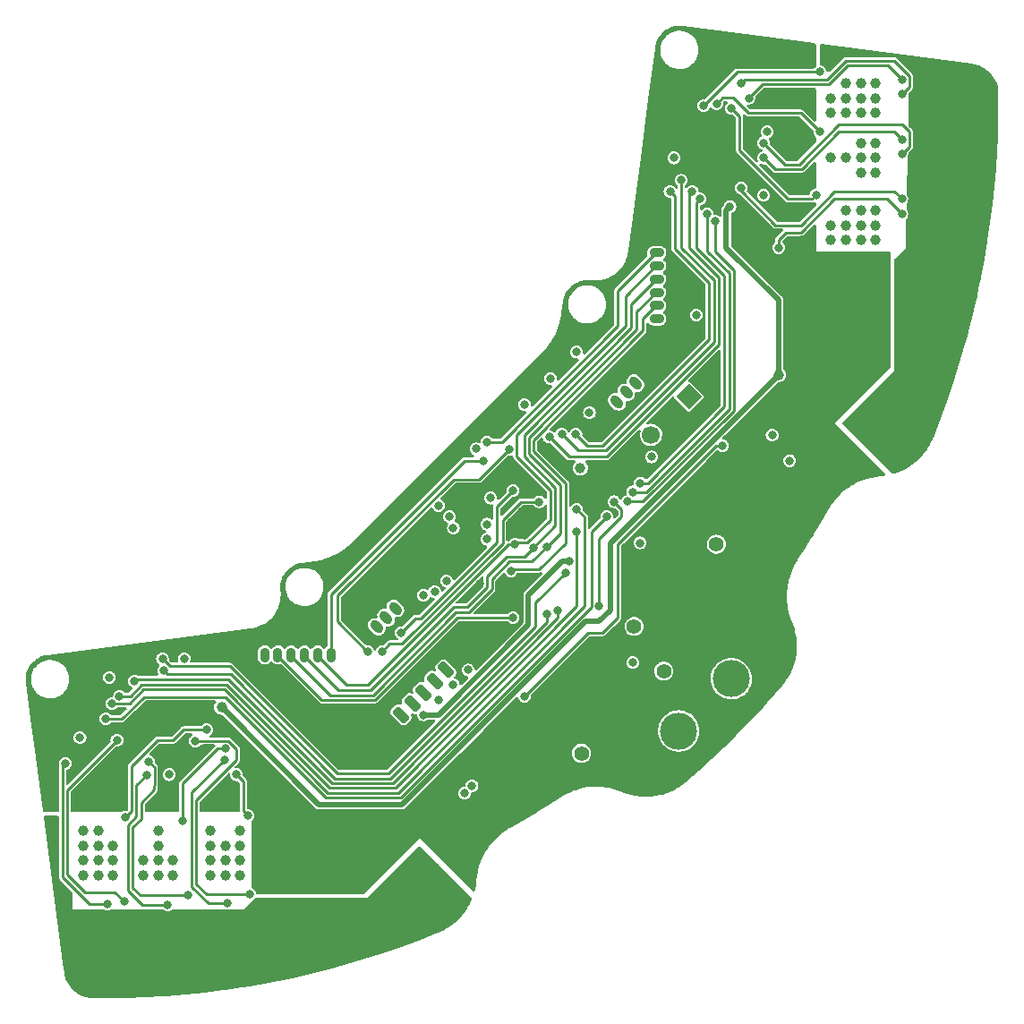
<source format=gbr>
%TF.GenerationSoftware,KiCad,Pcbnew,(6.0.8)*%
%TF.CreationDate,2022-10-14T23:08:25+09:00*%
%TF.ProjectId,ORION_VV_driver_v2,4f52494f-4e5f-4565-965f-647269766572,rev?*%
%TF.SameCoordinates,Original*%
%TF.FileFunction,Copper,L3,Inr*%
%TF.FilePolarity,Positive*%
%FSLAX46Y46*%
G04 Gerber Fmt 4.6, Leading zero omitted, Abs format (unit mm)*
G04 Created by KiCad (PCBNEW (6.0.8)) date 2022-10-14 23:08:25*
%MOMM*%
%LPD*%
G01*
G04 APERTURE LIST*
G04 Aperture macros list*
%AMRoundRect*
0 Rectangle with rounded corners*
0 $1 Rounding radius*
0 $2 $3 $4 $5 $6 $7 $8 $9 X,Y pos of 4 corners*
0 Add a 4 corners polygon primitive as box body*
4,1,4,$2,$3,$4,$5,$6,$7,$8,$9,$2,$3,0*
0 Add four circle primitives for the rounded corners*
1,1,$1+$1,$2,$3*
1,1,$1+$1,$4,$5*
1,1,$1+$1,$6,$7*
1,1,$1+$1,$8,$9*
0 Add four rect primitives between the rounded corners*
20,1,$1+$1,$2,$3,$4,$5,0*
20,1,$1+$1,$4,$5,$6,$7,0*
20,1,$1+$1,$6,$7,$8,$9,0*
20,1,$1+$1,$8,$9,$2,$3,0*%
%AMHorizOval*
0 Thick line with rounded ends*
0 $1 width*
0 $2 $3 position (X,Y) of the first rounded end (center of the circle)*
0 $4 $5 position (X,Y) of the second rounded end (center of the circle)*
0 Add line between two ends*
20,1,$1,$2,$3,$4,$5,0*
0 Add two circle primitives to create the rounded ends*
1,1,$1,$2,$3*
1,1,$1,$4,$5*%
%AMRotRect*
0 Rectangle, with rotation*
0 The origin of the aperture is its center*
0 $1 length*
0 $2 width*
0 $3 Rotation angle, in degrees counterclockwise*
0 Add horizontal line*
21,1,$1,$2,0,0,$3*%
G04 Aperture macros list end*
%TA.AperFunction,ComponentPad*%
%ADD10RoundRect,0.225000X0.176777X-0.494975X0.494975X-0.176777X-0.176777X0.494975X-0.494975X0.176777X0*%
%TD*%
%TA.AperFunction,ComponentPad*%
%ADD11HorizOval,0.900000X-0.176777X0.176777X0.176777X-0.176777X0*%
%TD*%
%TA.AperFunction,ComponentPad*%
%ADD12RotRect,1.700000X1.700000X315.000000*%
%TD*%
%TA.AperFunction,ComponentPad*%
%ADD13HorizOval,1.700000X0.000000X0.000000X0.000000X0.000000X0*%
%TD*%
%TA.AperFunction,ComponentPad*%
%ADD14C,3.500000*%
%TD*%
%TA.AperFunction,ComponentPad*%
%ADD15RotRect,3.500000X3.500000X45.000000*%
%TD*%
%TA.AperFunction,ComponentPad*%
%ADD16C,1.400000*%
%TD*%
%TA.AperFunction,ComponentPad*%
%ADD17RoundRect,0.225000X0.475000X-0.225000X0.475000X0.225000X-0.475000X0.225000X-0.475000X-0.225000X0*%
%TD*%
%TA.AperFunction,ComponentPad*%
%ADD18O,1.400000X0.900000*%
%TD*%
%TA.AperFunction,ComponentPad*%
%ADD19RoundRect,0.225000X-0.176777X0.494975X-0.494975X0.176777X0.176777X-0.494975X0.494975X-0.176777X0*%
%TD*%
%TA.AperFunction,ComponentPad*%
%ADD20RoundRect,0.225000X-0.225000X-0.475000X0.225000X-0.475000X0.225000X0.475000X-0.225000X0.475000X0*%
%TD*%
%TA.AperFunction,ComponentPad*%
%ADD21O,0.900000X1.400000*%
%TD*%
%TA.AperFunction,ComponentPad*%
%ADD22RoundRect,0.225000X-0.247487X0.565685X-0.565685X0.247487X0.247487X-0.565685X0.565685X-0.247487X0*%
%TD*%
%TA.AperFunction,ComponentPad*%
%ADD23RoundRect,0.625000X-0.625000X-0.625000X0.625000X-0.625000X0.625000X0.625000X-0.625000X0.625000X0*%
%TD*%
%TA.AperFunction,ComponentPad*%
%ADD24RoundRect,0.625000X-0.625000X0.625000X-0.625000X-0.625000X0.625000X-0.625000X0.625000X0.625000X0*%
%TD*%
%TA.AperFunction,ViaPad*%
%ADD25C,0.800000*%
%TD*%
%TA.AperFunction,ViaPad*%
%ADD26C,1.000000*%
%TD*%
%TA.AperFunction,Conductor*%
%ADD27C,0.500000*%
%TD*%
%TA.AperFunction,Conductor*%
%ADD28C,0.250000*%
%TD*%
G04 APERTURE END LIST*
D10*
%TO.N,GND*%
%TO.C,J2*%
X103710919Y-124686865D03*
D11*
%TO.N,+5V*%
X104594802Y-123802982D03*
%TO.N,/CAN_L*%
X105478686Y-122919098D03*
%TO.N,/CAN_H*%
X106362569Y-122035215D03*
%TD*%
D12*
%TO.N,Net-(D12-Pad1)*%
%TO.C,J14*%
X111418382Y-123343363D03*
D13*
%TO.N,GND*%
X109622331Y-125139414D03*
%TO.N,+3V3*%
X107826280Y-126935465D03*
%TD*%
D14*
%TO.N,+BATT*%
%TO.C,J11*%
X115413536Y-150001288D03*
D15*
%TO.N,GND*%
X118949070Y-146465754D03*
D16*
%TO.N,*%
X113999323Y-137273366D03*
X106221148Y-145051540D03*
%TD*%
D17*
%TO.N,GND*%
%TO.C,J6*%
X108365171Y-117211545D03*
D18*
%TO.N,+3V3*%
X108365171Y-115961545D03*
%TO.N,/NSS_ENC1*%
X108365171Y-114711545D03*
%TO.N,/SPI_CLK*%
X108365171Y-113461545D03*
%TO.N,/SPI_MISO*%
X108365171Y-112211545D03*
%TO.N,/SPI_MOSI*%
X108365171Y-110961545D03*
%TO.N,/TEMP_1*%
X108365171Y-109711545D03*
%TD*%
D19*
%TO.N,GND*%
%TO.C,J3*%
X84530647Y-142452923D03*
D11*
%TO.N,+5V*%
X83646764Y-143336806D03*
%TO.N,/CAN_L*%
X82762880Y-144220690D03*
%TO.N,/CAN_H*%
X81878997Y-145104573D03*
%TD*%
D16*
%TO.N,*%
%TO.C,J15*%
X101253723Y-157054678D03*
X109031897Y-149276504D03*
D15*
%TO.N,GND*%
X106910577Y-158468892D03*
D14*
%TO.N,+BATT*%
X110446111Y-154933358D03*
%TD*%
D20*
%TO.N,GND*%
%TO.C,J5*%
X70034958Y-147756224D03*
D21*
%TO.N,+3V3*%
X71284958Y-147756224D03*
%TO.N,/NSS_ENC0*%
X72534958Y-147756224D03*
%TO.N,/SPI_CLK*%
X73784958Y-147756224D03*
%TO.N,/SPI_MISO*%
X75034958Y-147756224D03*
%TO.N,/SPI_MOSI*%
X76284958Y-147756224D03*
%TO.N,/TEMP_0*%
X77534958Y-147756224D03*
%TD*%
D22*
%TO.N,GND*%
%TO.C,J4*%
X89480395Y-148109778D03*
%TO.N,Net-(D5-Pad2)*%
X88419735Y-149170438D03*
%TO.N,/SWDIO*%
X87359075Y-150231098D03*
%TO.N,/SWCLK*%
X86298414Y-151291759D03*
%TO.N,/UART1_TX*%
X85237754Y-152352419D03*
%TO.N,/UART1_RX*%
X84177094Y-153413079D03*
%TD*%
D23*
%TO.N,GND*%
%TO.C,GD2*%
X114582685Y-100380070D03*
%TD*%
D24*
%TO.N,GND*%
%TO.C,GD1*%
X61139017Y-153823739D03*
%TD*%
D25*
%TO.N,+15V*%
X62256783Y-159069933D03*
%TO.N,GND*%
X107865171Y-141745817D03*
X92662375Y-156948612D03*
X94430142Y-155180845D03*
X96197909Y-153413078D03*
X100794103Y-148816884D03*
X102208317Y-147402671D03*
X99379889Y-150231098D03*
X97965676Y-151645312D03*
D26*
X73570492Y-152705972D03*
X71449172Y-150584651D03*
X50235968Y-154827292D03*
X54478609Y-149170438D03*
X59428356Y-148463331D03*
X66499424Y-147049117D03*
X107511617Y-106036924D03*
X107511617Y-101794283D03*
X108218724Y-98258750D03*
X108925831Y-94723216D03*
X114582685Y-90480575D03*
X117411112Y-90480575D03*
D25*
%TO.N,/NRST*%
X100794103Y-119101006D03*
X112107812Y-115582866D03*
%TO.N,+15V*%
X56599929Y-149877545D03*
X63670997Y-148092384D03*
D26*
X119885986Y-121239720D03*
D25*
X118471773Y-104269157D03*
X118825326Y-98258750D03*
X115289792Y-105329817D03*
X53815554Y-155578451D03*
D26*
X67206531Y-152705972D03*
D25*
X109986491Y-100733623D03*
D26*
%TO.N,+5V*%
X101150963Y-130078555D03*
%TO.N,/M1_W*%
X55539269Y-164373234D03*
X54125055Y-165787447D03*
X55539269Y-167201661D03*
X56953483Y-167201661D03*
X56953483Y-168615874D03*
X55539269Y-168615874D03*
X54125055Y-168615874D03*
D25*
X52427999Y-158009273D03*
D26*
X55539269Y-165787447D03*
X56953483Y-165787447D03*
X54125055Y-164373234D03*
D25*
X56387797Y-171302880D03*
D26*
X54125055Y-167201661D03*
%TO.N,/M1_V*%
X61196123Y-165787447D03*
X62610337Y-167201661D03*
X61196123Y-168615874D03*
X59781910Y-167201661D03*
X59781910Y-168615874D03*
D25*
X60126967Y-159078429D03*
D26*
X62610337Y-168615874D03*
X61196123Y-167201661D03*
D25*
X62115362Y-171373591D03*
D26*
X61196123Y-164373234D03*
%TO.N,/M1_U*%
X68974298Y-165787447D03*
X67560084Y-165787447D03*
D25*
X67772216Y-171232169D03*
D26*
X66145871Y-168615874D03*
X66145871Y-167201661D03*
X66145871Y-165787447D03*
X66145871Y-164373234D03*
X68974298Y-164373234D03*
X68974298Y-168615874D03*
X68974298Y-167201661D03*
X67560084Y-167201661D03*
D25*
X67486942Y-157655720D03*
D26*
X67560084Y-168615874D03*
%TO.N,/M0_W*%
X129078374Y-107097584D03*
X124835734Y-107097584D03*
D25*
X131553248Y-106036924D03*
D26*
X127664161Y-105683371D03*
X129078374Y-108511798D03*
D25*
X119885986Y-109218905D03*
D26*
X124835734Y-108511798D03*
X127664161Y-108511798D03*
X126249947Y-105683371D03*
X129078374Y-105683371D03*
X127664161Y-107097584D03*
X126249947Y-107097584D03*
X126249947Y-108511798D03*
%TO.N,/M0_V*%
X129078374Y-99319410D03*
X127664161Y-102147837D03*
X129078374Y-100733623D03*
D25*
X118471773Y-99319410D03*
D26*
X129078374Y-102147837D03*
D25*
X131553248Y-100380070D03*
D26*
X127664161Y-100733623D03*
X126249947Y-100733623D03*
X124835734Y-100733623D03*
X127664161Y-99319410D03*
D25*
%TO.N,/M1_UL*%
X58960590Y-150231098D03*
X99026336Y-143513584D03*
%TO.N,/M1_VL*%
X99733443Y-139978050D03*
X61620387Y-148109778D03*
%TO.N,/M1_WL*%
X61742745Y-149256733D03*
X97965676Y-143867137D03*
%TO.N,Net-(GD1-Pad9)*%
X69681405Y-162959020D03*
X68620744Y-159069933D03*
%TO.N,Net-(GD1-Pad10)*%
X63529576Y-163453995D03*
X67560084Y-156595059D03*
%TO.N,Net-(GD1-Pad11)*%
X65792070Y-154827540D03*
X58084853Y-163100441D03*
%TO.N,Net-(GD1-Pad13)*%
X69893537Y-170383641D03*
X64731657Y-155887952D03*
%TO.N,Net-(GD1-Pad16)*%
X64024550Y-170454352D03*
X60294209Y-157814465D03*
%TO.N,Net-(GD1-Pad19)*%
X58014143Y-171090748D03*
X57307036Y-155817242D03*
%TO.N,/M1_UH*%
X56246376Y-153766632D03*
X103622530Y-134674749D03*
%TO.N,/M1_VH*%
X100794103Y-133967642D03*
X56839269Y-152352418D03*
%TO.N,/M1_WH*%
X57546376Y-151645312D03*
X100794103Y-136088962D03*
%TO.N,/M0_UL*%
X111725043Y-103902844D03*
X98196179Y-127127077D03*
%TO.N,/M0_VL*%
X110693598Y-102854944D03*
X99379889Y-126879181D03*
%TO.N,/M0_WL*%
X100723943Y-126891123D03*
X109632938Y-103915604D03*
%TO.N,Net-(GD2-Pad9)*%
X123775073Y-92601895D03*
X112814918Y-95783876D03*
%TO.N,Net-(GD2-Pad10)*%
X123778487Y-98272740D03*
X114034324Y-95589068D03*
%TO.N,Net-(GD2-Pad11)*%
X123421520Y-104269157D03*
X115425356Y-96042115D03*
%TO.N,Net-(GD2-Pad13)*%
X131553248Y-93309002D03*
X117074952Y-95076769D03*
%TO.N,Net-(GD2-Pad16)*%
X118471773Y-100733623D03*
X131553248Y-98965856D03*
%TO.N,Net-(GD2-Pad19)*%
X116350452Y-103562050D03*
X131553248Y-104622711D03*
%TO.N,/M0_UH*%
X113875578Y-106744031D03*
X105630490Y-133237803D03*
%TO.N,/M0_VH*%
X106080010Y-132323972D03*
X113140189Y-106036924D03*
%TO.N,/M0_WH*%
X112449111Y-104609907D03*
X106804511Y-131492768D03*
%TO.N,+BATT*%
X106097404Y-148463331D03*
X90894608Y-160130593D03*
X119284456Y-126967067D03*
D26*
%TO.N,/M0_U*%
X124835734Y-95076769D03*
X126249947Y-93662555D03*
X127664161Y-96490983D03*
D25*
X116350452Y-93662555D03*
D26*
X129078374Y-93662555D03*
X129078374Y-96490983D03*
X129078374Y-95076769D03*
D25*
X131553248Y-94723216D03*
D26*
X127664161Y-95076769D03*
X127664161Y-93662555D03*
X124835734Y-96490983D03*
X126249947Y-96490983D03*
X126249947Y-95076769D03*
D25*
%TO.N,/SW0*%
X92308822Y-136796069D03*
%TO.N,/SW1*%
X92308822Y-135381856D03*
%TO.N,/M1_CS*%
X81012507Y-147402671D03*
X94404046Y-128310788D03*
%TO.N,/M0_CS*%
X92662375Y-132906982D03*
X107865171Y-129017895D03*
%TO.N,/SW2*%
X89126841Y-135735409D03*
%TO.N,/SW3*%
X88773288Y-134674749D03*
%TO.N,/UART1_TX*%
X94783695Y-132199875D03*
X84177094Y-145634904D03*
%TO.N,/UART1_RX*%
X97258569Y-133260535D03*
X82409327Y-147402671D03*
%TO.N,/NSS_ENC0*%
X94783695Y-144220690D03*
%TO.N,/NRST*%
X95844356Y-124068147D03*
X98319229Y-121593273D03*
X87712628Y-133614089D03*
%TO.N,+3V3*%
X91265486Y-128257401D03*
X106804511Y-137149623D03*
X86298414Y-153413078D03*
X101996185Y-124845965D03*
X100069603Y-138917389D03*
%TO.N,GND*%
X67913638Y-161898360D03*
X95844356Y-136406453D03*
X107511617Y-137856729D03*
D26*
X71802725Y-167201661D03*
D25*
X109632938Y-139978050D03*
X122360860Y-94723216D03*
D26*
X125896394Y-110986672D03*
D25*
X78520239Y-164726787D03*
X85237754Y-141745817D03*
X69681405Y-157302166D03*
X120593093Y-126189467D03*
D26*
X76045366Y-167201661D03*
D25*
X106097404Y-138563836D03*
D26*
X127310607Y-112400885D03*
X123067967Y-110986672D03*
D25*
X60842570Y-161898360D03*
X123421520Y-121946827D03*
X91601715Y-141038710D03*
D26*
X71802725Y-165787447D03*
D25*
X72156278Y-159069933D03*
X105390297Y-130785661D03*
X53771502Y-161898360D03*
D26*
X50943075Y-160484146D03*
D25*
X79580900Y-165787447D03*
D26*
X127310607Y-115229312D03*
D25*
X122007306Y-100009123D03*
X55185716Y-161898360D03*
X121848561Y-106231732D03*
X66499424Y-161898360D03*
D26*
X71802725Y-161544806D03*
D25*
X87217653Y-137503176D03*
D26*
X71802725Y-162959020D03*
D25*
X77459579Y-163666127D03*
D26*
X73216939Y-167201661D03*
X121300200Y-90834128D03*
D25*
X117411112Y-132199875D03*
D26*
X121653753Y-110986672D03*
X127310607Y-113815099D03*
D25*
X117057559Y-109926011D03*
X96868953Y-135381856D03*
X56599929Y-161898360D03*
X122007306Y-108529191D03*
D26*
X80288006Y-167201661D03*
D25*
X122007306Y-97905196D03*
X122007306Y-123361040D03*
X122007306Y-102854944D03*
D26*
X127310607Y-110986672D03*
D25*
X92109542Y-134350711D03*
X120946646Y-124421700D03*
X124835734Y-120532613D03*
X105743851Y-141038710D03*
X101147656Y-131492768D03*
X90894608Y-158716379D03*
D26*
X71802725Y-164373234D03*
D25*
X70742065Y-159069933D03*
X62177376Y-161818952D03*
D26*
X83823540Y-163666127D03*
X124482180Y-110986672D03*
D25*
X94624950Y-135187048D03*
D26*
X77459579Y-167201661D03*
D25*
X114229132Y-135381856D03*
D26*
X78873793Y-167201661D03*
X127310607Y-116643526D03*
D25*
X95649548Y-134162450D03*
D26*
X127310607Y-119471953D03*
D25*
X88419734Y-160484146D03*
X100299128Y-125128807D03*
D26*
X127310607Y-118057739D03*
X74631152Y-167201661D03*
D25*
X106097404Y-143513584D03*
X111400705Y-138210283D03*
%TO.N,/LED_0*%
X87712628Y-151998865D03*
X88472753Y-140738175D03*
%TO.N,/LED_1*%
X87359074Y-141745817D03*
X89126841Y-150584651D03*
%TO.N,/LED_2*%
X90541055Y-149170438D03*
X86298414Y-142099370D03*
%TO.N,/TEMP_0*%
X91955268Y-129371448D03*
%TO.N,/BATT_V_SENS*%
X104329637Y-133260535D03*
X102915423Y-143160030D03*
%TO.N,/SPI_CLK*%
X97965676Y-137503176D03*
%TO.N,/SPI_MISO*%
X96715281Y-137584739D03*
%TO.N,/SPI_MOSI*%
X94942441Y-137308368D03*
%TO.N,/NSS_ENC1*%
X94588887Y-139783242D03*
%TO.N,/TEMP_1*%
X92308822Y-127603681D03*
%TO.N,/3V3_HARF_REF*%
X114582685Y-127957234D03*
X95844356Y-151645312D03*
D26*
%TO.N,/M1_CSL*%
X55185716Y-177454709D03*
X83116434Y-172151408D03*
X73570492Y-173212068D03*
X72156278Y-173212068D03*
X56599929Y-177454709D03*
X65085211Y-177454709D03*
X60842570Y-177454709D03*
X66499424Y-177454709D03*
D25*
X90187501Y-160837700D03*
D26*
X86298414Y-168969428D03*
X52357289Y-173212068D03*
X74984706Y-173212068D03*
X69327851Y-177454709D03*
X85237754Y-170030088D03*
X70742065Y-177454709D03*
X70742065Y-176040495D03*
X59428356Y-177454709D03*
X70742065Y-173212068D03*
X67913638Y-177454709D03*
X82055773Y-173212068D03*
X62256783Y-177454709D03*
X58014143Y-177454709D03*
X63670997Y-177454709D03*
X77813133Y-173212068D03*
X80641560Y-173212068D03*
X70742065Y-174626282D03*
X76398919Y-173212068D03*
X87359074Y-167908767D03*
X84177094Y-171090748D03*
X51296628Y-165080340D03*
X52357289Y-171797855D03*
X79227346Y-173212068D03*
X53771502Y-177454709D03*
%TO.N,/M0_CSL*%
X133674568Y-114522206D03*
X132684619Y-91894789D03*
X137917209Y-107451138D03*
X137917209Y-94723216D03*
X131199695Y-124068147D03*
X133674568Y-113107992D03*
X129078374Y-126189467D03*
X133674568Y-118764846D03*
X137917209Y-97551643D03*
X137917209Y-110279565D03*
X133674568Y-110279565D03*
X137917209Y-100380070D03*
X137917209Y-101794283D03*
D25*
X120946646Y-129371448D03*
D26*
X135088782Y-110279565D03*
X132260355Y-123007487D03*
X137917209Y-104622711D03*
X137917209Y-108865351D03*
X133674568Y-111693778D03*
X133957411Y-92036210D03*
X130139034Y-125128807D03*
X137917209Y-98965856D03*
X133674568Y-117350633D03*
X128017714Y-127250128D03*
X133674568Y-115936419D03*
X136502995Y-110279565D03*
X137917209Y-96137429D03*
X137917209Y-103208497D03*
X133674568Y-120179060D03*
X133321015Y-121946827D03*
X137917209Y-93309002D03*
X125542840Y-90834128D03*
X137917209Y-106036924D03*
%TD*%
D27*
%TO.N,+15V*%
X76398919Y-161898360D02*
X67206531Y-152705972D01*
X84283160Y-161898360D02*
X76398919Y-161898360D01*
X101607276Y-144574244D02*
X84283160Y-161898360D01*
X102915423Y-144574244D02*
X101607276Y-144574244D01*
X119885986Y-121239720D02*
X103976084Y-137149623D01*
X114936239Y-105683371D02*
X115289792Y-105329817D01*
X114936239Y-109218905D02*
X114936239Y-105683371D01*
X103976084Y-137149623D02*
X103976084Y-143513584D01*
X103976084Y-143513584D02*
X102915423Y-144574244D01*
X119885986Y-114168652D02*
X114936239Y-109218905D01*
X119885986Y-121239720D02*
X119885986Y-114168652D01*
D28*
%TO.N,Net-(GD1-Pad10)*%
X63529576Y-159918461D02*
X63529576Y-163453995D01*
X66852978Y-156595059D02*
X63529576Y-159918461D01*
X67560084Y-156595059D02*
X66852978Y-156595059D01*
%TO.N,Net-(GD1-Pad13)*%
X65792317Y-170383641D02*
X69893537Y-170383641D01*
X64827624Y-169418948D02*
X65792317Y-170383641D01*
X67860186Y-155870547D02*
X68620744Y-156631106D01*
X65384779Y-155870547D02*
X67860186Y-155870547D01*
X65367374Y-155887952D02*
X65384779Y-155870547D01*
X64827624Y-161448839D02*
X64827624Y-169418948D01*
X68620744Y-156631106D02*
X68620744Y-157655719D01*
X68620744Y-157655719D02*
X64827624Y-161448839D01*
X64731657Y-155887952D02*
X65367374Y-155887952D01*
%TO.N,Net-(GD1-Pad11)*%
X63600039Y-154827540D02*
X62610337Y-155817242D01*
X65792070Y-154827540D02*
X63600039Y-154827540D01*
X62610337Y-155817242D02*
X61125413Y-155817242D01*
%TO.N,/M1_U*%
X65933739Y-171232169D02*
X67772216Y-171232169D01*
X64378104Y-169676534D02*
X65933739Y-171232169D01*
X67486942Y-157655720D02*
X64378104Y-160764558D01*
X64378104Y-160764558D02*
X64378104Y-169676534D01*
%TO.N,Net-(GD1-Pad16)*%
X59499067Y-170454352D02*
X64024550Y-170454352D01*
X58817217Y-169772502D02*
X59499067Y-170454352D01*
X58817217Y-164029088D02*
X58817217Y-169772502D01*
X59603365Y-161723351D02*
X59603365Y-163242939D01*
X60842570Y-160095238D02*
X60842570Y-160484146D01*
X60860463Y-160077344D02*
X60842570Y-160095238D01*
X60294209Y-157814465D02*
X60860463Y-158380719D01*
X60860463Y-158380719D02*
X60860463Y-160077344D01*
X59603365Y-163242939D02*
X58817217Y-164029088D01*
X60842570Y-160484146D02*
X59603365Y-161723351D01*
%TO.N,/M1_V*%
X58367696Y-163842212D02*
X58367696Y-170030088D01*
X58367696Y-170030088D02*
X59711199Y-171373591D01*
X59711199Y-171373591D02*
X62115362Y-171373591D01*
X60126967Y-159078429D02*
X59153365Y-160052031D01*
X59153365Y-163056543D02*
X58367696Y-163842212D01*
X59153365Y-160052031D02*
X59153365Y-163056543D01*
%TO.N,/M0_WL*%
X110074880Y-109307293D02*
X113329132Y-112561545D01*
X113329132Y-117897079D02*
X103268977Y-127957234D01*
X103268977Y-127957234D02*
X101790054Y-127957234D01*
X101790054Y-127957234D02*
X100723943Y-126891123D01*
X110074880Y-104357546D02*
X110074880Y-109307293D01*
X109632938Y-103915604D02*
X110074880Y-104357546D01*
X113329132Y-112561545D02*
X113329132Y-117897079D01*
%TO.N,/M1_CS*%
X91575618Y-131139215D02*
X94404046Y-128310788D01*
X89162888Y-131139215D02*
X91575618Y-131139215D01*
X78166686Y-144574244D02*
X78166686Y-142135417D01*
X80995113Y-147402671D02*
X78166686Y-144574244D01*
X78166686Y-142135417D02*
X89162888Y-131139215D01*
X81012507Y-147402671D02*
X80995113Y-147402671D01*
%TO.N,/M0_W*%
X120593093Y-107804691D02*
X119885986Y-108511798D01*
X122007306Y-107804691D02*
X120593093Y-107804691D01*
X119885986Y-108511798D02*
X119885986Y-109218905D01*
X125189287Y-104622711D02*
X122007306Y-107804691D01*
X130139034Y-104622711D02*
X125189287Y-104622711D01*
X131553248Y-106036924D02*
X130139034Y-104622711D01*
%TO.N,Net-(GD2-Pad19)*%
X130846141Y-103915604D02*
X131553248Y-104622711D01*
X125189287Y-103915604D02*
X130846141Y-103915604D01*
X122007306Y-107097584D02*
X125189287Y-103915604D01*
X119603143Y-107097584D02*
X122007306Y-107097584D01*
X116350452Y-103844893D02*
X119603143Y-107097584D01*
X116350452Y-103562050D02*
X116350452Y-103844893D01*
%TO.N,/M0_V*%
X132277760Y-98276154D02*
X132277760Y-99655558D01*
X125613551Y-97551643D02*
X131553248Y-97551643D01*
X121820910Y-101344284D02*
X125613551Y-97551643D01*
X120496646Y-101344284D02*
X121820910Y-101344284D01*
X118471773Y-99319410D02*
X120496646Y-101344284D01*
X131553248Y-97551643D02*
X132277760Y-98276154D01*
X132277760Y-99655558D02*
X131553248Y-100380070D01*
%TO.N,/BATT_V_SENS*%
X105036744Y-133967642D02*
X104329637Y-133260535D01*
X102915423Y-136796069D02*
X105036744Y-134674749D01*
X105036744Y-134674749D02*
X105036744Y-133967642D01*
X102915423Y-143160030D02*
X102915423Y-136796069D01*
%TO.N,/M1_VL*%
X67984348Y-148816884D02*
X62327494Y-148816884D01*
X78140950Y-158973486D02*
X67984348Y-148816884D01*
X82965393Y-158973486D02*
X78140950Y-158973486D01*
X96905016Y-142806477D02*
X96905016Y-145033863D01*
X62327494Y-148816884D02*
X61620387Y-148109778D01*
X99733443Y-139978050D02*
X96905016Y-142806477D01*
X96905016Y-145033863D02*
X82965393Y-158973486D01*
%TO.N,/NSS_ENC0*%
X76682262Y-151998865D02*
X72534958Y-147851561D01*
X72534958Y-147851561D02*
X72534958Y-147756224D01*
X81702220Y-151998865D02*
X76682262Y-151998865D01*
X94783695Y-144220690D02*
X89480395Y-144220690D01*
X89480395Y-144220690D02*
X81702220Y-151998865D01*
%TO.N,/SPI_MOSI*%
X76284958Y-147851559D02*
X76284958Y-147756224D01*
X79018050Y-150584651D02*
X76284958Y-147851559D01*
X81031160Y-150584651D02*
X79018050Y-150584651D01*
X94307443Y-137308368D02*
X81031160Y-150584651D01*
X94942441Y-137308368D02*
X94307443Y-137308368D01*
%TO.N,/UART1_RX*%
X95526849Y-133260535D02*
X97258569Y-133260535D01*
X93793746Y-134993638D02*
X95526849Y-133260535D01*
X84284530Y-146695564D02*
X93793746Y-137186348D01*
X83116434Y-146695564D02*
X84284530Y-146695564D01*
X82409327Y-147402671D02*
X83116434Y-146695564D01*
X93793746Y-137186348D02*
X93793746Y-134993638D01*
%TO.N,/UART1_TX*%
X93233423Y-137110954D02*
X93233423Y-133750147D01*
X93233423Y-133750147D02*
X94783695Y-132199875D01*
X85520597Y-144291401D02*
X86052976Y-144291401D01*
X84177094Y-145634904D02*
X85520597Y-144291401D01*
X86052976Y-144291401D02*
X93233423Y-137110954D01*
%TO.N,/3V3_HARF_REF*%
X113980966Y-127957234D02*
X114582685Y-127957234D01*
X104683190Y-137255010D02*
X113980966Y-127957234D01*
X104683190Y-144220690D02*
X104683190Y-137255010D01*
X103268977Y-145634904D02*
X104683190Y-144220690D01*
X101854763Y-145634904D02*
X103268977Y-145634904D01*
X95844356Y-151645312D02*
X101854763Y-145634904D01*
%TO.N,/M1_UH*%
X57802011Y-153766632D02*
X56246376Y-153766632D01*
X102185589Y-143182758D02*
X84146780Y-161221567D01*
X77067665Y-161221567D02*
X67562121Y-151716022D01*
X102185589Y-136111690D02*
X102185589Y-143182758D01*
X84146780Y-161221567D02*
X77067665Y-161221567D01*
X59852620Y-151716022D02*
X57802011Y-153766632D01*
X103622530Y-134674749D02*
X102185589Y-136111690D01*
X67562121Y-151716022D02*
X59852620Y-151716022D01*
%TO.N,/M1_VH*%
X56856674Y-152369823D02*
X56839269Y-152352418D01*
X58482195Y-152369823D02*
X56856674Y-152369823D01*
X59817846Y-151034172D02*
X58482195Y-152369823D01*
X77253862Y-160772046D02*
X67515988Y-151034172D01*
X101501210Y-143160030D02*
X83889194Y-160772046D01*
X83889194Y-160772046D02*
X77253862Y-160772046D01*
X67515988Y-151034172D02*
X59817846Y-151034172D01*
X101518615Y-137803278D02*
X101501210Y-137820682D01*
X101518615Y-134692154D02*
X101518615Y-137803278D01*
X101501210Y-137820682D02*
X101501210Y-143160030D01*
X100794103Y-133967642D02*
X101518615Y-134692154D01*
%TO.N,/M1_WH*%
X59631650Y-150584651D02*
X58570989Y-151645312D01*
X77440060Y-160322526D02*
X67702184Y-150584651D01*
X67702184Y-150584651D02*
X59631650Y-150584651D01*
X83631607Y-160322526D02*
X77440060Y-160322526D01*
X100794103Y-143160030D02*
X83631607Y-160322526D01*
X58570989Y-151645312D02*
X57546376Y-151645312D01*
X100794103Y-136088962D02*
X100794103Y-143160030D01*
%TO.N,/M1_UL*%
X67797473Y-150044222D02*
X59147465Y-150044222D01*
X83374020Y-159873007D02*
X77626257Y-159873007D01*
X99026336Y-144220690D02*
X83374020Y-159873007D01*
X99026336Y-143513584D02*
X99026336Y-144220690D01*
X77626257Y-159873007D02*
X67797473Y-150044222D01*
X59147465Y-150044222D02*
X58960590Y-150231098D01*
%TO.N,/M1_WL*%
X77883843Y-159423486D02*
X68055059Y-149594702D01*
X68055059Y-149594702D02*
X62080714Y-149594702D01*
X83151789Y-159423486D02*
X77883843Y-159423486D01*
X97965676Y-144609599D02*
X83151789Y-159423486D01*
X62080714Y-149594702D02*
X61742745Y-149256733D01*
X97965676Y-143867137D02*
X97965676Y-144609599D01*
D27*
%TO.N,+3V3*%
X87712628Y-153413078D02*
X86298414Y-153413078D01*
X96197909Y-144927797D02*
X87712628Y-153413078D01*
X96197909Y-142099370D02*
X96197909Y-144927797D01*
X99379889Y-138917389D02*
X96197909Y-142099370D01*
X100069603Y-138917389D02*
X99379889Y-138917389D01*
D28*
%TO.N,/NSS_ENC1*%
X108269836Y-114711545D02*
X108365171Y-114711545D01*
X107072581Y-115908801D02*
X108269836Y-114711545D01*
X96725992Y-128485317D02*
X96725992Y-127429151D01*
X99733443Y-131492768D02*
X96725992Y-128485317D01*
X107072581Y-117082563D02*
X107072581Y-115908801D01*
X99733443Y-137149623D02*
X99733443Y-131492768D01*
X96725992Y-127429151D02*
X107072581Y-117082563D01*
X94747633Y-139624496D02*
X97258569Y-139624496D01*
X97258569Y-139624496D02*
X99733443Y-137149623D01*
X94588887Y-139783242D02*
X94747633Y-139624496D01*
%TO.N,/SPI_CLK*%
X108269835Y-113461546D02*
X108365171Y-113461546D01*
X106450957Y-115280423D02*
X108269835Y-113461546D01*
X96276471Y-127171565D02*
X106450957Y-116997079D01*
X96276471Y-128742904D02*
X96276471Y-127171565D01*
X97965676Y-137503176D02*
X99221144Y-136247708D01*
X73784957Y-147851559D02*
X73784957Y-147756224D01*
X77482743Y-151549344D02*
X73784957Y-147851559D01*
X81515344Y-151549344D02*
X77482743Y-151549344D01*
X106450957Y-116997079D02*
X106450957Y-115280423D01*
X92775747Y-140571785D02*
X92775746Y-141525009D01*
X94430142Y-138917389D02*
X92775747Y-140571785D01*
X99221144Y-131687576D02*
X96276471Y-128742904D01*
X96551462Y-138917389D02*
X94430142Y-138917389D01*
X97965676Y-137503176D02*
X96551462Y-138917389D01*
X92775746Y-141525009D02*
X90575040Y-143725716D01*
X90575040Y-143725716D02*
X89338973Y-143725716D01*
X89338973Y-143725716D02*
X81515344Y-151549344D01*
X99221144Y-136247708D02*
X99221144Y-131687576D01*
%TO.N,/M0_VL*%
X100907464Y-128406755D02*
X99379889Y-126879181D01*
X103526563Y-128406755D02*
X100907464Y-128406755D01*
X113779132Y-118154186D02*
X103526563Y-128406755D01*
X110693598Y-109218905D02*
X113779132Y-112304439D01*
X110693598Y-102854944D02*
X110693598Y-109218905D01*
X113779132Y-112304439D02*
X113779132Y-118154186D01*
%TO.N,/M0_UL*%
X114229132Y-118411293D02*
X103622530Y-129017895D01*
X100086996Y-129017895D02*
X98196179Y-127127077D01*
X114229132Y-112047332D02*
X114229132Y-118411293D01*
X111418109Y-109236309D02*
X114229132Y-112047332D01*
X111418109Y-104209777D02*
X111418109Y-109236309D01*
X111725043Y-103902844D02*
X111418109Y-104209777D01*
X103622530Y-129017895D02*
X100086996Y-129017895D01*
%TO.N,/M0_VH*%
X107353523Y-132323972D02*
X106080010Y-132323972D01*
X115211230Y-124466265D02*
X107353523Y-132323972D01*
X115211230Y-111615216D02*
X115211230Y-124466265D01*
X113151067Y-106047802D02*
X113151067Y-109555053D01*
X113151067Y-109555053D02*
X115211230Y-111615216D01*
X113140189Y-106036924D02*
X113151067Y-106047802D01*
%TO.N,/M0_UH*%
X115660750Y-124652462D02*
X107075409Y-133237803D01*
X113875578Y-109572458D02*
X115660750Y-111357630D01*
X115660750Y-111357630D02*
X115660750Y-124652462D01*
X113875578Y-106744031D02*
X113875578Y-109572458D01*
X107075409Y-133237803D02*
X105630490Y-133237803D01*
%TO.N,/M0_WH*%
X114761709Y-111872802D02*
X114761709Y-124242677D01*
X114761709Y-124242677D02*
X107511617Y-131492768D01*
X112142610Y-109253703D02*
X114761709Y-111872802D01*
X112142610Y-104916409D02*
X112142610Y-109253703D01*
X112449111Y-104609907D02*
X112142610Y-104916409D01*
X107511617Y-131492768D02*
X106804511Y-131492768D01*
%TO.N,/SPI_MISO*%
X75034958Y-147851561D02*
X75034958Y-147756224D01*
X78283221Y-151099824D02*
X75034958Y-147851561D01*
X81328469Y-151099824D02*
X78283221Y-151099824D01*
X89197552Y-143230741D02*
X81328469Y-151099824D01*
X92326226Y-141338812D02*
X90434297Y-143230741D01*
X90434297Y-143230741D02*
X89197552Y-143230741D01*
X92326226Y-140314198D02*
X92326226Y-141338812D01*
X95832151Y-138467869D02*
X94172556Y-138467869D01*
X96715281Y-137584739D02*
X95832151Y-138467869D01*
X94172556Y-138467869D02*
X92326226Y-140314198D01*
%TO.N,/M1_W*%
X52145156Y-158292115D02*
X52145156Y-168757296D01*
X52427999Y-158009273D02*
X52145156Y-158292115D01*
X52145156Y-168757296D02*
X54690741Y-171302880D01*
X54690741Y-171302880D02*
X56387797Y-171302880D01*
%TO.N,Net-(GD1-Pad9)*%
X69257141Y-159706329D02*
X69257141Y-162534756D01*
X68620744Y-159069933D02*
X69257141Y-159706329D01*
X69257141Y-162534756D02*
X69681405Y-162959020D01*
%TO.N,Net-(GD1-Pad11)*%
X58703845Y-158238809D02*
X58703845Y-162481450D01*
X61125413Y-155817242D02*
X58703845Y-158238809D01*
X58703845Y-162481450D02*
X58084853Y-163100441D01*
%TO.N,Net-(GD1-Pad19)*%
X58014143Y-171090748D02*
X57094904Y-170171509D01*
X54266477Y-170171509D02*
X52594677Y-168499709D01*
X52594677Y-168499709D02*
X52594677Y-160529601D01*
X57094904Y-170171509D02*
X54266477Y-170171509D01*
X52594677Y-160529601D02*
X57307036Y-155817242D01*
%TO.N,Net-(GD2-Pad9)*%
X115996899Y-92601895D02*
X123775073Y-92601895D01*
X112814918Y-95783876D02*
X115996899Y-92601895D01*
%TO.N,Net-(GD2-Pad10)*%
X114034324Y-95589068D02*
X114595325Y-95028067D01*
X121996730Y-96490983D02*
X117057559Y-96490983D01*
X114595325Y-95028067D02*
X115594643Y-95028067D01*
X123778487Y-98272740D02*
X121996730Y-96490983D01*
X115594643Y-95028067D02*
X117057559Y-96490983D01*
%TO.N,Net-(GD2-Pad11)*%
X116207197Y-96823955D02*
X115425356Y-96042115D01*
X120770561Y-104622711D02*
X116207197Y-100059346D01*
X123067967Y-104622711D02*
X120770561Y-104622711D01*
X123421520Y-104269157D02*
X123067967Y-104622711D01*
X116207197Y-100059346D02*
X116207197Y-96823955D01*
%TO.N,Net-(GD2-Pad13)*%
X124650973Y-93775927D02*
X126436144Y-91990756D01*
X117074952Y-95076769D02*
X117074952Y-95059376D01*
X130235002Y-91990756D02*
X131553248Y-93309002D01*
X126436144Y-91990756D02*
X130235002Y-91990756D01*
X117074952Y-95059376D02*
X118358401Y-93775927D01*
X118358401Y-93775927D02*
X124650973Y-93775927D01*
%TO.N,Net-(GD2-Pad16)*%
X119532433Y-101794283D02*
X122078017Y-101794283D01*
X125613551Y-98258750D02*
X130846141Y-98258750D01*
X130846141Y-98258750D02*
X131553248Y-98965856D01*
X118471773Y-100733623D02*
X119532433Y-101794283D01*
X122078017Y-101794283D02*
X125613551Y-98258750D01*
%TO.N,/M0_U*%
X124464775Y-93326407D02*
X126249947Y-91541235D01*
X132277760Y-93998704D02*
X131553248Y-94723216D01*
X116704006Y-93309002D02*
X123457567Y-93309002D01*
X126249947Y-91541235D02*
X130810094Y-91541235D01*
X116350452Y-93662555D02*
X116704006Y-93309002D01*
X132277760Y-93008900D02*
X132277760Y-93998704D01*
X123457567Y-93309002D02*
X123474972Y-93326407D01*
X123474972Y-93326407D02*
X124464775Y-93326407D01*
X130810094Y-91541235D02*
X132277760Y-93008900D01*
%TO.N,/TEMP_0*%
X90188193Y-129371448D02*
X77534958Y-142024683D01*
X91955268Y-129371448D02*
X90188193Y-129371448D01*
X77534958Y-142024683D02*
X77534958Y-147756224D01*
%TO.N,/SPI_MISO*%
X95826951Y-129000490D02*
X95826951Y-126913979D01*
X98768750Y-131942289D02*
X95826951Y-129000490D01*
X96715281Y-137584739D02*
X98768750Y-135531270D01*
X108269836Y-112211545D02*
X108365171Y-112211545D01*
X95826951Y-126913979D02*
X105935466Y-116805464D01*
X105935466Y-114545916D02*
X108269836Y-112211545D01*
X98768750Y-135531270D02*
X98768750Y-131942289D01*
X105935466Y-116805464D02*
X105935466Y-114545916D01*
%TO.N,/SPI_MOSI*%
X95128546Y-129009192D02*
X95128546Y-126905277D01*
X98319229Y-134956193D02*
X98319229Y-132199875D01*
X105390297Y-116643526D02*
X105390297Y-113815099D01*
X95119844Y-137130965D02*
X96144457Y-137130965D01*
X98319229Y-132199875D02*
X95128546Y-129009192D01*
X96144457Y-137130965D02*
X98319229Y-134956193D01*
X94942441Y-137308368D02*
X95119844Y-137130965D01*
X105390297Y-113815099D02*
X108243850Y-110961546D01*
X108243850Y-110961546D02*
X108365171Y-110961546D01*
X95128546Y-126905277D02*
X105390297Y-116643526D01*
%TO.N,/TEMP_1*%
X108269836Y-109711545D02*
X108365171Y-109711545D01*
X93723035Y-127603681D02*
X104683190Y-116643526D01*
X104683190Y-113298191D02*
X108269836Y-109711545D01*
X104683190Y-116643526D02*
X104683190Y-113298191D01*
X92308822Y-127603681D02*
X93723035Y-127603681D01*
%TD*%
%TA.AperFunction,Conductor*%
%TO.N,/M0_CSL*%
G36*
X138217531Y-91845686D02*
G01*
X138234457Y-91849898D01*
X138239967Y-91850633D01*
X138253265Y-91855591D01*
X138267395Y-91854292D01*
X138281461Y-91856168D01*
X138281384Y-91856742D01*
X138289340Y-91857116D01*
X138549989Y-91906129D01*
X138563439Y-91909432D01*
X138773753Y-91973542D01*
X138844601Y-91995138D01*
X138857612Y-91999900D01*
X139127674Y-92115961D01*
X139140082Y-92122123D01*
X139395756Y-92267124D01*
X139407410Y-92274609D01*
X139492694Y-92336258D01*
X139645631Y-92446813D01*
X139656395Y-92455534D01*
X139874261Y-92652843D01*
X139884004Y-92662695D01*
X140078894Y-92882737D01*
X140087496Y-92893597D01*
X140257049Y-93133703D01*
X140264406Y-93145442D01*
X140406574Y-93402713D01*
X140412598Y-93415190D01*
X140525658Y-93686508D01*
X140530276Y-93699570D01*
X140612865Y-93981665D01*
X140616021Y-93995155D01*
X140667140Y-94284612D01*
X140668796Y-94298367D01*
X140685923Y-94562344D01*
X140685808Y-94563864D01*
X140686971Y-94580611D01*
X140683084Y-94598304D01*
X140683085Y-94598306D01*
X140683084Y-94598309D01*
X140687129Y-94615403D01*
X140686806Y-94622627D01*
X140688223Y-94634798D01*
X140687244Y-96357096D01*
X140687215Y-96359683D01*
X140651414Y-98038637D01*
X140649755Y-98116448D01*
X140649673Y-98119040D01*
X140613177Y-98985957D01*
X140575765Y-99874650D01*
X140575628Y-99877261D01*
X140551459Y-100261454D01*
X140469505Y-101564212D01*
X140465307Y-101630938D01*
X140465117Y-101633532D01*
X140461587Y-101675668D01*
X140318428Y-103384563D01*
X140318183Y-103387166D01*
X140135190Y-105134766D01*
X140134891Y-105137363D01*
X139915668Y-106880838D01*
X139915314Y-106883429D01*
X139673972Y-108526576D01*
X139659978Y-108621849D01*
X139659577Y-108624400D01*
X139566874Y-109175726D01*
X139368192Y-110357328D01*
X139367731Y-110359902D01*
X139040479Y-112086247D01*
X139039966Y-112088811D01*
X138825892Y-113102664D01*
X138677023Y-113807710D01*
X138676939Y-113808106D01*
X138676376Y-113810642D01*
X138455912Y-114757143D01*
X138277759Y-115521991D01*
X138277145Y-115524505D01*
X137874355Y-117104609D01*
X137843102Y-117227213D01*
X137842436Y-117229718D01*
X137743817Y-117585570D01*
X137373151Y-118923061D01*
X137372427Y-118925573D01*
X136868111Y-120608791D01*
X136867335Y-120611288D01*
X136328177Y-122283749D01*
X136327348Y-122286229D01*
X135753646Y-123947012D01*
X135752767Y-123949475D01*
X135144692Y-125598085D01*
X135143762Y-125600528D01*
X134514574Y-127203141D01*
X134507632Y-127216084D01*
X134504629Y-127223468D01*
X134496495Y-127235094D01*
X134494207Y-127249099D01*
X134488863Y-127262241D01*
X134488767Y-127262202D01*
X134486445Y-127269900D01*
X134432040Y-127390368D01*
X134313686Y-127652439D01*
X134309210Y-127661385D01*
X134091828Y-128055912D01*
X134086678Y-128064440D01*
X133838665Y-128440502D01*
X133832841Y-128448611D01*
X133555809Y-128803771D01*
X133549350Y-128811407D01*
X133245002Y-129143483D01*
X133237970Y-129150570D01*
X133073096Y-129304020D01*
X132908228Y-129457464D01*
X132900640Y-129463983D01*
X132731101Y-129598331D01*
X132547608Y-129743737D01*
X132539543Y-129749622D01*
X132165413Y-130000499D01*
X132156909Y-130005724D01*
X131898760Y-130150555D01*
X131764070Y-130226121D01*
X131755158Y-130230666D01*
X131346069Y-130419206D01*
X131336824Y-130423029D01*
X130914076Y-130578516D01*
X130904566Y-130581591D01*
X130770456Y-130619144D01*
X130699465Y-130618251D01*
X130647386Y-130586906D01*
X125985489Y-125925009D01*
X125951463Y-125862697D01*
X125956528Y-125791882D01*
X125985489Y-125746819D01*
X130846141Y-120886167D01*
X130846141Y-110331755D01*
X130866143Y-110263634D01*
X130883046Y-110242660D01*
X131906801Y-109218905D01*
X131919450Y-108624432D01*
X131964052Y-106528113D01*
X131985498Y-106460433D01*
X131990061Y-106454089D01*
X132072754Y-106346321D01*
X132072756Y-106346318D01*
X132077784Y-106339765D01*
X132138292Y-106193686D01*
X132158930Y-106036924D01*
X132138292Y-105880162D01*
X132077784Y-105734083D01*
X132010509Y-105646408D01*
X131984909Y-105580187D01*
X131984501Y-105567024D01*
X131995000Y-105073568D01*
X132016446Y-105005888D01*
X132021008Y-104999544D01*
X132033480Y-104983290D01*
X132077784Y-104925552D01*
X132138292Y-104779473D01*
X132158930Y-104622711D01*
X132138292Y-104465949D01*
X132077784Y-104319870D01*
X132039787Y-104270351D01*
X132014187Y-104204130D01*
X132013779Y-104190967D01*
X132088490Y-100679517D01*
X132098051Y-100633982D01*
X132138292Y-100536832D01*
X132158930Y-100380070D01*
X132150130Y-100313227D01*
X132161069Y-100243080D01*
X132185957Y-100207687D01*
X132493975Y-99899669D01*
X132502079Y-99892242D01*
X132508565Y-99886799D01*
X132530954Y-99868013D01*
X132538159Y-99855534D01*
X132549799Y-99835373D01*
X132555705Y-99826102D01*
X132570990Y-99804273D01*
X132577314Y-99795242D01*
X132580168Y-99784592D01*
X132581645Y-99781424D01*
X132582837Y-99778148D01*
X132588348Y-99768603D01*
X132594890Y-99731500D01*
X132597269Y-99720768D01*
X132607024Y-99684365D01*
X132603739Y-99646815D01*
X132603260Y-99635834D01*
X132603260Y-98295864D01*
X132603740Y-98284882D01*
X132606063Y-98258334D01*
X132606063Y-98258332D01*
X132607024Y-98247347D01*
X132597268Y-98210939D01*
X132594890Y-98200212D01*
X132594298Y-98196853D01*
X132588348Y-98163109D01*
X132582836Y-98153563D01*
X132581641Y-98150278D01*
X132580167Y-98147116D01*
X132577314Y-98136470D01*
X132564207Y-98117750D01*
X132555701Y-98105603D01*
X132549796Y-98096333D01*
X132536467Y-98073246D01*
X132536464Y-98073242D01*
X132530954Y-98063699D01*
X132502090Y-98039479D01*
X132493987Y-98032054D01*
X132391419Y-97929486D01*
X132190114Y-97728182D01*
X132156089Y-97665869D01*
X132153238Y-97636406D01*
X132204338Y-95234671D01*
X132218527Y-94567802D01*
X132239973Y-94500122D01*
X132255403Y-94481387D01*
X132493975Y-94242815D01*
X132502079Y-94235388D01*
X132522509Y-94218245D01*
X132530954Y-94211159D01*
X132538159Y-94198680D01*
X132549799Y-94178519D01*
X132555705Y-94169248D01*
X132570990Y-94147419D01*
X132577314Y-94138388D01*
X132580168Y-94127738D01*
X132581645Y-94124570D01*
X132582837Y-94121294D01*
X132588348Y-94111749D01*
X132594890Y-94074646D01*
X132597269Y-94063914D01*
X132600806Y-94050714D01*
X132607024Y-94027511D01*
X132603739Y-93989961D01*
X132603260Y-93978980D01*
X132603260Y-93028598D01*
X132603740Y-93017616D01*
X132606062Y-92991080D01*
X132606062Y-92991078D01*
X132607023Y-92980093D01*
X132597272Y-92943703D01*
X132594892Y-92932969D01*
X132590262Y-92906712D01*
X132588348Y-92895855D01*
X132582836Y-92886307D01*
X132581643Y-92883030D01*
X132580166Y-92879862D01*
X132577313Y-92869216D01*
X132555702Y-92838352D01*
X132549798Y-92829084D01*
X132536464Y-92805989D01*
X132530954Y-92796445D01*
X132502090Y-92772225D01*
X132493987Y-92764800D01*
X131054198Y-91325013D01*
X131046771Y-91316908D01*
X131029635Y-91296486D01*
X131022549Y-91288041D01*
X131013000Y-91282528D01*
X130989909Y-91269196D01*
X130980638Y-91263290D01*
X130958809Y-91248005D01*
X130949778Y-91241681D01*
X130939128Y-91238827D01*
X130935960Y-91237350D01*
X130932684Y-91236158D01*
X130923139Y-91230647D01*
X130889395Y-91224697D01*
X130886036Y-91224105D01*
X130875309Y-91221727D01*
X130838901Y-91211971D01*
X130827916Y-91212932D01*
X130827914Y-91212932D01*
X130801366Y-91215255D01*
X130790384Y-91215735D01*
X126269645Y-91215735D01*
X126258663Y-91215255D01*
X126232127Y-91212933D01*
X126232125Y-91212933D01*
X126221140Y-91211972D01*
X126210490Y-91214826D01*
X126210488Y-91214826D01*
X126184751Y-91221723D01*
X126174016Y-91224103D01*
X126174005Y-91224105D01*
X126136902Y-91230647D01*
X126127354Y-91236159D01*
X126124077Y-91237352D01*
X126120909Y-91238829D01*
X126110263Y-91241682D01*
X126101234Y-91248004D01*
X126079400Y-91263292D01*
X126070132Y-91269196D01*
X126037492Y-91288041D01*
X126030409Y-91296482D01*
X126030408Y-91296483D01*
X126015363Y-91314414D01*
X126013270Y-91316908D01*
X126013267Y-91316911D01*
X126005842Y-91325013D01*
X125208733Y-92122123D01*
X124765866Y-92564990D01*
X124703554Y-92599015D01*
X124676771Y-92601895D01*
X124491254Y-92601895D01*
X124423133Y-92581893D01*
X124376640Y-92528237D01*
X124366332Y-92492341D01*
X124361195Y-92453321D01*
X124360117Y-92445133D01*
X124299609Y-92299054D01*
X124203355Y-92173613D01*
X124077914Y-92077359D01*
X123931835Y-92016851D01*
X123884627Y-92010636D01*
X123819700Y-91981914D01*
X123780608Y-91922649D01*
X123775073Y-91885714D01*
X123775073Y-90087975D01*
X123795075Y-90019854D01*
X123848731Y-89973361D01*
X123917517Y-89963053D01*
X138217531Y-91845686D01*
G37*
%TD.AperFunction*%
%TD*%
%TA.AperFunction,Conductor*%
%TO.N,/M1_CSL*%
G36*
X51761777Y-162979022D02*
G01*
X51808270Y-163032678D01*
X51819656Y-163085020D01*
X51819656Y-168737586D01*
X51819176Y-168748568D01*
X51815892Y-168786103D01*
X51825647Y-168822506D01*
X51828026Y-168833238D01*
X51834568Y-168870341D01*
X51840079Y-168879886D01*
X51841271Y-168883162D01*
X51842748Y-168886330D01*
X51845602Y-168896980D01*
X51867211Y-168927840D01*
X51873117Y-168937111D01*
X51881051Y-168950852D01*
X51891962Y-168969751D01*
X51900407Y-168976837D01*
X51920838Y-168993981D01*
X51928941Y-169001407D01*
X53027490Y-170099956D01*
X53061516Y-170162268D01*
X53064395Y-170189051D01*
X53064395Y-171797855D01*
X56003660Y-171797855D01*
X56071781Y-171817857D01*
X56077401Y-171821809D01*
X56078402Y-171822387D01*
X56084956Y-171827416D01*
X56231035Y-171887924D01*
X56387797Y-171908562D01*
X56395985Y-171907484D01*
X56536371Y-171889002D01*
X56544559Y-171887924D01*
X56690638Y-171827416D01*
X56697193Y-171822386D01*
X56704340Y-171818260D01*
X56705336Y-171819985D01*
X56761456Y-171798291D01*
X56771934Y-171797855D01*
X61639072Y-171797855D01*
X61707193Y-171817857D01*
X61715774Y-171823890D01*
X61812521Y-171898127D01*
X61958600Y-171958635D01*
X62115362Y-171979273D01*
X62123550Y-171978195D01*
X62263936Y-171959713D01*
X62272124Y-171958635D01*
X62418203Y-171898127D01*
X62514948Y-171823892D01*
X62581168Y-171798292D01*
X62591652Y-171797855D01*
X67543657Y-171797855D01*
X67591876Y-171807447D01*
X67607821Y-171814052D01*
X67607826Y-171814053D01*
X67615454Y-171817213D01*
X67623642Y-171818291D01*
X67650364Y-171821809D01*
X67772216Y-171837851D01*
X67780404Y-171836773D01*
X67920790Y-171818291D01*
X67928978Y-171817213D01*
X67936606Y-171814053D01*
X67936611Y-171814052D01*
X67952556Y-171807447D01*
X68000775Y-171797855D01*
X69327851Y-171797855D01*
X70281437Y-170844269D01*
X70293829Y-170833401D01*
X70315270Y-170816949D01*
X70315273Y-170816946D01*
X70321819Y-170811923D01*
X70326843Y-170805376D01*
X70341335Y-170786490D01*
X70398673Y-170744623D01*
X70441297Y-170737195D01*
X80995113Y-170737195D01*
X85855766Y-165876542D01*
X85918078Y-165842516D01*
X85988893Y-165847581D01*
X86033956Y-165876542D01*
X90867858Y-170710444D01*
X90901884Y-170772756D01*
X90897018Y-170843032D01*
X90885511Y-170874319D01*
X90881691Y-170883556D01*
X90800355Y-171060034D01*
X90693151Y-171292638D01*
X90688611Y-171301541D01*
X90478282Y-171676432D01*
X90468211Y-171694382D01*
X90462980Y-171702895D01*
X90277651Y-171979273D01*
X90212108Y-172077016D01*
X90206217Y-172085089D01*
X90061006Y-172268335D01*
X89926463Y-172438119D01*
X89919944Y-172445707D01*
X89866393Y-172503245D01*
X89613051Y-172775448D01*
X89605964Y-172782480D01*
X89273888Y-173086828D01*
X89266259Y-173093281D01*
X88911093Y-173370319D01*
X88902968Y-173376154D01*
X88526939Y-173624147D01*
X88518376Y-173629318D01*
X88123872Y-173846692D01*
X88114926Y-173851168D01*
X87732859Y-174023717D01*
X87725342Y-174025972D01*
X87725429Y-174026188D01*
X87712266Y-174031487D01*
X87698258Y-174033726D01*
X87686607Y-174041818D01*
X87680021Y-174044469D01*
X87666177Y-174051863D01*
X86063029Y-174681262D01*
X86060586Y-174682192D01*
X84411976Y-175290268D01*
X84409513Y-175291147D01*
X82748729Y-175864849D01*
X82746249Y-175865678D01*
X81073788Y-176404836D01*
X81071291Y-176405612D01*
X79388073Y-176909928D01*
X79385561Y-176910652D01*
X77692217Y-177379937D01*
X77689822Y-177380575D01*
X75986968Y-177814655D01*
X75984503Y-177815256D01*
X74273148Y-178213875D01*
X74270595Y-178214442D01*
X72551311Y-178577467D01*
X72548747Y-178577980D01*
X70822402Y-178905232D01*
X70819828Y-178905693D01*
X69827371Y-179072571D01*
X69086900Y-179197078D01*
X69084384Y-179197474D01*
X67610180Y-179414002D01*
X67345929Y-179452815D01*
X67343338Y-179453169D01*
X65599864Y-179672392D01*
X65597267Y-179672691D01*
X63849666Y-179855683D01*
X63847063Y-179855928D01*
X62795825Y-179943994D01*
X62096032Y-180002618D01*
X62093453Y-180002807D01*
X61235253Y-180056795D01*
X60339761Y-180113128D01*
X60337150Y-180113265D01*
X59653422Y-180142049D01*
X58581541Y-180187173D01*
X58578972Y-180187254D01*
X56822183Y-180224715D01*
X56819621Y-180224744D01*
X56213312Y-180225088D01*
X55097883Y-180225722D01*
X55086580Y-180224386D01*
X55078726Y-180224724D01*
X55061536Y-180220592D01*
X55061533Y-180220593D01*
X55061527Y-180220591D01*
X55044971Y-180224167D01*
X55028065Y-180223244D01*
X55025536Y-180223432D01*
X54760895Y-180206246D01*
X54747143Y-180204590D01*
X54457690Y-180153456D01*
X54444206Y-180150301D01*
X54289025Y-180104862D01*
X54162107Y-180067698D01*
X54149046Y-180063079D01*
X53877748Y-179950017D01*
X53865273Y-179943994D01*
X53705471Y-179855683D01*
X53607998Y-179801816D01*
X53596275Y-179794469D01*
X53356166Y-179624909D01*
X53345308Y-179616309D01*
X53125281Y-179421429D01*
X53115431Y-179411688D01*
X52918120Y-179193822D01*
X52909399Y-179183058D01*
X52737197Y-178944849D01*
X52729711Y-178933193D01*
X52584708Y-178677530D01*
X52578546Y-178665123D01*
X52462478Y-178395071D01*
X52457716Y-178382062D01*
X52406440Y-178213875D01*
X52371999Y-178100909D01*
X52368695Y-178087461D01*
X52323054Y-177844805D01*
X52319740Y-177827187D01*
X52319396Y-177819566D01*
X52318664Y-177819661D01*
X52316836Y-177805588D01*
X52318183Y-177791465D01*
X52313272Y-177778154D01*
X52312649Y-177773360D01*
X52308259Y-177755589D01*
X52197021Y-176910652D01*
X50379007Y-163101466D01*
X50389946Y-163031318D01*
X50437074Y-162978219D01*
X50503929Y-162959020D01*
X51693656Y-162959020D01*
X51761777Y-162979022D01*
G37*
%TD.AperFunction*%
%TD*%
%TA.AperFunction,Conductor*%
%TO.N,GND*%
G36*
X110532185Y-88217296D02*
G01*
X110765721Y-88233787D01*
X110773513Y-88234581D01*
X110787256Y-88236415D01*
X110800549Y-88241372D01*
X110814676Y-88240074D01*
X110819462Y-88240713D01*
X110837767Y-88241072D01*
X116108745Y-88935009D01*
X123311966Y-89883331D01*
X123376893Y-89912053D01*
X123415985Y-89971319D01*
X123421520Y-90008253D01*
X123421520Y-92054136D01*
X123401518Y-92122257D01*
X123372225Y-92154097D01*
X123346791Y-92173613D01*
X123341765Y-92180163D01*
X123341764Y-92180164D01*
X123305750Y-92227099D01*
X123248412Y-92268966D01*
X123205787Y-92276395D01*
X116016609Y-92276395D01*
X116005627Y-92275915D01*
X115979079Y-92273592D01*
X115979077Y-92273592D01*
X115968092Y-92272631D01*
X115931684Y-92282387D01*
X115920957Y-92284765D01*
X115917598Y-92285357D01*
X115883854Y-92291307D01*
X115874309Y-92296818D01*
X115871033Y-92298010D01*
X115867865Y-92299487D01*
X115857215Y-92302341D01*
X115837343Y-92316256D01*
X115826355Y-92323950D01*
X115817084Y-92329856D01*
X115793993Y-92343188D01*
X115784444Y-92348701D01*
X115760214Y-92377577D01*
X115752788Y-92385680D01*
X112987301Y-95151167D01*
X112924989Y-95185193D01*
X112881761Y-95186994D01*
X112814918Y-95178194D01*
X112658156Y-95198832D01*
X112512077Y-95259340D01*
X112386636Y-95355594D01*
X112290382Y-95481035D01*
X112229874Y-95627114D01*
X112209236Y-95783876D01*
X112229874Y-95940638D01*
X112290382Y-96086717D01*
X112386636Y-96212158D01*
X112512077Y-96308412D01*
X112658156Y-96368920D01*
X112814918Y-96389558D01*
X112823106Y-96388480D01*
X112963492Y-96369998D01*
X112971680Y-96368920D01*
X113117759Y-96308412D01*
X113243200Y-96212158D01*
X113339454Y-96086717D01*
X113342613Y-96079089D01*
X113342616Y-96079085D01*
X113368055Y-96017668D01*
X113412603Y-95962386D01*
X113479966Y-95939965D01*
X113548757Y-95957523D01*
X113584426Y-95989181D01*
X113601015Y-96010800D01*
X113601019Y-96010804D01*
X113606042Y-96017350D01*
X113731483Y-96113604D01*
X113877562Y-96174112D01*
X113885750Y-96175190D01*
X113925286Y-96180395D01*
X114034324Y-96194750D01*
X114042512Y-96193672D01*
X114059550Y-96191429D01*
X114143362Y-96180395D01*
X114182898Y-96175190D01*
X114191086Y-96174112D01*
X114337165Y-96113604D01*
X114462606Y-96017350D01*
X114558860Y-95891909D01*
X114619368Y-95745830D01*
X114640006Y-95589068D01*
X114631206Y-95522227D01*
X114642145Y-95452079D01*
X114667033Y-95416686D01*
X114693247Y-95390472D01*
X114755559Y-95356446D01*
X114782342Y-95353567D01*
X114965075Y-95353567D01*
X115033196Y-95373569D01*
X115079689Y-95427225D01*
X115089793Y-95497499D01*
X115060299Y-95562079D01*
X115041778Y-95579530D01*
X115003623Y-95608807D01*
X115003620Y-95608810D01*
X114997074Y-95613833D01*
X114900820Y-95739274D01*
X114840312Y-95885353D01*
X114819674Y-96042115D01*
X114840312Y-96198877D01*
X114900820Y-96344956D01*
X114997074Y-96470397D01*
X115122515Y-96566651D01*
X115268594Y-96627159D01*
X115276782Y-96628237D01*
X115296911Y-96630887D01*
X115425356Y-96647797D01*
X115492197Y-96638997D01*
X115562344Y-96649936D01*
X115597737Y-96674823D01*
X115844792Y-96921877D01*
X115878817Y-96984190D01*
X115881697Y-97010973D01*
X115881697Y-100039636D01*
X115881217Y-100050618D01*
X115879326Y-100072235D01*
X115877933Y-100088153D01*
X115880787Y-100098802D01*
X115887688Y-100124556D01*
X115890067Y-100135288D01*
X115896609Y-100172391D01*
X115902120Y-100181936D01*
X115903312Y-100185212D01*
X115904789Y-100188380D01*
X115907643Y-100199030D01*
X115913967Y-100208061D01*
X115929252Y-100229890D01*
X115935158Y-100239161D01*
X115942354Y-100251624D01*
X115954003Y-100271801D01*
X115962448Y-100278887D01*
X115982879Y-100296031D01*
X115990982Y-100303457D01*
X120526450Y-104838926D01*
X120533877Y-104847030D01*
X120558106Y-104875905D01*
X120567655Y-104881418D01*
X120590746Y-104894750D01*
X120600017Y-104900656D01*
X120630877Y-104922265D01*
X120641527Y-104925119D01*
X120644695Y-104926596D01*
X120647971Y-104927788D01*
X120657516Y-104933299D01*
X120691260Y-104939249D01*
X120694619Y-104939841D01*
X120705346Y-104942219D01*
X120741754Y-104951975D01*
X120752739Y-104951014D01*
X120752741Y-104951014D01*
X120779289Y-104948691D01*
X120790271Y-104948211D01*
X123048257Y-104948211D01*
X123059239Y-104948691D01*
X123085787Y-104951014D01*
X123085789Y-104951014D01*
X123096774Y-104951975D01*
X123133182Y-104942219D01*
X123143909Y-104939841D01*
X123147268Y-104939249D01*
X123181012Y-104933299D01*
X123190558Y-104927787D01*
X123193843Y-104926592D01*
X123197005Y-104925118D01*
X123207651Y-104922265D01*
X123216678Y-104915945D01*
X123216681Y-104915943D01*
X123223252Y-104911342D01*
X123290526Y-104888656D01*
X123359386Y-104905943D01*
X123407969Y-104957713D01*
X123421520Y-105014557D01*
X123421520Y-105170855D01*
X123401518Y-105238976D01*
X123384617Y-105259947D01*
X121909385Y-106735179D01*
X121847073Y-106769205D01*
X121820290Y-106772084D01*
X119790159Y-106772084D01*
X119722038Y-106752082D01*
X119701064Y-106735179D01*
X117235042Y-104269157D01*
X117866091Y-104269157D01*
X117886729Y-104425919D01*
X117947237Y-104571998D01*
X118043491Y-104697439D01*
X118168932Y-104793693D01*
X118315011Y-104854201D01*
X118471773Y-104874839D01*
X118479961Y-104873761D01*
X118620347Y-104855279D01*
X118628535Y-104854201D01*
X118774614Y-104793693D01*
X118900055Y-104697439D01*
X118996309Y-104571998D01*
X119056817Y-104425919D01*
X119077455Y-104269157D01*
X119061258Y-104146130D01*
X119057895Y-104120583D01*
X119056817Y-104112395D01*
X118996309Y-103966316D01*
X118900055Y-103840875D01*
X118774614Y-103744621D01*
X118628535Y-103684113D01*
X118471773Y-103663475D01*
X118315011Y-103684113D01*
X118168932Y-103744621D01*
X118043491Y-103840875D01*
X117947237Y-103966316D01*
X117886729Y-104112395D01*
X117885651Y-104120583D01*
X117882288Y-104146130D01*
X117866091Y-104269157D01*
X117235042Y-104269157D01*
X116921571Y-103955686D01*
X116887545Y-103893374D01*
X116894257Y-103818373D01*
X116932336Y-103726442D01*
X116932337Y-103726439D01*
X116935496Y-103718812D01*
X116956134Y-103562050D01*
X116935496Y-103405288D01*
X116874988Y-103259209D01*
X116778734Y-103133768D01*
X116653293Y-103037514D01*
X116507214Y-102977006D01*
X116350452Y-102956368D01*
X116193690Y-102977006D01*
X116047611Y-103037514D01*
X115922170Y-103133768D01*
X115825916Y-103259209D01*
X115765408Y-103405288D01*
X115744770Y-103562050D01*
X115765408Y-103718812D01*
X115825916Y-103864891D01*
X115922170Y-103990332D01*
X115928716Y-103995355D01*
X115941681Y-104005303D01*
X116047611Y-104086586D01*
X116121846Y-104117335D01*
X116168210Y-104136540D01*
X116209087Y-104163854D01*
X119359032Y-107313799D01*
X119366459Y-107321903D01*
X119390688Y-107350778D01*
X119400237Y-107356291D01*
X119423328Y-107369623D01*
X119432599Y-107375529D01*
X119463459Y-107397138D01*
X119474109Y-107399992D01*
X119477277Y-107401469D01*
X119480553Y-107402661D01*
X119490098Y-107408172D01*
X119523842Y-107414122D01*
X119527201Y-107414714D01*
X119537928Y-107417092D01*
X119574336Y-107426848D01*
X119585312Y-107425888D01*
X119585315Y-107425888D01*
X119611886Y-107423563D01*
X119622867Y-107423084D01*
X120210182Y-107423084D01*
X120278303Y-107443086D01*
X120324796Y-107496742D01*
X120334900Y-107567016D01*
X120305406Y-107631596D01*
X120299278Y-107638179D01*
X119669764Y-108267694D01*
X119661660Y-108275120D01*
X119632792Y-108299343D01*
X119627279Y-108308892D01*
X119613947Y-108331983D01*
X119608041Y-108341254D01*
X119586432Y-108372114D01*
X119583578Y-108382764D01*
X119582101Y-108385932D01*
X119580909Y-108389208D01*
X119575398Y-108398753D01*
X119569448Y-108432497D01*
X119568856Y-108435856D01*
X119566478Y-108446583D01*
X119556722Y-108482991D01*
X119557683Y-108493976D01*
X119557683Y-108493978D01*
X119560006Y-108520526D01*
X119560486Y-108531508D01*
X119560486Y-108649619D01*
X119540484Y-108717740D01*
X119511190Y-108749582D01*
X119457704Y-108790623D01*
X119361450Y-108916064D01*
X119300942Y-109062143D01*
X119280304Y-109218905D01*
X119300942Y-109375667D01*
X119361450Y-109521746D01*
X119457704Y-109647187D01*
X119583145Y-109743441D01*
X119729224Y-109803949D01*
X119885986Y-109824587D01*
X119894174Y-109823509D01*
X120034560Y-109805027D01*
X120042748Y-109803949D01*
X120188827Y-109743441D01*
X120314268Y-109647187D01*
X120410522Y-109521746D01*
X120471030Y-109375667D01*
X120491668Y-109218905D01*
X120471030Y-109062143D01*
X120410522Y-108916064D01*
X120314268Y-108790623D01*
X120288619Y-108770942D01*
X120246752Y-108713604D01*
X120242530Y-108642733D01*
X120276228Y-108581884D01*
X120691016Y-108167096D01*
X120753328Y-108133070D01*
X120780111Y-108130191D01*
X121987596Y-108130191D01*
X121998578Y-108130671D01*
X122025126Y-108132994D01*
X122025128Y-108132994D01*
X122036113Y-108133955D01*
X122072521Y-108124199D01*
X122083248Y-108121821D01*
X122086607Y-108121229D01*
X122120351Y-108115279D01*
X122129896Y-108109768D01*
X122133172Y-108108576D01*
X122136340Y-108107099D01*
X122146990Y-108104245D01*
X122177850Y-108082636D01*
X122187121Y-108076730D01*
X122210212Y-108063398D01*
X122219761Y-108057885D01*
X122243991Y-108029008D01*
X122251417Y-108020906D01*
X123206425Y-107065898D01*
X123268737Y-107031872D01*
X123339552Y-107036937D01*
X123396388Y-107079484D01*
X123421199Y-107146004D01*
X123421520Y-107154993D01*
X123421520Y-109572458D01*
X130366588Y-109572458D01*
X130434709Y-109592460D01*
X130481202Y-109646116D01*
X130492588Y-109698458D01*
X130492588Y-120480423D01*
X130472586Y-120548544D01*
X130455683Y-120569518D01*
X125189287Y-125835914D01*
X129948227Y-130594854D01*
X129982253Y-130657166D01*
X129977188Y-130727981D01*
X129934641Y-130784817D01*
X129873489Y-130809128D01*
X129593007Y-130841298D01*
X129571210Y-130840873D01*
X129571179Y-130841648D01*
X129564065Y-130841361D01*
X129557031Y-130840274D01*
X129556315Y-130840326D01*
X129554245Y-130840964D01*
X129552567Y-130840896D01*
X129552631Y-130841461D01*
X129091708Y-130893477D01*
X129091697Y-130893479D01*
X129089346Y-130893744D01*
X129087024Y-130894186D01*
X129087018Y-130894187D01*
X128630000Y-130981200D01*
X128629996Y-130981201D01*
X128627653Y-130981647D01*
X128173937Y-131104243D01*
X128046673Y-131149213D01*
X127733053Y-131260033D01*
X127733039Y-131260038D01*
X127730802Y-131260829D01*
X127300791Y-131450506D01*
X127298683Y-131451634D01*
X127298676Y-131451637D01*
X126928723Y-131649530D01*
X126886369Y-131672186D01*
X126884361Y-131673464D01*
X126884360Y-131673465D01*
X126521224Y-131904664D01*
X126489914Y-131924598D01*
X126488012Y-131926022D01*
X126488005Y-131926027D01*
X126350801Y-132028761D01*
X126113702Y-132206293D01*
X126111895Y-132207873D01*
X125791100Y-132488367D01*
X125759891Y-132515655D01*
X125628418Y-132649472D01*
X125483713Y-132796757D01*
X125430509Y-132850909D01*
X125127448Y-133210133D01*
X124852445Y-133591264D01*
X124816084Y-133650667D01*
X124609452Y-133988240D01*
X124609446Y-133988250D01*
X124606809Y-133991142D01*
X124606457Y-133991768D01*
X124604447Y-133998575D01*
X124604445Y-133998580D01*
X124604316Y-133999018D01*
X124592803Y-134025971D01*
X123915465Y-135208201D01*
X123914335Y-135210134D01*
X123503095Y-135899235D01*
X123219624Y-136374238D01*
X123197923Y-136410601D01*
X123196768Y-136412496D01*
X122909451Y-136875063D01*
X122459194Y-137599954D01*
X122457996Y-137601846D01*
X121718921Y-138745857D01*
X121704625Y-138763111D01*
X121704667Y-138763146D01*
X121700071Y-138768640D01*
X121694879Y-138773581D01*
X121694484Y-138774180D01*
X121693712Y-138776243D01*
X121692657Y-138777504D01*
X121693132Y-138777792D01*
X121501416Y-139094325D01*
X121451600Y-139176573D01*
X121239243Y-139595848D01*
X121059231Y-140029993D01*
X121058484Y-140032268D01*
X120915084Y-140468937D01*
X120912594Y-140476518D01*
X120912024Y-140478830D01*
X120912021Y-140478842D01*
X120850152Y-140729987D01*
X120800174Y-140932860D01*
X120799783Y-140935198D01*
X120799782Y-140935202D01*
X120777452Y-141068665D01*
X120722617Y-141396403D01*
X120722404Y-141398764D01*
X120722403Y-141398771D01*
X120682139Y-141844868D01*
X120680368Y-141864485D01*
X120677803Y-142044393D01*
X120673804Y-142324846D01*
X120673667Y-142334423D01*
X120702555Y-142803520D01*
X120702879Y-142805864D01*
X120702880Y-142805876D01*
X120725968Y-142973014D01*
X120766866Y-143269086D01*
X120770363Y-143285253D01*
X120865726Y-143726125D01*
X120865729Y-143726138D01*
X120866229Y-143728448D01*
X121000077Y-144178971D01*
X121000923Y-144181187D01*
X121000925Y-144181194D01*
X121103978Y-144451248D01*
X121154387Y-144583344D01*
X121165980Y-144613725D01*
X121166028Y-144613868D01*
X121166703Y-144617690D01*
X121166983Y-144618351D01*
X121171165Y-144624126D01*
X121174666Y-144630332D01*
X121174076Y-144630665D01*
X121184496Y-144649978D01*
X121331766Y-145038022D01*
X121333331Y-145042146D01*
X121336502Y-145051623D01*
X121391287Y-145239796D01*
X121462414Y-145484102D01*
X121464827Y-145493810D01*
X121553359Y-145921975D01*
X121556035Y-145934918D01*
X121557668Y-145944778D01*
X121573113Y-146068209D01*
X121613594Y-146391736D01*
X121614441Y-146401703D01*
X121634734Y-146851676D01*
X121634788Y-146861680D01*
X121619319Y-147311853D01*
X121618579Y-147321829D01*
X121567445Y-147769363D01*
X121565915Y-147779249D01*
X121533722Y-147943822D01*
X121480121Y-148217838D01*
X121479446Y-148221287D01*
X121477139Y-148231016D01*
X121357189Y-148660102D01*
X121355865Y-148664837D01*
X121352794Y-148674347D01*
X121197484Y-149097184D01*
X121193675Y-149106407D01*
X121007349Y-149511164D01*
X121005316Y-149515581D01*
X121000777Y-149524491D01*
X120851166Y-149791437D01*
X120780560Y-149917417D01*
X120775327Y-149925943D01*
X120524624Y-150300172D01*
X120518731Y-150308255D01*
X120258546Y-150636894D01*
X120252867Y-150642393D01*
X120253031Y-150642534D01*
X120243769Y-150653285D01*
X120234486Y-150660131D01*
X120232353Y-150661704D01*
X120225717Y-150674240D01*
X120221216Y-150679465D01*
X120212191Y-150692578D01*
X119569708Y-151426773D01*
X119175487Y-151877267D01*
X119173893Y-151879054D01*
X118091318Y-153069721D01*
X118089690Y-153071478D01*
X116984661Y-154241380D01*
X116983000Y-154243105D01*
X115855962Y-155391769D01*
X115854269Y-155393462D01*
X114705605Y-156520500D01*
X114703880Y-156522161D01*
X113533978Y-157627190D01*
X113532221Y-157628818D01*
X112341554Y-158711393D01*
X112339767Y-158712987D01*
X111155514Y-159749309D01*
X111143204Y-159757751D01*
X111137312Y-159762791D01*
X111131597Y-159765791D01*
X111124748Y-159769386D01*
X111116286Y-159780777D01*
X111105506Y-159789999D01*
X111105439Y-159789920D01*
X111099836Y-159795698D01*
X110770764Y-160056229D01*
X110762681Y-160062123D01*
X110388445Y-160312833D01*
X110379922Y-160318065D01*
X109986985Y-160538290D01*
X109978089Y-160542821D01*
X109575267Y-160728257D01*
X109568922Y-160731178D01*
X109559680Y-160734996D01*
X109136852Y-160890302D01*
X109127345Y-160893372D01*
X108893670Y-160958695D01*
X108693528Y-161014644D01*
X108683795Y-161016952D01*
X108241754Y-161103422D01*
X108231868Y-161104952D01*
X107920374Y-161140541D01*
X107784332Y-161156084D01*
X107774358Y-161156824D01*
X107715560Y-161158844D01*
X107324185Y-161172290D01*
X107314182Y-161172236D01*
X107136620Y-161164227D01*
X106864200Y-161151940D01*
X106854252Y-161151095D01*
X106407289Y-161095164D01*
X106397430Y-161093531D01*
X105956323Y-161002319D01*
X105946614Y-160999906D01*
X105601356Y-160899384D01*
X105514125Y-160873987D01*
X105504653Y-160870816D01*
X105112952Y-160722154D01*
X105093941Y-160711852D01*
X105093551Y-160712539D01*
X105087315Y-160708998D01*
X105081517Y-160704768D01*
X105081186Y-160704627D01*
X105081184Y-160704625D01*
X105081181Y-160704624D01*
X105080857Y-160704486D01*
X105078681Y-160704094D01*
X105077860Y-160703628D01*
X105075911Y-160703375D01*
X104643697Y-160538426D01*
X104643688Y-160538423D01*
X104641474Y-160537578D01*
X104639190Y-160536899D01*
X104639180Y-160536896D01*
X104193246Y-160404401D01*
X104190951Y-160403719D01*
X104188625Y-160403216D01*
X104188614Y-160403213D01*
X103883680Y-160337247D01*
X103731589Y-160304345D01*
X103549338Y-160279167D01*
X103268370Y-160240351D01*
X103268360Y-160240350D01*
X103266022Y-160240027D01*
X103263661Y-160239882D01*
X103263655Y-160239881D01*
X102799301Y-160211280D01*
X102799289Y-160211280D01*
X102796923Y-160211134D01*
X102794535Y-160211168D01*
X102794534Y-160211168D01*
X102561952Y-160214483D01*
X102326982Y-160217831D01*
X102324616Y-160218045D01*
X102324607Y-160218045D01*
X101861278Y-160259864D01*
X101858896Y-160260079D01*
X101395351Y-160337638D01*
X100939007Y-160450061D01*
X100669935Y-160538426D01*
X100494749Y-160595958D01*
X100494745Y-160595960D01*
X100492481Y-160596703D01*
X100490295Y-160597609D01*
X100490280Y-160597615D01*
X100274591Y-160687052D01*
X100058336Y-160776723D01*
X100056232Y-160777789D01*
X100056227Y-160777791D01*
X100019359Y-160796465D01*
X99639063Y-160989089D01*
X99527988Y-161056368D01*
X99246050Y-161227140D01*
X99245583Y-161227264D01*
X99243274Y-161228792D01*
X99243208Y-161228862D01*
X99240943Y-161230234D01*
X99237276Y-161231592D01*
X99236981Y-161231786D01*
X99236979Y-161231787D01*
X99236978Y-161231788D01*
X99236676Y-161231987D01*
X99231787Y-161237089D01*
X99231784Y-161237092D01*
X99231458Y-161237432D01*
X99208851Y-161256100D01*
X98353440Y-161808731D01*
X98064345Y-161995498D01*
X98062453Y-161996696D01*
X97455052Y-162373976D01*
X96971321Y-162674440D01*
X96875012Y-162734261D01*
X96873115Y-162735417D01*
X96735141Y-162817757D01*
X95672632Y-163451839D01*
X95670699Y-163452969D01*
X94488974Y-164130017D01*
X94468327Y-164138794D01*
X94468348Y-164138844D01*
X94461752Y-164141610D01*
X94454889Y-164143610D01*
X94454580Y-164143783D01*
X94454576Y-164143784D01*
X94454573Y-164143787D01*
X94454263Y-164143960D01*
X94452638Y-164145431D01*
X94451133Y-164146062D01*
X94451421Y-164146533D01*
X94081062Y-164373234D01*
X94053758Y-164389947D01*
X93672627Y-164664949D01*
X93471874Y-164834317D01*
X93321738Y-164960981D01*
X93313405Y-164968011D01*
X92978151Y-165297392D01*
X92668789Y-165651204D01*
X92387094Y-166027416D01*
X92134683Y-166423870D01*
X92133563Y-166425965D01*
X92133560Y-166425969D01*
X91971202Y-166729492D01*
X91913003Y-166838292D01*
X91896927Y-166874738D01*
X91732556Y-167247379D01*
X91723326Y-167268303D01*
X91722529Y-167270558D01*
X91722528Y-167270561D01*
X91703242Y-167325142D01*
X91566741Y-167711438D01*
X91444145Y-168165153D01*
X91443699Y-168167496D01*
X91443698Y-168167500D01*
X91428236Y-168248714D01*
X91356242Y-168626846D01*
X91355977Y-168629197D01*
X91355975Y-168629208D01*
X91304054Y-169089286D01*
X91304039Y-169089386D01*
X91302881Y-169093099D01*
X91302854Y-169093454D01*
X91302853Y-169093456D01*
X91302853Y-169093459D01*
X91302826Y-169093815D01*
X91303887Y-169100847D01*
X91304150Y-169107955D01*
X91303475Y-169107980D01*
X91303865Y-169129958D01*
X91256063Y-169546674D01*
X91254530Y-169556557D01*
X91195825Y-169855945D01*
X91167858Y-169998574D01*
X91165550Y-170008288D01*
X91159600Y-170029537D01*
X91121968Y-170089739D01*
X91057762Y-170120040D01*
X90987367Y-170110818D01*
X90949173Y-170084652D01*
X85944861Y-165080340D01*
X80678465Y-170346736D01*
X80616153Y-170380762D01*
X80589370Y-170383641D01*
X70609718Y-170383641D01*
X70541597Y-170363639D01*
X70495104Y-170309983D01*
X70484796Y-170274087D01*
X70479659Y-170235067D01*
X70478581Y-170226879D01*
X70418073Y-170080800D01*
X70321819Y-169955359D01*
X70196378Y-169859105D01*
X70112740Y-169824461D01*
X70057459Y-169779913D01*
X70034958Y-169708052D01*
X70034958Y-163506779D01*
X70054960Y-163438658D01*
X70084253Y-163406818D01*
X70109687Y-163387302D01*
X70205941Y-163261861D01*
X70266449Y-163115782D01*
X70287087Y-162959020D01*
X70270177Y-162830574D01*
X70267527Y-162810446D01*
X70266449Y-162802258D01*
X70205941Y-162656179D01*
X70109687Y-162530738D01*
X69984246Y-162434484D01*
X69838167Y-162373976D01*
X69692193Y-162354758D01*
X69627268Y-162326037D01*
X69588176Y-162266772D01*
X69582641Y-162229837D01*
X69582641Y-159726039D01*
X69583121Y-159715057D01*
X69585444Y-159688509D01*
X69585444Y-159688507D01*
X69586405Y-159677522D01*
X69576649Y-159641114D01*
X69574271Y-159630387D01*
X69570867Y-159611084D01*
X69567729Y-159593284D01*
X69562218Y-159583739D01*
X69561026Y-159580463D01*
X69559549Y-159577295D01*
X69556695Y-159566645D01*
X69535086Y-159535785D01*
X69529180Y-159526514D01*
X69515848Y-159503423D01*
X69510335Y-159493874D01*
X69481458Y-159469644D01*
X69473356Y-159462218D01*
X69253453Y-159242315D01*
X69219427Y-159180003D01*
X69217626Y-159136773D01*
X69224230Y-159086617D01*
X69226426Y-159069933D01*
X69208188Y-158931401D01*
X69206866Y-158921359D01*
X69205788Y-158913171D01*
X69145280Y-158767092D01*
X69049026Y-158641651D01*
X68923585Y-158545397D01*
X68777506Y-158484889D01*
X68620744Y-158464251D01*
X68612556Y-158465329D01*
X68612554Y-158465329D01*
X68587752Y-158468594D01*
X68517603Y-158457654D01*
X68464505Y-158410525D01*
X68445316Y-158342171D01*
X68466128Y-158274294D01*
X68482212Y-158254577D01*
X68836959Y-157899830D01*
X68845063Y-157892403D01*
X68865493Y-157875260D01*
X68873938Y-157868174D01*
X68882981Y-157852511D01*
X68892783Y-157835534D01*
X68898689Y-157826263D01*
X68913974Y-157804434D01*
X68920298Y-157795403D01*
X68923152Y-157784753D01*
X68924629Y-157781585D01*
X68925821Y-157778309D01*
X68931332Y-157768764D01*
X68937874Y-157731661D01*
X68940253Y-157720929D01*
X68942093Y-157714062D01*
X68950008Y-157684526D01*
X68948205Y-157663908D01*
X68946723Y-157646976D01*
X68946244Y-157635995D01*
X68946244Y-156650819D01*
X68946723Y-156639838D01*
X68949047Y-156613276D01*
X68949047Y-156613274D01*
X68950007Y-156602299D01*
X68940252Y-156565889D01*
X68937877Y-156555178D01*
X68931332Y-156518061D01*
X68925823Y-156508518D01*
X68924632Y-156505246D01*
X68923152Y-156502073D01*
X68920298Y-156491422D01*
X68898689Y-156460562D01*
X68892783Y-156451291D01*
X68879451Y-156428200D01*
X68873938Y-156418651D01*
X68845069Y-156394427D01*
X68836964Y-156387000D01*
X68655047Y-156205082D01*
X68104285Y-155654319D01*
X68096859Y-155646215D01*
X68079726Y-155625797D01*
X68072641Y-155617353D01*
X68063098Y-155611843D01*
X68063094Y-155611840D01*
X68040007Y-155598511D01*
X68030737Y-155592606D01*
X68008898Y-155577314D01*
X68008896Y-155577313D01*
X67999870Y-155570993D01*
X67989224Y-155568140D01*
X67986062Y-155566666D01*
X67982777Y-155565471D01*
X67973231Y-155559959D01*
X67939487Y-155554009D01*
X67936128Y-155553417D01*
X67925401Y-155551039D01*
X67888993Y-155541283D01*
X67878008Y-155542244D01*
X67878006Y-155542244D01*
X67851458Y-155544567D01*
X67840476Y-155545047D01*
X66214611Y-155545047D01*
X66146490Y-155525045D01*
X66099997Y-155471389D01*
X66089893Y-155401115D01*
X66119387Y-155336535D01*
X66137907Y-155319084D01*
X66213806Y-155260845D01*
X66220352Y-155255822D01*
X66316606Y-155130381D01*
X66377114Y-154984302D01*
X66397752Y-154827540D01*
X66377114Y-154670778D01*
X66316606Y-154524699D01*
X66220352Y-154399258D01*
X66094911Y-154303004D01*
X65948832Y-154242496D01*
X65792070Y-154221858D01*
X65635308Y-154242496D01*
X65489229Y-154303004D01*
X65363788Y-154399258D01*
X65358765Y-154405804D01*
X65322747Y-154452744D01*
X65265409Y-154494611D01*
X65222784Y-154502040D01*
X63619749Y-154502040D01*
X63608767Y-154501560D01*
X63582219Y-154499237D01*
X63582217Y-154499237D01*
X63571232Y-154498276D01*
X63534824Y-154508032D01*
X63524097Y-154510410D01*
X63520738Y-154511002D01*
X63486994Y-154516952D01*
X63477449Y-154522463D01*
X63474173Y-154523655D01*
X63471005Y-154525132D01*
X63460355Y-154527986D01*
X63451324Y-154534310D01*
X63429495Y-154549595D01*
X63420224Y-154555501D01*
X63397133Y-154568833D01*
X63387584Y-154574346D01*
X63368446Y-154597154D01*
X63363354Y-154603222D01*
X63355928Y-154611325D01*
X62512416Y-155454837D01*
X62450104Y-155488863D01*
X62423321Y-155491742D01*
X61145124Y-155491742D01*
X61134142Y-155491262D01*
X61107592Y-155488939D01*
X61107591Y-155488939D01*
X61096607Y-155487978D01*
X61085956Y-155490832D01*
X61085955Y-155490832D01*
X61060205Y-155497731D01*
X61049478Y-155500109D01*
X61023228Y-155504738D01*
X61023223Y-155504740D01*
X61012368Y-155506654D01*
X61002820Y-155512167D01*
X60999544Y-155513359D01*
X60996382Y-155514833D01*
X60985729Y-155517688D01*
X60954869Y-155539297D01*
X60945598Y-155545203D01*
X60923354Y-155558046D01*
X60912958Y-155564048D01*
X60900781Y-155578560D01*
X60888728Y-155592924D01*
X60881302Y-155601027D01*
X58487630Y-157994698D01*
X58479526Y-158002125D01*
X58450651Y-158026354D01*
X58445138Y-158035903D01*
X58431806Y-158058994D01*
X58425900Y-158068265D01*
X58404291Y-158099125D01*
X58401437Y-158109775D01*
X58399960Y-158112943D01*
X58398768Y-158116219D01*
X58393257Y-158125764D01*
X58390036Y-158144034D01*
X58386715Y-158162867D01*
X58384337Y-158173594D01*
X58374581Y-158210002D01*
X58375542Y-158220987D01*
X58375542Y-158220989D01*
X58377865Y-158247537D01*
X58378345Y-158258519D01*
X58378345Y-162294433D01*
X58358343Y-162362554D01*
X58341440Y-162383528D01*
X58257236Y-162467732D01*
X58194924Y-162501758D01*
X58151696Y-162503559D01*
X58084853Y-162494759D01*
X57928091Y-162515397D01*
X57782012Y-162575905D01*
X57775460Y-162580932D01*
X57768307Y-162585062D01*
X57767311Y-162583338D01*
X57711196Y-162605030D01*
X57700714Y-162605467D01*
X53046177Y-162605467D01*
X52978056Y-162585465D01*
X52931563Y-162531809D01*
X52920177Y-162479467D01*
X52920177Y-160716617D01*
X52940179Y-160648496D01*
X52957082Y-160627522D01*
X57134653Y-156449951D01*
X57196965Y-156415925D01*
X57240193Y-156414124D01*
X57307036Y-156422924D01*
X57315224Y-156421846D01*
X57455610Y-156403364D01*
X57463798Y-156402286D01*
X57609877Y-156341778D01*
X57735318Y-156245524D01*
X57831572Y-156120083D01*
X57892080Y-155974004D01*
X57912718Y-155817242D01*
X57892080Y-155660480D01*
X57831572Y-155514401D01*
X57735318Y-155388960D01*
X57609877Y-155292706D01*
X57463798Y-155232198D01*
X57307036Y-155211560D01*
X57150274Y-155232198D01*
X57004195Y-155292706D01*
X56878754Y-155388960D01*
X56782500Y-155514401D01*
X56721992Y-155660480D01*
X56701354Y-155817242D01*
X56702432Y-155825430D01*
X56710154Y-155884084D01*
X56699215Y-155954232D01*
X56674327Y-155989625D01*
X52685751Y-159978201D01*
X52623439Y-160012227D01*
X52552624Y-160007162D01*
X52495788Y-159964615D01*
X52470977Y-159898095D01*
X52470656Y-159889106D01*
X52470656Y-158719838D01*
X52490658Y-158651717D01*
X52544314Y-158605224D01*
X52568776Y-158598200D01*
X52568597Y-158597532D01*
X52576573Y-158595395D01*
X52584761Y-158594317D01*
X52730840Y-158533809D01*
X52856281Y-158437555D01*
X52952535Y-158312114D01*
X53013043Y-158166035D01*
X53033681Y-158009273D01*
X53013043Y-157852511D01*
X52952535Y-157706432D01*
X52856281Y-157580991D01*
X52730840Y-157484737D01*
X52584761Y-157424229D01*
X52427999Y-157403591D01*
X52271237Y-157424229D01*
X52125158Y-157484737D01*
X51999717Y-157580991D01*
X51903463Y-157706432D01*
X51842955Y-157852511D01*
X51822317Y-158009273D01*
X51823395Y-158017461D01*
X51838504Y-158132227D01*
X51833397Y-158178865D01*
X51834568Y-158179071D01*
X51828025Y-158216177D01*
X51825647Y-158226902D01*
X51815892Y-158263308D01*
X51816852Y-158274284D01*
X51816852Y-158274287D01*
X51819177Y-158300858D01*
X51819656Y-158311839D01*
X51819656Y-162479467D01*
X51799654Y-162547588D01*
X51745998Y-162594081D01*
X51693656Y-162605467D01*
X50424207Y-162605467D01*
X50356086Y-162585465D01*
X50309593Y-162531809D01*
X50299285Y-162495913D01*
X49461772Y-156134372D01*
X49388584Y-155578451D01*
X53209872Y-155578451D01*
X53230510Y-155735213D01*
X53291018Y-155881292D01*
X53387272Y-156006733D01*
X53512713Y-156102987D01*
X53658792Y-156163495D01*
X53815554Y-156184133D01*
X53823742Y-156183055D01*
X53964128Y-156164573D01*
X53972316Y-156163495D01*
X54118395Y-156102987D01*
X54243836Y-156006733D01*
X54340090Y-155881292D01*
X54400598Y-155735213D01*
X54421236Y-155578451D01*
X54400598Y-155421689D01*
X54340090Y-155275610D01*
X54243836Y-155150169D01*
X54118395Y-155053915D01*
X53972316Y-154993407D01*
X53815554Y-154972769D01*
X53658792Y-154993407D01*
X53512713Y-155053915D01*
X53387272Y-155150169D01*
X53291018Y-155275610D01*
X53230510Y-155421689D01*
X53209872Y-155578451D01*
X49388584Y-155578451D01*
X49150053Y-153766632D01*
X55640694Y-153766632D01*
X55661332Y-153923394D01*
X55721840Y-154069473D01*
X55818094Y-154194914D01*
X55943535Y-154291168D01*
X56089614Y-154351676D01*
X56097802Y-154352754D01*
X56167995Y-154361995D01*
X56246376Y-154372314D01*
X56254564Y-154371236D01*
X56394950Y-154352754D01*
X56403138Y-154351676D01*
X56549217Y-154291168D01*
X56674658Y-154194914D01*
X56715699Y-154141428D01*
X56773037Y-154099561D01*
X56815662Y-154092132D01*
X57782301Y-154092132D01*
X57793283Y-154092612D01*
X57819831Y-154094935D01*
X57819833Y-154094935D01*
X57830818Y-154095896D01*
X57867226Y-154086140D01*
X57877953Y-154083762D01*
X57881312Y-154083170D01*
X57915056Y-154077220D01*
X57924601Y-154071709D01*
X57927877Y-154070517D01*
X57931045Y-154069040D01*
X57941695Y-154066186D01*
X57972555Y-154044577D01*
X57981826Y-154038671D01*
X58004917Y-154025339D01*
X58014466Y-154019826D01*
X58038696Y-153990949D01*
X58046122Y-153982847D01*
X58996337Y-153032632D01*
X59950541Y-152078427D01*
X60012853Y-152044402D01*
X60039636Y-152041522D01*
X66574712Y-152041522D01*
X66642833Y-152061524D01*
X66689326Y-152115180D01*
X66699430Y-152185454D01*
X66677799Y-152239972D01*
X66584644Y-152372519D01*
X66523055Y-152530485D01*
X66522063Y-152538018D01*
X66522063Y-152538019D01*
X66505001Y-152667623D01*
X66500925Y-152698583D01*
X66519530Y-152867107D01*
X66545671Y-152938540D01*
X66568736Y-153001567D01*
X66577797Y-153026328D01*
X66672361Y-153167055D01*
X66677973Y-153172162D01*
X66677976Y-153172165D01*
X66792143Y-153276049D01*
X66792147Y-153276052D01*
X66797764Y-153281163D01*
X66804437Y-153284786D01*
X66804441Y-153284789D01*
X66940089Y-153358439D01*
X66940091Y-153358440D01*
X66946766Y-153362064D01*
X66954115Y-153363992D01*
X67103414Y-153403160D01*
X67103416Y-153403160D01*
X67110764Y-153405088D01*
X67220034Y-153406804D01*
X67287831Y-153427873D01*
X67307149Y-153443693D01*
X76056166Y-162192710D01*
X76066020Y-162203799D01*
X76081213Y-162223071D01*
X76081217Y-162223075D01*
X76087047Y-162230470D01*
X76094794Y-162235824D01*
X76094798Y-162235828D01*
X76135323Y-162263837D01*
X76138517Y-162266118D01*
X76185736Y-162300995D01*
X76192553Y-162303389D01*
X76198488Y-162307491D01*
X76207463Y-162310329D01*
X76207464Y-162310330D01*
X76229426Y-162317275D01*
X76254394Y-162325172D01*
X76258134Y-162326420D01*
X76304664Y-162342760D01*
X76304667Y-162342761D01*
X76313550Y-162345880D01*
X76320735Y-162346163D01*
X76320808Y-162346177D01*
X76327649Y-162348340D01*
X76334256Y-162348860D01*
X76386925Y-162348860D01*
X76391871Y-162348957D01*
X76448913Y-162351198D01*
X76456019Y-162349314D01*
X76464266Y-162348860D01*
X84248940Y-162348860D01*
X84263749Y-162349733D01*
X84297470Y-162353724D01*
X84306734Y-162352032D01*
X84306735Y-162352032D01*
X84355161Y-162343188D01*
X84359064Y-162342538D01*
X84407805Y-162335210D01*
X84407806Y-162335210D01*
X84417122Y-162333809D01*
X84423635Y-162330681D01*
X84430733Y-162329385D01*
X84482807Y-162302335D01*
X84486297Y-162300592D01*
X84539239Y-162275169D01*
X84544525Y-162270283D01*
X84544573Y-162270250D01*
X84550948Y-162266939D01*
X84555988Y-162262635D01*
X84593215Y-162225408D01*
X84596781Y-162221978D01*
X84631801Y-162189606D01*
X84638716Y-162183214D01*
X84642409Y-162176855D01*
X84647926Y-162170697D01*
X85980923Y-160837700D01*
X89581819Y-160837700D01*
X89602457Y-160994462D01*
X89662965Y-161140541D01*
X89759219Y-161265982D01*
X89884660Y-161362236D01*
X90030739Y-161422744D01*
X90187501Y-161443382D01*
X90195689Y-161442304D01*
X90200437Y-161441679D01*
X90344263Y-161422744D01*
X90490342Y-161362236D01*
X90615783Y-161265982D01*
X90712037Y-161140541D01*
X90772545Y-160994462D01*
X90777944Y-160953451D01*
X90792363Y-160843931D01*
X90821086Y-160779003D01*
X90880351Y-160739912D01*
X90900839Y-160735455D01*
X91011925Y-160720830D01*
X91051370Y-160715637D01*
X91197449Y-160655129D01*
X91322890Y-160558875D01*
X91349387Y-160524344D01*
X91405814Y-160450806D01*
X91419144Y-160433434D01*
X91479652Y-160287355D01*
X91500290Y-160130593D01*
X91479652Y-159973831D01*
X91419144Y-159827752D01*
X91333183Y-159715725D01*
X91327913Y-159708857D01*
X91322890Y-159702311D01*
X91197449Y-159606057D01*
X91051370Y-159545549D01*
X90894608Y-159524911D01*
X90737846Y-159545549D01*
X90591767Y-159606057D01*
X90466326Y-159702311D01*
X90461303Y-159708857D01*
X90456033Y-159715725D01*
X90370072Y-159827752D01*
X90309564Y-159973831D01*
X90308486Y-159982019D01*
X90308486Y-159982020D01*
X90289746Y-160124362D01*
X90261023Y-160189290D01*
X90201758Y-160228381D01*
X90181270Y-160232838D01*
X90071750Y-160247257D01*
X90030739Y-160252656D01*
X89884660Y-160313164D01*
X89816779Y-160365251D01*
X89767306Y-160403213D01*
X89759219Y-160409418D01*
X89662965Y-160534859D01*
X89602457Y-160680938D01*
X89581819Y-160837700D01*
X85980923Y-160837700D01*
X89763945Y-157054678D01*
X100348263Y-157054678D01*
X100348953Y-157061243D01*
X100364460Y-157208783D01*
X100368049Y-157242934D01*
X100426544Y-157422962D01*
X100429847Y-157428684D01*
X100429848Y-157428685D01*
X100477733Y-157511624D01*
X100521190Y-157586894D01*
X100525608Y-157591801D01*
X100525609Y-157591802D01*
X100578078Y-157650074D01*
X100647852Y-157727566D01*
X100653191Y-157731445D01*
X100778729Y-157822653D01*
X100800993Y-157838829D01*
X100973920Y-157915822D01*
X101071935Y-157936656D01*
X101152620Y-157953806D01*
X101152624Y-157953806D01*
X101159077Y-157955178D01*
X101348369Y-157955178D01*
X101354822Y-157953806D01*
X101354826Y-157953806D01*
X101435511Y-157936656D01*
X101533526Y-157915822D01*
X101706453Y-157838829D01*
X101728718Y-157822653D01*
X101854255Y-157731445D01*
X101859594Y-157727566D01*
X101929369Y-157650074D01*
X101981837Y-157591802D01*
X101981838Y-157591801D01*
X101986256Y-157586894D01*
X102029713Y-157511624D01*
X102077598Y-157428685D01*
X102077599Y-157428684D01*
X102080902Y-157422962D01*
X102139397Y-157242934D01*
X102142987Y-157208783D01*
X102158493Y-157061243D01*
X102159183Y-157054678D01*
X102145087Y-156920559D01*
X102140087Y-156872985D01*
X102140087Y-156872983D01*
X102139397Y-156866422D01*
X102080902Y-156686394D01*
X102073404Y-156673406D01*
X101989559Y-156528183D01*
X101986256Y-156522462D01*
X101981837Y-156517554D01*
X101864009Y-156386693D01*
X101864007Y-156386692D01*
X101859594Y-156381790D01*
X101854255Y-156377911D01*
X101711795Y-156274408D01*
X101711794Y-156274407D01*
X101706453Y-156270527D01*
X101533526Y-156193534D01*
X101435511Y-156172700D01*
X101354826Y-156155550D01*
X101354822Y-156155550D01*
X101348369Y-156154178D01*
X101159077Y-156154178D01*
X101152624Y-156155550D01*
X101152620Y-156155550D01*
X101071935Y-156172700D01*
X100973920Y-156193534D01*
X100800993Y-156270527D01*
X100795652Y-156274407D01*
X100795651Y-156274408D01*
X100653191Y-156377911D01*
X100647852Y-156381790D01*
X100643439Y-156386692D01*
X100643437Y-156386693D01*
X100525609Y-156517554D01*
X100521190Y-156522462D01*
X100517887Y-156528183D01*
X100434043Y-156673406D01*
X100426544Y-156686394D01*
X100368049Y-156866422D01*
X100367359Y-156872983D01*
X100367359Y-156872985D01*
X100362359Y-156920559D01*
X100348263Y-157054678D01*
X89763945Y-157054678D01*
X91946688Y-154871935D01*
X108491594Y-154871935D01*
X108491769Y-154876387D01*
X108496367Y-154993407D01*
X108502438Y-155147941D01*
X108503238Y-155152321D01*
X108545539Y-155383937D01*
X108552064Y-155419667D01*
X108639481Y-155681689D01*
X108701471Y-155805750D01*
X108738454Y-155879764D01*
X108762945Y-155928779D01*
X108765474Y-155932438D01*
X108888521Y-156110472D01*
X108919993Y-156156009D01*
X108975684Y-156216255D01*
X109062053Y-156309688D01*
X109107491Y-156358843D01*
X109110945Y-156361655D01*
X109318242Y-156530421D01*
X109318246Y-156530424D01*
X109321699Y-156533235D01*
X109325521Y-156535536D01*
X109488872Y-156633881D01*
X109558341Y-156675705D01*
X109656858Y-156717422D01*
X109808593Y-156781674D01*
X109808598Y-156781676D01*
X109812696Y-156783411D01*
X109816993Y-156784550D01*
X109816998Y-156784552D01*
X109924292Y-156813000D01*
X110079690Y-156854203D01*
X110353995Y-156886669D01*
X110630138Y-156880162D01*
X110715698Y-156865921D01*
X110898219Y-156835541D01*
X110898223Y-156835540D01*
X110902609Y-156834810D01*
X110906850Y-156833469D01*
X110906853Y-156833468D01*
X111161726Y-156752862D01*
X111161728Y-156752861D01*
X111165972Y-156751519D01*
X111169983Y-156749593D01*
X111169988Y-156749591D01*
X111410953Y-156633881D01*
X111410954Y-156633880D01*
X111414972Y-156631951D01*
X111418678Y-156629475D01*
X111640932Y-156480970D01*
X111640936Y-156480967D01*
X111644640Y-156478492D01*
X111825797Y-156316234D01*
X111847076Y-156297175D01*
X111847077Y-156297174D01*
X111850394Y-156294203D01*
X112028129Y-156082761D01*
X112174299Y-155848386D01*
X112191688Y-155809054D01*
X112284188Y-155599821D01*
X112285986Y-155595754D01*
X112360964Y-155329905D01*
X112368257Y-155275610D01*
X112397307Y-155059326D01*
X112397308Y-155059319D01*
X112397734Y-155056144D01*
X112397903Y-155050755D01*
X112401492Y-154936580D01*
X112401492Y-154936575D01*
X112401593Y-154933358D01*
X112382084Y-154657828D01*
X112369022Y-154597154D01*
X112324884Y-154392143D01*
X112324884Y-154392141D01*
X112323948Y-154387796D01*
X112228344Y-154128649D01*
X112209132Y-154093042D01*
X112099292Y-153889474D01*
X112097179Y-153885558D01*
X111933071Y-153663374D01*
X111888462Y-153618058D01*
X111832934Y-153561652D01*
X111739294Y-153466529D01*
X111519715Y-153298952D01*
X111487951Y-153281163D01*
X111282601Y-153166161D01*
X111282598Y-153166160D01*
X111278715Y-153163985D01*
X111274570Y-153162381D01*
X111274567Y-153162380D01*
X111037368Y-153070615D01*
X111021102Y-153064322D01*
X111016777Y-153063319D01*
X111016772Y-153063318D01*
X110826407Y-153019194D01*
X110752016Y-153001951D01*
X110476826Y-152978117D01*
X110472391Y-152978361D01*
X110472387Y-152978361D01*
X110205467Y-152993051D01*
X110205460Y-152993052D01*
X110201024Y-152993296D01*
X110034959Y-153026328D01*
X109934475Y-153046315D01*
X109934473Y-153046316D01*
X109930112Y-153047183D01*
X109669495Y-153138705D01*
X109424374Y-153266036D01*
X109420759Y-153268619D01*
X109420753Y-153268623D01*
X109203261Y-153424045D01*
X109203257Y-153424048D01*
X109199640Y-153426633D01*
X109160655Y-153463823D01*
X109014665Y-153603091D01*
X108999776Y-153617294D01*
X108828770Y-153834214D01*
X108768930Y-153937236D01*
X108692272Y-154069211D01*
X108692269Y-154069217D01*
X108690034Y-154073065D01*
X108662344Y-154141428D01*
X108595593Y-154306230D01*
X108586337Y-154329081D01*
X108585266Y-154333394D01*
X108585264Y-154333399D01*
X108520820Y-154592833D01*
X108519747Y-154597154D01*
X108519293Y-154601582D01*
X108519293Y-154601584D01*
X108495304Y-154835728D01*
X108491594Y-154871935D01*
X91946688Y-154871935D01*
X95054868Y-151763755D01*
X95117180Y-151729729D01*
X95187995Y-151734794D01*
X95244831Y-151777341D01*
X95260370Y-151804629D01*
X95319820Y-151948153D01*
X95416074Y-152073594D01*
X95541515Y-152169848D01*
X95687594Y-152230356D01*
X95844356Y-152250994D01*
X95852544Y-152249916D01*
X95895780Y-152244224D01*
X96001118Y-152230356D01*
X96147197Y-152169848D01*
X96272638Y-152073594D01*
X96368892Y-151948153D01*
X96429400Y-151802074D01*
X96450038Y-151645312D01*
X96441238Y-151578469D01*
X96452177Y-151508322D01*
X96477065Y-151472929D01*
X98673489Y-149276504D01*
X108126437Y-149276504D01*
X108127127Y-149283069D01*
X108145274Y-149455726D01*
X108146223Y-149464760D01*
X108204718Y-149644788D01*
X108208021Y-149650510D01*
X108208022Y-149650511D01*
X108244189Y-149713154D01*
X108299364Y-149808720D01*
X108303782Y-149813627D01*
X108303783Y-149813628D01*
X108401087Y-149921694D01*
X108426026Y-149949392D01*
X108431365Y-149953271D01*
X108549275Y-150038937D01*
X108579167Y-150060655D01*
X108752094Y-150137648D01*
X108816539Y-150151346D01*
X108930794Y-150175632D01*
X108930798Y-150175632D01*
X108937251Y-150177004D01*
X109126543Y-150177004D01*
X109132996Y-150175632D01*
X109133000Y-150175632D01*
X109247255Y-150151346D01*
X109311700Y-150137648D01*
X109484627Y-150060655D01*
X109514520Y-150038937D01*
X109632429Y-149953271D01*
X109637768Y-149949392D01*
X109646346Y-149939865D01*
X113459019Y-149939865D01*
X113461155Y-149994239D01*
X113463744Y-150060115D01*
X113469863Y-150215871D01*
X113519489Y-150487597D01*
X113606906Y-150749619D01*
X113640146Y-150816142D01*
X113725418Y-150986798D01*
X113730370Y-150996709D01*
X113760780Y-151040708D01*
X113864192Y-151190333D01*
X113887418Y-151223939D01*
X113957774Y-151300050D01*
X114063710Y-151414650D01*
X114074916Y-151426773D01*
X114078370Y-151429585D01*
X114285667Y-151598351D01*
X114285671Y-151598354D01*
X114289124Y-151601165D01*
X114292946Y-151603466D01*
X114459946Y-151704008D01*
X114525766Y-151743635D01*
X114589290Y-151770534D01*
X114776018Y-151849604D01*
X114776023Y-151849606D01*
X114780121Y-151851341D01*
X114784418Y-151852480D01*
X114784423Y-151852482D01*
X114884641Y-151879054D01*
X115047115Y-151922133D01*
X115321420Y-151954599D01*
X115597563Y-151948092D01*
X115741489Y-151924136D01*
X115865644Y-151903471D01*
X115865648Y-151903470D01*
X115870034Y-151902740D01*
X115874275Y-151901399D01*
X115874278Y-151901398D01*
X116129151Y-151820792D01*
X116129153Y-151820791D01*
X116133397Y-151819449D01*
X116137408Y-151817523D01*
X116137413Y-151817521D01*
X116378378Y-151701811D01*
X116378379Y-151701810D01*
X116382397Y-151699881D01*
X116387791Y-151696277D01*
X116608357Y-151548900D01*
X116608361Y-151548897D01*
X116612065Y-151546422D01*
X116764617Y-151409785D01*
X116814501Y-151365105D01*
X116814502Y-151365104D01*
X116817819Y-151362133D01*
X116995554Y-151150691D01*
X117141724Y-150916316D01*
X117146992Y-150904402D01*
X117251613Y-150667751D01*
X117253411Y-150663684D01*
X117328389Y-150397835D01*
X117347016Y-150259151D01*
X117364732Y-150127256D01*
X117364733Y-150127249D01*
X117365159Y-150124074D01*
X117365686Y-150107302D01*
X117368917Y-150004510D01*
X117368917Y-150004505D01*
X117369018Y-150001288D01*
X117349509Y-149725758D01*
X117346796Y-149713154D01*
X117292309Y-149460073D01*
X117292309Y-149460071D01*
X117291373Y-149455726D01*
X117204127Y-149219235D01*
X117197310Y-149200756D01*
X117195769Y-149196579D01*
X117064604Y-148953488D01*
X116900496Y-148731304D01*
X116896624Y-148727370D01*
X116771896Y-148600668D01*
X116706719Y-148534459D01*
X116487140Y-148366882D01*
X116452940Y-148347729D01*
X116250026Y-148234091D01*
X116250023Y-148234090D01*
X116246140Y-148231915D01*
X116241995Y-148230311D01*
X116241992Y-148230310D01*
X115992670Y-148133855D01*
X115988527Y-148132252D01*
X115984202Y-148131249D01*
X115984197Y-148131248D01*
X115836103Y-148096922D01*
X115719441Y-148069881D01*
X115444251Y-148046047D01*
X115439816Y-148046291D01*
X115439812Y-148046291D01*
X115172892Y-148060981D01*
X115172885Y-148060982D01*
X115168449Y-148061226D01*
X115011805Y-148092384D01*
X114901900Y-148114245D01*
X114901898Y-148114246D01*
X114897537Y-148115113D01*
X114636920Y-148206635D01*
X114391799Y-148333966D01*
X114388184Y-148336549D01*
X114388178Y-148336553D01*
X114170686Y-148491975D01*
X114170682Y-148491978D01*
X114167065Y-148494563D01*
X114098654Y-148559824D01*
X113978593Y-148674357D01*
X113967201Y-148685224D01*
X113964445Y-148688719D01*
X113964444Y-148688721D01*
X113817415Y-148875227D01*
X113796195Y-148902144D01*
X113744568Y-148991027D01*
X113659697Y-149137141D01*
X113659694Y-149137147D01*
X113657459Y-149140995D01*
X113596093Y-149292501D01*
X113561672Y-149377483D01*
X113553762Y-149397011D01*
X113552691Y-149401324D01*
X113552689Y-149401329D01*
X113492167Y-149644976D01*
X113487172Y-149665084D01*
X113486718Y-149669512D01*
X113486718Y-149669514D01*
X113460208Y-149928257D01*
X113459019Y-149939865D01*
X109646346Y-149939865D01*
X109662708Y-149921694D01*
X109760011Y-149813628D01*
X109760012Y-149813627D01*
X109764430Y-149808720D01*
X109819605Y-149713154D01*
X109855772Y-149650511D01*
X109855773Y-149650510D01*
X109859076Y-149644788D01*
X109917571Y-149464760D01*
X109918521Y-149455726D01*
X109936667Y-149283069D01*
X109937357Y-149276504D01*
X109925349Y-149162250D01*
X109918261Y-149094811D01*
X109918261Y-149094809D01*
X109917571Y-149088248D01*
X109859076Y-148908220D01*
X109813022Y-148828451D01*
X109767733Y-148750009D01*
X109764430Y-148744288D01*
X109757988Y-148737133D01*
X109642183Y-148608519D01*
X109642181Y-148608518D01*
X109637768Y-148603616D01*
X109628348Y-148596772D01*
X109489969Y-148496234D01*
X109489968Y-148496233D01*
X109484627Y-148492353D01*
X109311700Y-148415360D01*
X109203817Y-148392429D01*
X109133000Y-148377376D01*
X109132996Y-148377376D01*
X109126543Y-148376004D01*
X108937251Y-148376004D01*
X108930798Y-148377376D01*
X108930794Y-148377376D01*
X108859977Y-148392429D01*
X108752094Y-148415360D01*
X108579167Y-148492353D01*
X108573826Y-148496233D01*
X108573825Y-148496234D01*
X108435446Y-148596772D01*
X108426026Y-148603616D01*
X108421613Y-148608518D01*
X108421611Y-148608519D01*
X108305806Y-148737133D01*
X108299364Y-148744288D01*
X108296061Y-148750009D01*
X108250773Y-148828451D01*
X108204718Y-148908220D01*
X108146223Y-149088248D01*
X108145533Y-149094809D01*
X108145533Y-149094811D01*
X108138445Y-149162250D01*
X108126437Y-149276504D01*
X98673489Y-149276504D01*
X99486662Y-148463331D01*
X105491722Y-148463331D01*
X105492800Y-148471519D01*
X105510233Y-148603933D01*
X105512360Y-148620093D01*
X105572868Y-148766172D01*
X105669122Y-148891613D01*
X105675668Y-148896636D01*
X105705322Y-148919390D01*
X105794563Y-148987867D01*
X105940642Y-149048375D01*
X106097404Y-149069013D01*
X106105592Y-149067935D01*
X106245978Y-149049453D01*
X106254166Y-149048375D01*
X106400245Y-148987867D01*
X106489486Y-148919390D01*
X106519140Y-148896636D01*
X106525686Y-148891613D01*
X106621940Y-148766172D01*
X106682448Y-148620093D01*
X106684576Y-148603933D01*
X106702008Y-148471519D01*
X106703086Y-148463331D01*
X106682448Y-148306569D01*
X106621940Y-148160490D01*
X106525686Y-148035049D01*
X106400245Y-147938795D01*
X106254166Y-147878287D01*
X106097404Y-147857649D01*
X105940642Y-147878287D01*
X105794563Y-147938795D01*
X105669122Y-148035049D01*
X105572868Y-148160490D01*
X105512360Y-148306569D01*
X105491722Y-148463331D01*
X99486662Y-148463331D01*
X101952684Y-145997309D01*
X102014996Y-145963283D01*
X102041779Y-145960404D01*
X103249267Y-145960404D01*
X103260249Y-145960884D01*
X103286797Y-145963207D01*
X103286799Y-145963207D01*
X103297784Y-145964168D01*
X103334192Y-145954412D01*
X103344919Y-145952034D01*
X103348278Y-145951442D01*
X103382022Y-145945492D01*
X103391567Y-145939981D01*
X103394843Y-145938789D01*
X103398011Y-145937312D01*
X103408661Y-145934458D01*
X103439521Y-145912849D01*
X103448792Y-145906943D01*
X103471883Y-145893611D01*
X103481432Y-145888098D01*
X103505662Y-145859221D01*
X103513088Y-145851119D01*
X104312666Y-145051540D01*
X105315688Y-145051540D01*
X105316378Y-145058105D01*
X105333260Y-145218727D01*
X105335474Y-145239796D01*
X105393969Y-145419824D01*
X105488615Y-145583756D01*
X105493033Y-145588663D01*
X105493034Y-145588664D01*
X105553514Y-145655833D01*
X105615277Y-145724428D01*
X105620616Y-145728307D01*
X105707823Y-145791666D01*
X105768418Y-145835691D01*
X105941345Y-145912684D01*
X106039360Y-145933518D01*
X106120045Y-145950668D01*
X106120049Y-145950668D01*
X106126502Y-145952040D01*
X106315794Y-145952040D01*
X106322247Y-145950668D01*
X106322251Y-145950668D01*
X106402936Y-145933518D01*
X106500951Y-145912684D01*
X106673878Y-145835691D01*
X106734474Y-145791666D01*
X106821680Y-145728307D01*
X106827019Y-145724428D01*
X106888783Y-145655833D01*
X106949262Y-145588664D01*
X106949263Y-145588663D01*
X106953681Y-145583756D01*
X107048327Y-145419824D01*
X107106822Y-145239796D01*
X107109037Y-145218727D01*
X107125918Y-145058105D01*
X107126608Y-145051540D01*
X107118807Y-144977318D01*
X107107512Y-144869847D01*
X107107512Y-144869845D01*
X107106822Y-144863284D01*
X107048327Y-144683256D01*
X107040292Y-144669338D01*
X106956984Y-144525045D01*
X106953681Y-144519324D01*
X106949262Y-144514416D01*
X106831434Y-144383555D01*
X106831432Y-144383554D01*
X106827019Y-144378652D01*
X106784895Y-144348047D01*
X106679220Y-144271270D01*
X106679219Y-144271269D01*
X106673878Y-144267389D01*
X106500951Y-144190396D01*
X106394127Y-144167690D01*
X106322251Y-144152412D01*
X106322247Y-144152412D01*
X106315794Y-144151040D01*
X106126502Y-144151040D01*
X106120049Y-144152412D01*
X106120045Y-144152412D01*
X106048169Y-144167690D01*
X105941345Y-144190396D01*
X105768418Y-144267389D01*
X105763077Y-144271269D01*
X105763076Y-144271270D01*
X105657401Y-144348047D01*
X105615277Y-144378652D01*
X105610864Y-144383554D01*
X105610862Y-144383555D01*
X105493034Y-144514416D01*
X105488615Y-144519324D01*
X105485312Y-144525045D01*
X105402005Y-144669338D01*
X105393969Y-144683256D01*
X105335474Y-144863284D01*
X105334784Y-144869845D01*
X105334784Y-144869847D01*
X105323489Y-144977318D01*
X105315688Y-145051540D01*
X104312666Y-145051540D01*
X104899406Y-144464800D01*
X104907510Y-144457373D01*
X104907646Y-144457259D01*
X104936384Y-144433145D01*
X104947431Y-144414011D01*
X104955229Y-144400505D01*
X104961135Y-144391234D01*
X104963940Y-144387228D01*
X104982744Y-144360374D01*
X104985598Y-144349724D01*
X104987075Y-144346556D01*
X104988267Y-144343280D01*
X104993778Y-144333735D01*
X105000320Y-144296632D01*
X105002699Y-144285900D01*
X105005971Y-144273689D01*
X105012454Y-144249497D01*
X105009170Y-144211962D01*
X105008690Y-144200980D01*
X105008690Y-137442026D01*
X105028692Y-137373905D01*
X105045595Y-137352931D01*
X105248903Y-137149623D01*
X106198829Y-137149623D01*
X106219467Y-137306385D01*
X106279975Y-137452464D01*
X106376229Y-137577905D01*
X106501670Y-137674159D01*
X106647749Y-137734667D01*
X106804511Y-137755305D01*
X106812699Y-137754227D01*
X106953085Y-137735745D01*
X106961273Y-137734667D01*
X107107352Y-137674159D01*
X107232793Y-137577905D01*
X107329047Y-137452464D01*
X107389555Y-137306385D01*
X107393902Y-137273366D01*
X113093863Y-137273366D01*
X113094553Y-137279931D01*
X113111885Y-137444834D01*
X113113649Y-137461622D01*
X113172144Y-137641650D01*
X113175447Y-137647372D01*
X113175448Y-137647373D01*
X113256555Y-137787854D01*
X113266790Y-137805582D01*
X113271208Y-137810489D01*
X113271209Y-137810490D01*
X113382290Y-137933857D01*
X113393452Y-137946254D01*
X113546593Y-138057517D01*
X113719520Y-138134510D01*
X113791370Y-138149782D01*
X113898220Y-138172494D01*
X113898224Y-138172494D01*
X113904677Y-138173866D01*
X114093969Y-138173866D01*
X114100422Y-138172494D01*
X114100426Y-138172494D01*
X114207276Y-138149782D01*
X114279126Y-138134510D01*
X114452053Y-138057517D01*
X114605194Y-137946254D01*
X114616357Y-137933857D01*
X114727437Y-137810490D01*
X114727438Y-137810489D01*
X114731856Y-137805582D01*
X114742091Y-137787854D01*
X114823198Y-137647373D01*
X114823199Y-137647372D01*
X114826502Y-137641650D01*
X114884997Y-137461622D01*
X114886762Y-137444834D01*
X114904093Y-137279931D01*
X114904783Y-137273366D01*
X114899190Y-137220148D01*
X114885687Y-137091673D01*
X114885687Y-137091671D01*
X114884997Y-137085110D01*
X114826502Y-136905082D01*
X114794160Y-136849063D01*
X114735159Y-136746871D01*
X114731856Y-136741150D01*
X114717804Y-136725544D01*
X114609609Y-136605381D01*
X114609607Y-136605380D01*
X114605194Y-136600478D01*
X114581983Y-136583614D01*
X114457395Y-136493096D01*
X114457394Y-136493095D01*
X114452053Y-136489215D01*
X114279126Y-136412222D01*
X114181111Y-136391388D01*
X114100426Y-136374238D01*
X114100422Y-136374238D01*
X114093969Y-136372866D01*
X113904677Y-136372866D01*
X113898224Y-136374238D01*
X113898220Y-136374238D01*
X113817535Y-136391388D01*
X113719520Y-136412222D01*
X113546593Y-136489215D01*
X113541252Y-136493095D01*
X113541251Y-136493096D01*
X113416663Y-136583614D01*
X113393452Y-136600478D01*
X113389039Y-136605380D01*
X113389037Y-136605381D01*
X113280842Y-136725544D01*
X113266790Y-136741150D01*
X113263487Y-136746871D01*
X113204487Y-136849063D01*
X113172144Y-136905082D01*
X113113649Y-137085110D01*
X113112959Y-137091671D01*
X113112959Y-137091673D01*
X113099456Y-137220148D01*
X113093863Y-137273366D01*
X107393902Y-137273366D01*
X107410193Y-137149623D01*
X107389555Y-136992861D01*
X107329047Y-136846782D01*
X107232793Y-136721341D01*
X107107352Y-136625087D01*
X106961273Y-136564579D01*
X106804511Y-136543941D01*
X106647749Y-136564579D01*
X106501670Y-136625087D01*
X106376229Y-136721341D01*
X106279975Y-136846782D01*
X106219467Y-136992861D01*
X106198829Y-137149623D01*
X105248903Y-137149623D01*
X113027078Y-129371448D01*
X120340964Y-129371448D01*
X120361602Y-129528210D01*
X120422110Y-129674289D01*
X120518364Y-129799730D01*
X120643805Y-129895984D01*
X120789884Y-129956492D01*
X120946646Y-129977130D01*
X120954834Y-129976052D01*
X121095220Y-129957570D01*
X121103408Y-129956492D01*
X121249487Y-129895984D01*
X121374928Y-129799730D01*
X121471182Y-129674289D01*
X121531690Y-129528210D01*
X121552328Y-129371448D01*
X121531690Y-129214686D01*
X121471182Y-129068607D01*
X121374928Y-128943166D01*
X121249487Y-128846912D01*
X121103408Y-128786404D01*
X121093481Y-128785097D01*
X120954834Y-128766844D01*
X120946646Y-128765766D01*
X120938458Y-128766844D01*
X120799812Y-128785097D01*
X120789884Y-128786404D01*
X120643805Y-128846912D01*
X120518364Y-128943166D01*
X120422110Y-129068607D01*
X120361602Y-129214686D01*
X120340964Y-129371448D01*
X113027078Y-129371448D01*
X113996264Y-128402262D01*
X114058576Y-128368236D01*
X114129391Y-128373301D01*
X114162063Y-128391394D01*
X114201679Y-128421792D01*
X114279844Y-128481770D01*
X114425923Y-128542278D01*
X114582685Y-128562916D01*
X114590873Y-128561838D01*
X114731259Y-128543356D01*
X114739447Y-128542278D01*
X114885526Y-128481770D01*
X115010967Y-128385516D01*
X115107221Y-128260075D01*
X115167729Y-128113996D01*
X115169488Y-128100639D01*
X115187289Y-127965422D01*
X115188367Y-127957234D01*
X115167729Y-127800472D01*
X115107221Y-127654393D01*
X115029565Y-127553189D01*
X115015990Y-127535498D01*
X115010967Y-127528952D01*
X115004295Y-127523832D01*
X114957604Y-127488005D01*
X114885526Y-127432698D01*
X114739447Y-127372190D01*
X114724119Y-127370172D01*
X114684517Y-127364958D01*
X114619590Y-127336235D01*
X114580499Y-127276969D01*
X114579654Y-127205978D01*
X114611869Y-127150941D01*
X114795743Y-126967067D01*
X118678774Y-126967067D01*
X118699412Y-127123829D01*
X118759920Y-127269908D01*
X118764947Y-127276459D01*
X118838404Y-127372190D01*
X118856174Y-127395349D01*
X118981615Y-127491603D01*
X119127694Y-127552111D01*
X119284456Y-127572749D01*
X119292644Y-127571671D01*
X119433030Y-127553189D01*
X119441218Y-127552111D01*
X119587297Y-127491603D01*
X119712738Y-127395349D01*
X119730509Y-127372190D01*
X119803965Y-127276459D01*
X119808992Y-127269908D01*
X119869500Y-127123829D01*
X119890138Y-126967067D01*
X119869500Y-126810305D01*
X119808992Y-126664226D01*
X119712738Y-126538785D01*
X119700526Y-126529414D01*
X119639314Y-126482445D01*
X119587297Y-126442531D01*
X119441218Y-126382023D01*
X119284456Y-126361385D01*
X119127694Y-126382023D01*
X118981615Y-126442531D01*
X118929598Y-126482445D01*
X118868387Y-126529414D01*
X118856174Y-126538785D01*
X118759920Y-126664226D01*
X118699412Y-126810305D01*
X118678774Y-126967067D01*
X114795743Y-126967067D01*
X119785724Y-121977085D01*
X119848036Y-121943059D01*
X119876798Y-121940196D01*
X119952147Y-121941380D01*
X119952150Y-121941380D01*
X119959746Y-121941499D01*
X119967151Y-121939803D01*
X119967152Y-121939803D01*
X120027572Y-121925965D01*
X120125015Y-121903648D01*
X120276484Y-121827467D01*
X120405409Y-121717354D01*
X120504347Y-121579667D01*
X120507180Y-121572620D01*
X120564752Y-121429407D01*
X120564753Y-121429405D01*
X120567587Y-121422354D01*
X120585843Y-121294076D01*
X120590895Y-121258582D01*
X120590895Y-121258579D01*
X120591476Y-121254498D01*
X120591631Y-121239720D01*
X120589826Y-121224800D01*
X120572174Y-121078940D01*
X120571262Y-121071400D01*
X120511331Y-120912797D01*
X120489367Y-120880839D01*
X120419600Y-120779328D01*
X120419599Y-120779327D01*
X120415298Y-120773069D01*
X120378667Y-120740432D01*
X120341111Y-120680182D01*
X120336486Y-120646356D01*
X120336486Y-114202871D01*
X120337359Y-114188062D01*
X120340243Y-114163693D01*
X120341350Y-114154341D01*
X120339658Y-114145078D01*
X120339658Y-114145071D01*
X120330811Y-114096634D01*
X120330160Y-114092727D01*
X120322836Y-114044008D01*
X120322836Y-114044007D01*
X120321435Y-114034690D01*
X120318307Y-114028177D01*
X120317011Y-114021079D01*
X120289958Y-113968999D01*
X120288209Y-113965497D01*
X120266873Y-113921065D01*
X120266872Y-113921064D01*
X120262795Y-113912573D01*
X120257909Y-113907288D01*
X120257878Y-113907241D01*
X120254565Y-113900863D01*
X120250261Y-113895824D01*
X120213034Y-113858597D01*
X120209604Y-113855031D01*
X120177232Y-113820011D01*
X120170840Y-113813096D01*
X120164481Y-113809403D01*
X120158323Y-113803886D01*
X115423644Y-109069207D01*
X115389618Y-109006895D01*
X115386739Y-108980112D01*
X115386739Y-106023828D01*
X115406741Y-105955707D01*
X115464521Y-105907419D01*
X115510555Y-105888351D01*
X115592633Y-105854353D01*
X115718074Y-105758099D01*
X115814328Y-105632658D01*
X115874836Y-105486579D01*
X115895474Y-105329817D01*
X115874836Y-105173055D01*
X115814328Y-105026976D01*
X115718074Y-104901535D01*
X115592633Y-104805281D01*
X115446554Y-104744773D01*
X115289792Y-104724135D01*
X115133030Y-104744773D01*
X114986951Y-104805281D01*
X114861510Y-104901535D01*
X114765256Y-105026976D01*
X114704748Y-105173055D01*
X114696070Y-105238976D01*
X114694457Y-105251226D01*
X114665735Y-105316154D01*
X114658630Y-105323876D01*
X114641883Y-105340623D01*
X114630794Y-105350478D01*
X114604129Y-105371499D01*
X114598777Y-105379243D01*
X114598775Y-105379245D01*
X114570787Y-105419741D01*
X114568486Y-105422961D01*
X114547923Y-105450802D01*
X114533604Y-105470188D01*
X114531210Y-105477005D01*
X114527108Y-105482940D01*
X114516953Y-105515051D01*
X114509427Y-105538847D01*
X114508174Y-105542602D01*
X114491840Y-105589113D01*
X114491839Y-105589119D01*
X114488719Y-105598003D01*
X114488437Y-105605190D01*
X114488424Y-105605256D01*
X114486259Y-105612101D01*
X114485739Y-105618708D01*
X114485739Y-105671378D01*
X114485642Y-105676324D01*
X114483401Y-105733366D01*
X114485285Y-105740472D01*
X114485739Y-105748716D01*
X114485739Y-106199806D01*
X114465737Y-106267927D01*
X114412081Y-106314420D01*
X114341807Y-106324524D01*
X114283035Y-106299769D01*
X114184970Y-106224522D01*
X114178419Y-106219495D01*
X114032340Y-106158987D01*
X113875578Y-106138349D01*
X113869099Y-106139202D01*
X113801744Y-106119425D01*
X113755251Y-106065769D01*
X113744943Y-106029873D01*
X113726311Y-105888351D01*
X113725233Y-105880162D01*
X113664725Y-105734083D01*
X113568471Y-105608642D01*
X113443030Y-105512388D01*
X113296951Y-105451880D01*
X113140189Y-105431242D01*
X112983427Y-105451880D01*
X112837348Y-105512388D01*
X112711907Y-105608642D01*
X112706884Y-105615188D01*
X112706881Y-105615191D01*
X112694073Y-105631883D01*
X112636735Y-105673751D01*
X112565864Y-105677973D01*
X112503961Y-105643209D01*
X112470680Y-105580497D01*
X112468110Y-105555180D01*
X112468110Y-105323587D01*
X112488112Y-105255466D01*
X112541768Y-105208973D01*
X112577663Y-105198665D01*
X112597685Y-105196029D01*
X112605873Y-105194951D01*
X112751952Y-105134443D01*
X112841193Y-105065966D01*
X112870847Y-105043212D01*
X112877393Y-105038189D01*
X112973647Y-104912748D01*
X113034155Y-104766669D01*
X113054793Y-104609907D01*
X113039569Y-104494266D01*
X113035233Y-104461333D01*
X113034155Y-104453145D01*
X112973647Y-104307066D01*
X112877393Y-104181625D01*
X112751952Y-104085371D01*
X112605873Y-104024863D01*
X112449111Y-104004225D01*
X112449183Y-104003679D01*
X112386592Y-103985301D01*
X112340099Y-103931645D01*
X112329791Y-103895749D01*
X112311165Y-103754270D01*
X112310087Y-103746082D01*
X112249579Y-103600003D01*
X112153325Y-103474562D01*
X112027884Y-103378308D01*
X111881805Y-103317800D01*
X111725043Y-103297162D01*
X111568281Y-103317800D01*
X111422202Y-103378308D01*
X111296761Y-103474562D01*
X111291738Y-103481108D01*
X111245061Y-103541939D01*
X111187723Y-103583806D01*
X111116852Y-103588028D01*
X111054949Y-103553264D01*
X111021668Y-103490551D01*
X111019098Y-103465235D01*
X111019098Y-103424230D01*
X111039100Y-103356109D01*
X111068394Y-103324267D01*
X111115334Y-103288249D01*
X111121880Y-103283226D01*
X111218134Y-103157785D01*
X111278642Y-103011706D01*
X111299280Y-102854944D01*
X111278642Y-102698182D01*
X111218134Y-102552103D01*
X111121880Y-102426662D01*
X110996439Y-102330408D01*
X110850360Y-102269900D01*
X110693598Y-102249262D01*
X110536836Y-102269900D01*
X110390757Y-102330408D01*
X110265316Y-102426662D01*
X110169062Y-102552103D01*
X110108554Y-102698182D01*
X110087916Y-102854944D01*
X110108554Y-103011706D01*
X110169062Y-103157785D01*
X110265316Y-103283226D01*
X110271862Y-103288249D01*
X110318802Y-103324267D01*
X110360669Y-103381605D01*
X110368098Y-103424230D01*
X110368098Y-103516069D01*
X110348096Y-103584190D01*
X110294440Y-103630683D01*
X110224166Y-103640787D01*
X110159586Y-103611293D01*
X110142135Y-103592773D01*
X110135255Y-103583806D01*
X110061220Y-103487322D01*
X109935779Y-103391068D01*
X109789700Y-103330560D01*
X109632938Y-103309922D01*
X109476176Y-103330560D01*
X109330097Y-103391068D01*
X109204656Y-103487322D01*
X109108402Y-103612763D01*
X109047894Y-103758842D01*
X109027256Y-103915604D01*
X109047894Y-104072366D01*
X109108402Y-104218445D01*
X109204656Y-104343886D01*
X109330097Y-104440140D01*
X109452587Y-104490877D01*
X109460769Y-104494266D01*
X109476176Y-104500648D01*
X109484364Y-104501726D01*
X109632938Y-104521286D01*
X109632719Y-104522950D01*
X109691501Y-104540210D01*
X109737994Y-104593866D01*
X109749380Y-104646208D01*
X109749380Y-109287583D01*
X109748900Y-109298565D01*
X109745616Y-109336100D01*
X109754025Y-109367479D01*
X109755371Y-109372503D01*
X109757750Y-109383235D01*
X109764292Y-109420338D01*
X109769803Y-109429883D01*
X109770995Y-109433159D01*
X109772472Y-109436327D01*
X109775326Y-109446977D01*
X109781650Y-109456008D01*
X109796935Y-109477837D01*
X109802841Y-109487108D01*
X109816173Y-109510199D01*
X109821686Y-109519748D01*
X109830131Y-109526834D01*
X109850562Y-109543978D01*
X109858665Y-109551404D01*
X112966727Y-112659467D01*
X113000753Y-112721779D01*
X113003632Y-112748562D01*
X113003632Y-117710063D01*
X112983630Y-117778184D01*
X112966727Y-117799158D01*
X103171056Y-127594829D01*
X103108744Y-127628855D01*
X103081961Y-127631734D01*
X101977070Y-127631734D01*
X101908949Y-127611732D01*
X101887975Y-127594829D01*
X101356652Y-127063506D01*
X101322626Y-127001194D01*
X101320825Y-126957965D01*
X101328547Y-126899311D01*
X101329625Y-126891123D01*
X101308987Y-126734361D01*
X101248479Y-126588282D01*
X101152225Y-126462841D01*
X101026784Y-126366587D01*
X100880705Y-126306079D01*
X100723943Y-126285441D01*
X100567181Y-126306079D01*
X100421102Y-126366587D01*
X100295661Y-126462841D01*
X100199407Y-126588282D01*
X100190561Y-126609639D01*
X100170798Y-126657350D01*
X100126249Y-126712630D01*
X100058885Y-126735051D01*
X99990094Y-126717492D01*
X99941716Y-126665530D01*
X99937980Y-126657349D01*
X99917360Y-126607568D01*
X99904425Y-126576340D01*
X99808171Y-126450899D01*
X99682730Y-126354645D01*
X99536651Y-126294137D01*
X99379889Y-126273499D01*
X99223127Y-126294137D01*
X99077048Y-126354645D01*
X98951607Y-126450899D01*
X98855353Y-126576340D01*
X98842418Y-126607568D01*
X98823577Y-126653054D01*
X98779028Y-126708334D01*
X98711665Y-126730755D01*
X98642873Y-126713196D01*
X98624646Y-126699037D01*
X98624461Y-126698795D01*
X98499020Y-126602541D01*
X98402476Y-126562551D01*
X98360573Y-126545194D01*
X98360571Y-126545193D01*
X98352941Y-126542033D01*
X98344751Y-126540955D01*
X98342423Y-126540331D01*
X98281801Y-126503379D01*
X98250779Y-126439518D01*
X98259208Y-126369024D01*
X98285940Y-126329529D01*
X99769504Y-124845965D01*
X101390503Y-124845965D01*
X101411141Y-125002727D01*
X101471649Y-125148806D01*
X101567903Y-125274247D01*
X101693344Y-125370501D01*
X101839423Y-125431009D01*
X101996185Y-125451647D01*
X102004373Y-125450569D01*
X102144759Y-125432087D01*
X102152947Y-125431009D01*
X102299026Y-125370501D01*
X102424467Y-125274247D01*
X102520721Y-125148806D01*
X102581229Y-125002727D01*
X102601867Y-124845965D01*
X102581229Y-124689203D01*
X102520721Y-124543124D01*
X102424467Y-124417683D01*
X102299026Y-124321429D01*
X102152947Y-124260921D01*
X101996185Y-124240283D01*
X101839423Y-124260921D01*
X101693344Y-124321429D01*
X101567903Y-124417683D01*
X101471649Y-124543124D01*
X101411141Y-124689203D01*
X101390503Y-124845965D01*
X99769504Y-124845965D01*
X101050968Y-123564501D01*
X103765265Y-123564501D01*
X103770428Y-123728774D01*
X103816281Y-123886603D01*
X103899944Y-124028070D01*
X104340544Y-124468670D01*
X104437816Y-124544122D01*
X104588653Y-124609395D01*
X104750984Y-124635106D01*
X104758875Y-124634360D01*
X104906720Y-124620384D01*
X104906722Y-124620383D01*
X104914608Y-124619638D01*
X104922062Y-124616954D01*
X104922064Y-124616954D01*
X105061787Y-124566651D01*
X105061789Y-124566650D01*
X105069247Y-124563965D01*
X105205181Y-124471584D01*
X105210419Y-124465643D01*
X105210421Y-124465641D01*
X105308633Y-124354242D01*
X105308635Y-124354239D01*
X105313871Y-124348300D01*
X105388487Y-124201859D01*
X105424339Y-124041463D01*
X105420011Y-123903756D01*
X105419425Y-123885111D01*
X105419176Y-123877190D01*
X105420151Y-123877159D01*
X105428359Y-123813652D01*
X105474082Y-123759339D01*
X105541911Y-123738367D01*
X105563413Y-123739904D01*
X105634868Y-123751222D01*
X105642759Y-123750476D01*
X105790604Y-123736500D01*
X105790606Y-123736499D01*
X105798492Y-123735754D01*
X105805946Y-123733070D01*
X105805948Y-123733070D01*
X105945671Y-123682767D01*
X105945673Y-123682766D01*
X105953131Y-123680081D01*
X106089065Y-123587700D01*
X106094303Y-123581759D01*
X106094305Y-123581757D01*
X106192517Y-123470358D01*
X106192519Y-123470355D01*
X106197755Y-123464416D01*
X106272371Y-123317975D01*
X106308223Y-123157579D01*
X106304910Y-123052155D01*
X106303309Y-123001226D01*
X106303309Y-123001225D01*
X106303060Y-122993306D01*
X106304037Y-122993275D01*
X106312242Y-122929774D01*
X106357963Y-122875459D01*
X106425790Y-122854485D01*
X106447302Y-122856023D01*
X106510921Y-122866099D01*
X106510922Y-122866099D01*
X106518751Y-122867339D01*
X106526642Y-122866593D01*
X106674487Y-122852617D01*
X106674489Y-122852616D01*
X106682375Y-122851871D01*
X106689829Y-122849187D01*
X106689831Y-122849187D01*
X106829554Y-122798884D01*
X106829556Y-122798883D01*
X106837014Y-122796198D01*
X106972948Y-122703817D01*
X106978186Y-122697876D01*
X106978188Y-122697874D01*
X107076400Y-122586475D01*
X107076402Y-122586472D01*
X107081638Y-122580533D01*
X107156254Y-122434092D01*
X107192106Y-122273696D01*
X107186943Y-122109423D01*
X107141090Y-121951594D01*
X107057427Y-121810127D01*
X106616827Y-121369527D01*
X106519556Y-121294076D01*
X106368718Y-121228803D01*
X106360895Y-121227564D01*
X106360892Y-121227563D01*
X106243305Y-121208939D01*
X106206387Y-121203091D01*
X106198496Y-121203837D01*
X106050651Y-121217813D01*
X106050649Y-121217814D01*
X106042763Y-121218559D01*
X106035309Y-121221243D01*
X106035307Y-121221243D01*
X105895584Y-121271546D01*
X105895582Y-121271547D01*
X105888124Y-121274232D01*
X105752190Y-121366613D01*
X105746952Y-121372554D01*
X105746950Y-121372556D01*
X105648738Y-121483955D01*
X105648736Y-121483958D01*
X105643500Y-121489897D01*
X105568884Y-121636338D01*
X105533032Y-121796734D01*
X105538005Y-121954959D01*
X105538195Y-121961007D01*
X105537219Y-121961038D01*
X105529012Y-122024542D01*
X105483291Y-122078856D01*
X105415463Y-122099829D01*
X105393951Y-122098290D01*
X105330340Y-122088214D01*
X105330331Y-122088214D01*
X105322504Y-122086974D01*
X105314613Y-122087720D01*
X105166768Y-122101696D01*
X105166766Y-122101697D01*
X105158880Y-122102442D01*
X105151426Y-122105126D01*
X105151424Y-122105126D01*
X105011701Y-122155429D01*
X105011699Y-122155430D01*
X105004241Y-122158115D01*
X104868307Y-122250496D01*
X104863069Y-122256437D01*
X104863067Y-122256439D01*
X104764855Y-122367838D01*
X104764853Y-122367841D01*
X104759617Y-122373780D01*
X104685001Y-122520221D01*
X104649149Y-122680617D01*
X104649398Y-122688540D01*
X104652463Y-122786044D01*
X104654122Y-122838845D01*
X104654312Y-122844890D01*
X104653337Y-122844921D01*
X104645129Y-122908428D01*
X104599406Y-122962741D01*
X104531577Y-122983713D01*
X104510070Y-122982175D01*
X104438620Y-122970858D01*
X104430729Y-122971604D01*
X104282884Y-122985580D01*
X104282882Y-122985581D01*
X104274996Y-122986326D01*
X104267542Y-122989010D01*
X104267540Y-122989010D01*
X104127817Y-123039313D01*
X104127815Y-123039314D01*
X104120357Y-123041999D01*
X103984423Y-123134380D01*
X103979185Y-123140321D01*
X103979183Y-123140323D01*
X103880971Y-123251722D01*
X103880969Y-123251725D01*
X103875733Y-123257664D01*
X103801117Y-123404105D01*
X103765265Y-123564501D01*
X101050968Y-123564501D01*
X102707756Y-121907714D01*
X107288796Y-117326674D01*
X107296900Y-117319247D01*
X107317330Y-117302104D01*
X107325775Y-117295018D01*
X107331288Y-117285469D01*
X107344620Y-117262378D01*
X107350526Y-117253107D01*
X107363708Y-117234282D01*
X107372135Y-117222247D01*
X107374989Y-117211597D01*
X107376466Y-117208429D01*
X107377658Y-117205153D01*
X107383169Y-117195608D01*
X107389711Y-117158505D01*
X107392090Y-117147773D01*
X107401845Y-117111370D01*
X107398560Y-117073820D01*
X107398081Y-117062839D01*
X107398081Y-116471678D01*
X107418083Y-116403557D01*
X107471739Y-116357064D01*
X107542013Y-116346960D01*
X107610335Y-116379828D01*
X107729778Y-116491993D01*
X107736722Y-116495810D01*
X107736724Y-116495812D01*
X107765461Y-116511610D01*
X107873803Y-116571172D01*
X107881475Y-116573142D01*
X107881478Y-116573143D01*
X108025316Y-116610074D01*
X108025319Y-116610074D01*
X108032994Y-116612045D01*
X108656096Y-116612045D01*
X108713861Y-116604748D01*
X108770364Y-116597610D01*
X108770367Y-116597609D01*
X108778229Y-116596616D01*
X108785596Y-116593699D01*
X108785597Y-116593699D01*
X108852141Y-116567352D01*
X108931042Y-116536113D01*
X108968775Y-116508699D01*
X109057594Y-116444168D01*
X109064008Y-116439508D01*
X109168771Y-116312871D01*
X109238750Y-116164158D01*
X109240235Y-116156375D01*
X109240236Y-116156371D01*
X109268062Y-116010501D01*
X109268062Y-116010499D01*
X109269547Y-116002715D01*
X109262598Y-115892258D01*
X109259725Y-115846596D01*
X109259725Y-115846594D01*
X109259227Y-115838685D01*
X109208439Y-115682374D01*
X109145289Y-115582866D01*
X111502130Y-115582866D01*
X111522768Y-115739628D01*
X111583276Y-115885707D01*
X111679530Y-116011148D01*
X111804971Y-116107402D01*
X111951050Y-116167910D01*
X112107812Y-116188548D01*
X112116000Y-116187470D01*
X112127888Y-116185905D01*
X112264574Y-116167910D01*
X112410653Y-116107402D01*
X112536094Y-116011148D01*
X112632348Y-115885707D01*
X112692856Y-115739628D01*
X112713494Y-115582866D01*
X112692856Y-115426104D01*
X112632348Y-115280025D01*
X112536094Y-115154584D01*
X112410653Y-115058330D01*
X112264574Y-114997822D01*
X112107812Y-114977184D01*
X111951050Y-114997822D01*
X111804971Y-115058330D01*
X111679530Y-115154584D01*
X111583276Y-115280025D01*
X111522768Y-115426104D01*
X111502130Y-115582866D01*
X109145289Y-115582866D01*
X109120373Y-115543605D01*
X109084574Y-115509987D01*
X109053781Y-115481071D01*
X109000564Y-115431097D01*
X109001233Y-115430385D01*
X108962132Y-115379682D01*
X108956054Y-115308946D01*
X108989183Y-115246153D01*
X109005484Y-115232028D01*
X109057594Y-115194168D01*
X109064008Y-115189508D01*
X109168771Y-115062871D01*
X109238750Y-114914158D01*
X109240235Y-114906375D01*
X109240236Y-114906371D01*
X109268062Y-114760501D01*
X109268062Y-114760499D01*
X109269547Y-114752715D01*
X109259227Y-114588685D01*
X109208439Y-114432374D01*
X109120373Y-114293605D01*
X109111468Y-114285242D01*
X109053169Y-114230496D01*
X109000564Y-114181097D01*
X109001233Y-114180385D01*
X108962132Y-114129682D01*
X108956054Y-114058946D01*
X108989183Y-113996153D01*
X109005484Y-113982028D01*
X109057594Y-113944168D01*
X109064008Y-113939508D01*
X109168771Y-113812871D01*
X109238750Y-113664158D01*
X109240235Y-113656375D01*
X109240236Y-113656371D01*
X109268062Y-113510501D01*
X109268062Y-113510499D01*
X109269547Y-113502715D01*
X109261085Y-113368220D01*
X109259725Y-113346596D01*
X109259725Y-113346594D01*
X109259227Y-113338685D01*
X109208439Y-113182374D01*
X109120373Y-113043605D01*
X109104447Y-113028649D01*
X109006344Y-112936525D01*
X109000564Y-112931097D01*
X109001233Y-112930385D01*
X108962132Y-112879682D01*
X108956054Y-112808946D01*
X108989183Y-112746153D01*
X109005484Y-112732028D01*
X109057594Y-112694168D01*
X109064008Y-112689508D01*
X109168771Y-112562871D01*
X109238750Y-112414158D01*
X109240235Y-112406375D01*
X109240236Y-112406371D01*
X109268062Y-112260501D01*
X109268062Y-112260499D01*
X109269547Y-112252715D01*
X109264169Y-112167230D01*
X109259725Y-112096596D01*
X109259725Y-112096594D01*
X109259227Y-112088685D01*
X109208439Y-111932374D01*
X109120373Y-111793605D01*
X109098063Y-111772654D01*
X109006344Y-111686525D01*
X109000564Y-111681097D01*
X109001233Y-111680385D01*
X108962132Y-111629682D01*
X108956054Y-111558946D01*
X108989183Y-111496153D01*
X109005484Y-111482028D01*
X109057594Y-111444168D01*
X109064008Y-111439508D01*
X109168771Y-111312871D01*
X109238750Y-111164158D01*
X109240235Y-111156375D01*
X109240236Y-111156371D01*
X109268062Y-111010501D01*
X109268062Y-111010499D01*
X109269547Y-111002715D01*
X109259227Y-110838685D01*
X109208439Y-110682374D01*
X109120373Y-110543605D01*
X109085821Y-110511158D01*
X109006344Y-110436525D01*
X109000564Y-110431097D01*
X109001233Y-110430385D01*
X108962132Y-110379682D01*
X108956054Y-110308946D01*
X108989183Y-110246153D01*
X109005484Y-110232028D01*
X109057594Y-110194168D01*
X109064008Y-110189508D01*
X109168771Y-110062871D01*
X109238750Y-109914158D01*
X109240235Y-109906375D01*
X109240236Y-109906371D01*
X109268062Y-109760501D01*
X109268062Y-109760499D01*
X109269547Y-109752715D01*
X109261247Y-109620789D01*
X109259725Y-109596596D01*
X109259725Y-109596594D01*
X109259227Y-109588685D01*
X109256238Y-109579484D01*
X109234536Y-109512693D01*
X109208439Y-109432374D01*
X109120373Y-109293605D01*
X109092434Y-109267368D01*
X109006341Y-109186522D01*
X109000564Y-109181097D01*
X108993620Y-109177280D01*
X108993618Y-109177278D01*
X108887387Y-109118877D01*
X108856539Y-109101918D01*
X108848867Y-109099948D01*
X108848864Y-109099947D01*
X108705026Y-109063016D01*
X108705023Y-109063016D01*
X108697348Y-109061045D01*
X108074246Y-109061045D01*
X108016481Y-109068342D01*
X107959978Y-109075480D01*
X107959975Y-109075481D01*
X107952113Y-109076474D01*
X107944746Y-109079391D01*
X107944745Y-109079391D01*
X107932905Y-109084079D01*
X107799300Y-109136977D01*
X107792889Y-109141635D01*
X107792887Y-109141636D01*
X107713252Y-109199494D01*
X107666334Y-109233582D01*
X107561571Y-109360219D01*
X107558196Y-109367392D01*
X107558195Y-109367393D01*
X107550740Y-109383235D01*
X107491592Y-109508932D01*
X107490107Y-109516715D01*
X107490106Y-109516719D01*
X107465218Y-109647187D01*
X107460795Y-109670375D01*
X107462562Y-109698458D01*
X107469267Y-109805027D01*
X107471115Y-109834405D01*
X107473564Y-109841941D01*
X107473564Y-109841943D01*
X107500112Y-109923649D01*
X107502139Y-109994617D01*
X107469374Y-110051680D01*
X104466974Y-113054081D01*
X104458871Y-113061507D01*
X104429996Y-113085736D01*
X104424483Y-113095285D01*
X104411151Y-113118376D01*
X104405245Y-113127647D01*
X104383636Y-113158507D01*
X104380782Y-113169157D01*
X104379305Y-113172325D01*
X104378113Y-113175601D01*
X104372602Y-113185146D01*
X104366652Y-113218890D01*
X104366060Y-113222249D01*
X104363682Y-113232976D01*
X104353926Y-113269384D01*
X104354887Y-113280369D01*
X104354887Y-113280371D01*
X104357210Y-113306919D01*
X104357690Y-113317901D01*
X104357690Y-116456510D01*
X104337688Y-116524631D01*
X104320785Y-116545605D01*
X101606822Y-119259568D01*
X101544510Y-119293594D01*
X101473695Y-119288529D01*
X101416859Y-119245982D01*
X101392048Y-119179462D01*
X101392805Y-119154028D01*
X101398707Y-119109196D01*
X101398707Y-119109194D01*
X101399785Y-119101006D01*
X101379147Y-118944244D01*
X101318639Y-118798165D01*
X101222385Y-118672724D01*
X101096944Y-118576470D01*
X100950865Y-118515962D01*
X100794103Y-118495324D01*
X100637341Y-118515962D01*
X100491262Y-118576470D01*
X100365821Y-118672724D01*
X100269567Y-118798165D01*
X100209059Y-118944244D01*
X100188421Y-119101006D01*
X100209059Y-119257768D01*
X100269567Y-119403847D01*
X100365821Y-119529288D01*
X100491262Y-119625542D01*
X100637341Y-119686050D01*
X100794103Y-119706688D01*
X100802291Y-119705610D01*
X100802293Y-119705610D01*
X100847125Y-119699708D01*
X100917273Y-119710648D01*
X100970371Y-119757776D01*
X100989561Y-119826130D01*
X100968749Y-119894008D01*
X100952665Y-119913725D01*
X99134585Y-121731805D01*
X99072273Y-121765831D01*
X99001458Y-121760766D01*
X98944622Y-121718219D01*
X98919811Y-121651699D01*
X98920568Y-121626265D01*
X98923833Y-121601463D01*
X98923833Y-121601461D01*
X98924911Y-121593273D01*
X98904273Y-121436511D01*
X98843765Y-121290432D01*
X98747511Y-121164991D01*
X98622070Y-121068737D01*
X98475991Y-121008229D01*
X98319229Y-120987591D01*
X98162467Y-121008229D01*
X98016388Y-121068737D01*
X97890947Y-121164991D01*
X97794693Y-121290432D01*
X97734185Y-121436511D01*
X97713547Y-121593273D01*
X97734185Y-121750035D01*
X97794693Y-121896114D01*
X97890947Y-122021555D01*
X98016388Y-122117809D01*
X98162467Y-122178317D01*
X98319229Y-122198955D01*
X98327417Y-122197877D01*
X98327419Y-122197877D01*
X98352221Y-122194612D01*
X98422370Y-122205552D01*
X98475468Y-122252681D01*
X98494657Y-122321035D01*
X98473845Y-122388912D01*
X98457761Y-122408629D01*
X96659712Y-124206678D01*
X96597400Y-124240704D01*
X96526585Y-124235639D01*
X96469749Y-124193092D01*
X96444938Y-124126572D01*
X96445695Y-124101138D01*
X96448960Y-124076337D01*
X96448960Y-124076335D01*
X96450038Y-124068147D01*
X96429400Y-123911385D01*
X96368892Y-123765306D01*
X96272638Y-123639865D01*
X96147197Y-123543611D01*
X96001118Y-123483103D01*
X95844356Y-123462465D01*
X95687594Y-123483103D01*
X95541515Y-123543611D01*
X95416074Y-123639865D01*
X95319820Y-123765306D01*
X95259312Y-123911385D01*
X95238674Y-124068147D01*
X95259312Y-124224909D01*
X95262472Y-124232538D01*
X95265680Y-124240283D01*
X95319820Y-124370988D01*
X95416074Y-124496429D01*
X95541515Y-124592683D01*
X95687594Y-124653191D01*
X95844356Y-124673829D01*
X95852544Y-124672751D01*
X95852546Y-124672751D01*
X95877347Y-124669486D01*
X95947495Y-124680426D01*
X96000593Y-124727554D01*
X96019783Y-124795908D01*
X95998971Y-124863786D01*
X95982887Y-124883503D01*
X93625114Y-127241276D01*
X93562802Y-127275302D01*
X93536019Y-127278181D01*
X92878108Y-127278181D01*
X92809987Y-127258179D01*
X92778145Y-127228885D01*
X92742127Y-127181945D01*
X92737104Y-127175399D01*
X92723637Y-127165065D01*
X92664745Y-127119876D01*
X92611663Y-127079145D01*
X92465584Y-127018637D01*
X92308822Y-126997999D01*
X92152060Y-127018637D01*
X92005981Y-127079145D01*
X91952899Y-127119876D01*
X91894008Y-127165065D01*
X91880540Y-127175399D01*
X91784286Y-127300840D01*
X91723778Y-127446919D01*
X91703140Y-127603681D01*
X91703192Y-127604075D01*
X91684216Y-127668701D01*
X91630560Y-127715194D01*
X91560286Y-127725298D01*
X91530000Y-127716989D01*
X91429878Y-127675517D01*
X91429875Y-127675516D01*
X91422248Y-127672357D01*
X91265486Y-127651719D01*
X91108724Y-127672357D01*
X90962645Y-127732865D01*
X90956094Y-127737892D01*
X90844148Y-127823791D01*
X90837204Y-127829119D01*
X90740950Y-127954560D01*
X90680442Y-128100639D01*
X90679364Y-128108827D01*
X90672336Y-128162214D01*
X90659804Y-128257401D01*
X90680442Y-128414163D01*
X90740950Y-128560242D01*
X90837204Y-128685683D01*
X90962645Y-128781937D01*
X91014797Y-128803539D01*
X91070078Y-128848087D01*
X91092499Y-128915451D01*
X91074941Y-128984242D01*
X91022979Y-129032620D01*
X90966579Y-129045948D01*
X90207903Y-129045948D01*
X90196921Y-129045468D01*
X90170373Y-129043145D01*
X90170371Y-129043145D01*
X90159386Y-129042184D01*
X90122978Y-129051940D01*
X90112251Y-129054318D01*
X90108892Y-129054910D01*
X90075148Y-129060860D01*
X90065603Y-129066371D01*
X90062327Y-129067563D01*
X90059159Y-129069040D01*
X90048509Y-129071894D01*
X90039478Y-129078218D01*
X90017649Y-129093503D01*
X90008378Y-129099409D01*
X89987639Y-129111383D01*
X89975738Y-129118254D01*
X89968652Y-129126699D01*
X89951508Y-129147130D01*
X89944082Y-129155233D01*
X77318743Y-141780572D01*
X77310639Y-141787999D01*
X77281764Y-141812228D01*
X77276251Y-141821777D01*
X77262919Y-141844868D01*
X77257013Y-141854139D01*
X77235404Y-141884999D01*
X77232550Y-141895649D01*
X77231073Y-141898817D01*
X77229881Y-141902093D01*
X77224370Y-141911638D01*
X77218552Y-141944633D01*
X77217828Y-141948741D01*
X77215450Y-141959468D01*
X77205694Y-141995876D01*
X77206655Y-142006861D01*
X77206655Y-142006863D01*
X77208978Y-142033411D01*
X77209458Y-142044393D01*
X77209458Y-146873088D01*
X77189456Y-146941209D01*
X77150973Y-146979473D01*
X77123709Y-146996775D01*
X77123705Y-146996778D01*
X77117018Y-147001022D01*
X77004510Y-147120831D01*
X77003798Y-147120162D01*
X76953095Y-147159263D01*
X76882359Y-147165341D01*
X76819566Y-147132212D01*
X76805441Y-147115911D01*
X76767581Y-147063801D01*
X76762921Y-147057387D01*
X76636284Y-146952624D01*
X76487571Y-146882645D01*
X76479788Y-146881160D01*
X76479784Y-146881159D01*
X76333914Y-146853333D01*
X76333912Y-146853333D01*
X76326128Y-146851848D01*
X76249295Y-146856682D01*
X76170009Y-146861670D01*
X76170007Y-146861670D01*
X76162098Y-146862168D01*
X76154562Y-146864617D01*
X76154560Y-146864617D01*
X76131936Y-146871968D01*
X76005787Y-146912956D01*
X75867018Y-147001022D01*
X75754510Y-147120831D01*
X75753798Y-147120162D01*
X75703095Y-147159263D01*
X75632359Y-147165341D01*
X75569566Y-147132212D01*
X75555441Y-147115911D01*
X75517581Y-147063801D01*
X75512921Y-147057387D01*
X75386284Y-146952624D01*
X75237571Y-146882645D01*
X75229788Y-146881160D01*
X75229784Y-146881159D01*
X75083914Y-146853333D01*
X75083912Y-146853333D01*
X75076128Y-146851848D01*
X74999295Y-146856682D01*
X74920009Y-146861670D01*
X74920007Y-146861670D01*
X74912098Y-146862168D01*
X74904562Y-146864617D01*
X74904560Y-146864617D01*
X74881936Y-146871968D01*
X74755787Y-146912956D01*
X74617018Y-147001022D01*
X74504510Y-147120831D01*
X74503798Y-147120162D01*
X74453095Y-147159263D01*
X74382359Y-147165341D01*
X74319566Y-147132212D01*
X74305441Y-147115911D01*
X74267581Y-147063801D01*
X74262921Y-147057387D01*
X74136284Y-146952624D01*
X73987571Y-146882645D01*
X73979788Y-146881160D01*
X73979784Y-146881159D01*
X73833914Y-146853333D01*
X73833912Y-146853333D01*
X73826128Y-146851848D01*
X73749295Y-146856682D01*
X73670009Y-146861670D01*
X73670007Y-146861670D01*
X73662098Y-146862168D01*
X73654562Y-146864617D01*
X73654560Y-146864617D01*
X73631936Y-146871968D01*
X73505787Y-146912956D01*
X73367018Y-147001022D01*
X73254510Y-147120831D01*
X73253798Y-147120162D01*
X73203095Y-147159263D01*
X73132359Y-147165341D01*
X73069566Y-147132212D01*
X73055441Y-147115911D01*
X73017581Y-147063801D01*
X73012921Y-147057387D01*
X72886284Y-146952624D01*
X72737571Y-146882645D01*
X72729788Y-146881160D01*
X72729784Y-146881159D01*
X72583914Y-146853333D01*
X72583912Y-146853333D01*
X72576128Y-146851848D01*
X72499295Y-146856682D01*
X72420009Y-146861670D01*
X72420007Y-146861670D01*
X72412098Y-146862168D01*
X72404562Y-146864617D01*
X72404560Y-146864617D01*
X72381936Y-146871968D01*
X72255787Y-146912956D01*
X72117018Y-147001022D01*
X72004510Y-147120831D01*
X72003798Y-147120162D01*
X71953095Y-147159263D01*
X71882359Y-147165341D01*
X71819566Y-147132212D01*
X71805441Y-147115911D01*
X71767581Y-147063801D01*
X71762921Y-147057387D01*
X71636284Y-146952624D01*
X71487571Y-146882645D01*
X71479788Y-146881160D01*
X71479784Y-146881159D01*
X71333914Y-146853333D01*
X71333912Y-146853333D01*
X71326128Y-146851848D01*
X71249295Y-146856682D01*
X71170009Y-146861670D01*
X71170007Y-146861670D01*
X71162098Y-146862168D01*
X71154562Y-146864617D01*
X71154560Y-146864617D01*
X71131936Y-146871968D01*
X71005787Y-146912956D01*
X70867018Y-147001022D01*
X70754510Y-147120831D01*
X70750693Y-147127775D01*
X70750691Y-147127777D01*
X70709464Y-147202769D01*
X70675331Y-147264856D01*
X70673361Y-147272528D01*
X70673360Y-147272531D01*
X70651819Y-147356430D01*
X70634458Y-147424047D01*
X70634458Y-148047149D01*
X70636346Y-148062095D01*
X70647949Y-148153939D01*
X70649887Y-148169282D01*
X70710390Y-148322095D01*
X70715048Y-148328506D01*
X70715049Y-148328508D01*
X70761490Y-148392429D01*
X70806995Y-148455061D01*
X70933632Y-148559824D01*
X70940805Y-148563199D01*
X70940806Y-148563200D01*
X70944113Y-148564756D01*
X71082345Y-148629803D01*
X71090128Y-148631288D01*
X71090132Y-148631289D01*
X71236002Y-148659115D01*
X71236004Y-148659115D01*
X71243788Y-148660600D01*
X71325803Y-148655440D01*
X71399907Y-148650778D01*
X71399909Y-148650778D01*
X71407818Y-148650280D01*
X71415354Y-148647831D01*
X71415356Y-148647831D01*
X71477245Y-148627722D01*
X71564129Y-148599492D01*
X71702898Y-148511426D01*
X71718734Y-148494563D01*
X71809978Y-148397397D01*
X71815406Y-148391617D01*
X71816118Y-148392286D01*
X71866821Y-148353185D01*
X71937557Y-148347107D01*
X72000350Y-148380236D01*
X72014475Y-148396537D01*
X72056995Y-148455061D01*
X72183632Y-148559824D01*
X72190805Y-148563199D01*
X72190806Y-148563200D01*
X72194113Y-148564756D01*
X72332345Y-148629803D01*
X72340128Y-148631288D01*
X72340132Y-148631289D01*
X72486002Y-148659115D01*
X72486004Y-148659115D01*
X72493788Y-148660600D01*
X72575803Y-148655440D01*
X72649907Y-148650778D01*
X72649909Y-148650778D01*
X72657818Y-148650280D01*
X72665354Y-148647831D01*
X72665356Y-148647831D01*
X72702500Y-148635762D01*
X72747063Y-148621283D01*
X72818028Y-148619255D01*
X72875092Y-148652021D01*
X76438151Y-152215080D01*
X76445577Y-152223183D01*
X76469807Y-152252059D01*
X76479356Y-152257572D01*
X76502447Y-152270904D01*
X76511718Y-152276810D01*
X76542578Y-152298419D01*
X76553228Y-152301273D01*
X76556396Y-152302750D01*
X76559672Y-152303942D01*
X76569217Y-152309453D01*
X76602961Y-152315403D01*
X76606320Y-152315995D01*
X76617047Y-152318373D01*
X76653455Y-152328129D01*
X76664431Y-152327169D01*
X76664434Y-152327169D01*
X76691005Y-152324844D01*
X76701986Y-152324365D01*
X81682510Y-152324365D01*
X81693492Y-152324845D01*
X81720040Y-152327168D01*
X81720042Y-152327168D01*
X81731027Y-152328129D01*
X81767435Y-152318373D01*
X81778162Y-152315995D01*
X81781521Y-152315403D01*
X81815265Y-152309453D01*
X81824810Y-152303942D01*
X81828086Y-152302750D01*
X81831254Y-152301273D01*
X81841904Y-152298419D01*
X81872764Y-152276810D01*
X81882035Y-152270904D01*
X81905126Y-152257572D01*
X81914675Y-152252059D01*
X81938905Y-152223182D01*
X81946331Y-152215080D01*
X89578316Y-144583095D01*
X89640628Y-144549069D01*
X89667411Y-144546190D01*
X94214409Y-144546190D01*
X94282530Y-144566192D01*
X94314372Y-144595486D01*
X94355413Y-144648972D01*
X94480854Y-144745226D01*
X94626933Y-144805734D01*
X94783695Y-144826372D01*
X94791883Y-144825294D01*
X94932269Y-144806812D01*
X94940457Y-144805734D01*
X95086536Y-144745226D01*
X95211977Y-144648972D01*
X95308231Y-144523531D01*
X95368739Y-144377452D01*
X95389377Y-144220690D01*
X95368739Y-144063928D01*
X95308231Y-143917849D01*
X95211977Y-143792408D01*
X95086536Y-143696154D01*
X94940457Y-143635646D01*
X94783695Y-143615008D01*
X94626933Y-143635646D01*
X94480854Y-143696154D01*
X94355413Y-143792408D01*
X94350390Y-143798954D01*
X94314372Y-143845894D01*
X94257034Y-143887761D01*
X94214409Y-143895190D01*
X91170082Y-143895190D01*
X91101961Y-143875188D01*
X91055468Y-143821532D01*
X91045364Y-143751258D01*
X91074858Y-143686678D01*
X91080987Y-143680095D01*
X92991962Y-141769119D01*
X93000066Y-141761692D01*
X93020495Y-141744550D01*
X93028940Y-141737464D01*
X93039920Y-141718446D01*
X93047785Y-141704824D01*
X93053691Y-141695553D01*
X93067633Y-141675642D01*
X93075300Y-141664693D01*
X93078154Y-141654043D01*
X93079631Y-141650875D01*
X93080823Y-141647599D01*
X93086334Y-141638054D01*
X93092876Y-141600951D01*
X93095255Y-141590219D01*
X93097611Y-141581426D01*
X93105010Y-141553816D01*
X93102678Y-141527157D01*
X93101726Y-141516282D01*
X93101246Y-141505300D01*
X93101247Y-140758801D01*
X93121249Y-140690680D01*
X93138152Y-140669706D01*
X93830672Y-139977186D01*
X93892984Y-139943160D01*
X93963799Y-139948225D01*
X94020635Y-139990772D01*
X94036176Y-140018063D01*
X94064351Y-140086083D01*
X94160605Y-140211524D01*
X94286046Y-140307778D01*
X94432125Y-140368286D01*
X94588887Y-140388924D01*
X94597075Y-140387846D01*
X94737461Y-140369364D01*
X94745649Y-140368286D01*
X94891728Y-140307778D01*
X95017169Y-140211524D01*
X95113423Y-140086083D01*
X95137574Y-140027777D01*
X95182123Y-139972497D01*
X95253983Y-139949996D01*
X97238859Y-139949996D01*
X97249841Y-139950476D01*
X97276389Y-139952799D01*
X97276391Y-139952799D01*
X97287376Y-139953760D01*
X97323784Y-139944004D01*
X97334511Y-139941626D01*
X97337870Y-139941034D01*
X97371614Y-139935084D01*
X97381159Y-139929573D01*
X97384443Y-139928378D01*
X97387607Y-139926903D01*
X97387791Y-139926853D01*
X97389304Y-139926624D01*
X97389617Y-139926494D01*
X97390971Y-139926001D01*
X97391542Y-139925848D01*
X97391615Y-139926050D01*
X97396290Y-139924576D01*
X97398253Y-139924050D01*
X97398566Y-139925217D01*
X97457867Y-139916214D01*
X97522678Y-139945198D01*
X97561530Y-140004621D01*
X97562089Y-140075615D01*
X97530013Y-140130163D01*
X95903559Y-141756617D01*
X95892470Y-141766471D01*
X95874584Y-141780572D01*
X95865799Y-141787498D01*
X95860444Y-141795246D01*
X95860442Y-141795248D01*
X95832435Y-141835770D01*
X95830135Y-141838989D01*
X95802823Y-141875968D01*
X95795275Y-141886187D01*
X95792882Y-141893001D01*
X95788778Y-141898939D01*
X95771315Y-141954158D01*
X95771084Y-141954887D01*
X95769833Y-141958636D01*
X95750390Y-142014001D01*
X95750108Y-142021188D01*
X95750096Y-142021250D01*
X95747929Y-142028100D01*
X95747409Y-142034707D01*
X95747409Y-142087386D01*
X95747312Y-142092332D01*
X95745071Y-142149364D01*
X95746955Y-142156470D01*
X95747409Y-142164717D01*
X95747409Y-144689004D01*
X95727407Y-144757125D01*
X95710504Y-144778099D01*
X91347348Y-149141255D01*
X91285036Y-149175281D01*
X91214221Y-149170216D01*
X91157385Y-149127669D01*
X91133331Y-149068607D01*
X91127177Y-149021864D01*
X91126099Y-149013676D01*
X91065591Y-148867597D01*
X90975363Y-148750009D01*
X90974360Y-148748702D01*
X90969337Y-148742156D01*
X90951048Y-148728122D01*
X90895981Y-148685868D01*
X90843896Y-148645902D01*
X90697817Y-148585394D01*
X90541055Y-148564756D01*
X90384293Y-148585394D01*
X90238214Y-148645902D01*
X90186129Y-148685868D01*
X90131063Y-148728122D01*
X90112773Y-148742156D01*
X90107750Y-148748702D01*
X90106747Y-148750009D01*
X90016519Y-148867597D01*
X89956011Y-149013676D01*
X89935373Y-149170438D01*
X89956011Y-149327200D01*
X90016519Y-149473279D01*
X90112773Y-149598720D01*
X90119319Y-149603743D01*
X90134111Y-149615093D01*
X90238214Y-149694974D01*
X90384293Y-149755482D01*
X90392481Y-149756560D01*
X90439224Y-149762714D01*
X90504151Y-149791437D01*
X90543242Y-149850702D01*
X90544087Y-149921694D01*
X90511872Y-149976731D01*
X89933134Y-150555469D01*
X89870822Y-150589495D01*
X89800007Y-150584430D01*
X89743171Y-150541883D01*
X89719117Y-150482821D01*
X89712963Y-150436077D01*
X89711885Y-150427889D01*
X89651377Y-150281810D01*
X89573552Y-150180386D01*
X89560146Y-150162915D01*
X89555123Y-150156369D01*
X89429682Y-150060115D01*
X89283603Y-149999607D01*
X89275414Y-149998529D01*
X89274183Y-149998199D01*
X89213560Y-149961249D01*
X89182537Y-149897389D01*
X89190964Y-149826894D01*
X89217697Y-149787397D01*
X89309974Y-149695120D01*
X89312881Y-149691119D01*
X89312886Y-149691113D01*
X89363440Y-149621530D01*
X89369270Y-149613506D01*
X89410921Y-149485318D01*
X89410921Y-149350532D01*
X89387559Y-149278633D01*
X89372334Y-149231774D01*
X89372333Y-149231772D01*
X89369270Y-149222345D01*
X89350550Y-149196579D01*
X89312886Y-149144738D01*
X89312881Y-149144732D01*
X89309974Y-149140731D01*
X88449442Y-148280199D01*
X88445441Y-148277292D01*
X88445435Y-148277287D01*
X88375850Y-148226731D01*
X88375849Y-148226730D01*
X88367828Y-148220903D01*
X88358401Y-148217840D01*
X88358399Y-148217839D01*
X88249074Y-148182317D01*
X88239641Y-148179252D01*
X88104855Y-148179252D01*
X87976667Y-148220903D01*
X87962741Y-148231021D01*
X87899060Y-148277287D01*
X87899054Y-148277292D01*
X87895053Y-148280199D01*
X87529496Y-148645756D01*
X87526589Y-148649757D01*
X87526584Y-148649763D01*
X87500821Y-148685224D01*
X87470200Y-148727370D01*
X87428549Y-148855558D01*
X87428549Y-148990344D01*
X87431614Y-148999777D01*
X87470200Y-149118531D01*
X87468937Y-149118941D01*
X87480166Y-149178729D01*
X87453467Y-149244515D01*
X87395441Y-149285422D01*
X87324509Y-149288464D01*
X87308394Y-149282454D01*
X87307168Y-149281563D01*
X87178981Y-149239912D01*
X87044195Y-149239912D01*
X86916007Y-149281563D01*
X86907983Y-149287393D01*
X86838400Y-149337947D01*
X86838394Y-149337952D01*
X86834393Y-149340859D01*
X86468836Y-149706416D01*
X86465929Y-149710417D01*
X86465924Y-149710423D01*
X86435483Y-149752322D01*
X86409540Y-149788030D01*
X86367889Y-149916218D01*
X86367889Y-150051004D01*
X86370954Y-150060437D01*
X86409540Y-150179191D01*
X86408278Y-150179601D01*
X86419507Y-150239392D01*
X86392808Y-150305177D01*
X86334782Y-150346084D01*
X86263850Y-150349126D01*
X86247733Y-150343115D01*
X86246507Y-150342224D01*
X86118320Y-150300573D01*
X85983534Y-150300573D01*
X85855346Y-150342224D01*
X85847322Y-150348054D01*
X85777739Y-150398608D01*
X85777733Y-150398613D01*
X85773732Y-150401520D01*
X85408175Y-150767077D01*
X85405268Y-150771078D01*
X85405263Y-150771084D01*
X85383033Y-150801682D01*
X85348879Y-150848691D01*
X85307228Y-150976879D01*
X85307228Y-151111665D01*
X85310293Y-151121098D01*
X85348879Y-151239852D01*
X85347616Y-151240262D01*
X85358845Y-151300050D01*
X85332146Y-151365836D01*
X85274120Y-151406743D01*
X85203188Y-151409785D01*
X85187073Y-151403775D01*
X85185847Y-151402884D01*
X85057660Y-151361233D01*
X84922874Y-151361233D01*
X84794686Y-151402884D01*
X84775283Y-151416981D01*
X84717079Y-151459268D01*
X84717073Y-151459273D01*
X84713072Y-151462180D01*
X84347515Y-151827737D01*
X84344608Y-151831738D01*
X84344603Y-151831744D01*
X84311529Y-151877267D01*
X84288219Y-151909351D01*
X84246568Y-152037539D01*
X84246568Y-152172325D01*
X84249633Y-152181758D01*
X84288219Y-152300512D01*
X84286956Y-152300922D01*
X84298185Y-152360710D01*
X84271486Y-152426496D01*
X84213460Y-152467403D01*
X84142528Y-152470445D01*
X84126413Y-152464435D01*
X84125187Y-152463544D01*
X83997000Y-152421893D01*
X83862214Y-152421893D01*
X83734026Y-152463544D01*
X83726002Y-152469374D01*
X83656419Y-152519928D01*
X83656413Y-152519933D01*
X83652412Y-152522840D01*
X83286855Y-152888397D01*
X83283948Y-152892398D01*
X83283943Y-152892404D01*
X83259772Y-152925673D01*
X83227559Y-152970011D01*
X83185908Y-153098199D01*
X83185908Y-153232985D01*
X83188973Y-153242418D01*
X83222271Y-153344896D01*
X83227559Y-153361172D01*
X83233386Y-153369193D01*
X83233387Y-153369194D01*
X83283943Y-153438779D01*
X83283948Y-153438785D01*
X83286855Y-153442786D01*
X84147387Y-154303318D01*
X84151388Y-154306225D01*
X84151394Y-154306230D01*
X84220979Y-154356786D01*
X84229001Y-154362614D01*
X84238428Y-154365677D01*
X84238430Y-154365678D01*
X84293656Y-154383622D01*
X84357188Y-154404265D01*
X84491974Y-154404265D01*
X84620162Y-154362614D01*
X84660373Y-154333399D01*
X84697769Y-154306230D01*
X84697775Y-154306225D01*
X84701776Y-154303318D01*
X85067333Y-153937761D01*
X85070240Y-153933760D01*
X85070245Y-153933754D01*
X85120799Y-153864171D01*
X85126629Y-153856147D01*
X85168280Y-153727959D01*
X85168280Y-153593173D01*
X85126629Y-153464986D01*
X85127892Y-153464576D01*
X85116663Y-153404788D01*
X85143362Y-153339002D01*
X85201388Y-153298095D01*
X85272320Y-153295053D01*
X85288435Y-153301063D01*
X85289661Y-153301954D01*
X85417848Y-153343605D01*
X85552634Y-153343605D01*
X85556298Y-153342414D01*
X85623371Y-153351083D01*
X85677684Y-153396806D01*
X85697591Y-153449986D01*
X85713370Y-153569840D01*
X85773878Y-153715919D01*
X85870132Y-153841360D01*
X85995573Y-153937614D01*
X86141652Y-153998122D01*
X86298414Y-154018760D01*
X86306602Y-154017682D01*
X86446988Y-153999200D01*
X86455176Y-153998122D01*
X86601255Y-153937614D01*
X86663809Y-153889615D01*
X86730030Y-153864015D01*
X86740513Y-153863578D01*
X87310785Y-153863578D01*
X87378906Y-153883580D01*
X87425399Y-153937236D01*
X87435503Y-154007510D01*
X87406009Y-154072090D01*
X87399880Y-154078673D01*
X82867472Y-158611081D01*
X82805160Y-158645107D01*
X82778377Y-158647986D01*
X78327967Y-158647986D01*
X78259846Y-158627984D01*
X78238872Y-158611081D01*
X68228458Y-148600668D01*
X68221031Y-148592564D01*
X68203889Y-148572135D01*
X68203890Y-148572135D01*
X68196803Y-148563690D01*
X68187254Y-148558177D01*
X68164163Y-148544845D01*
X68154892Y-148538939D01*
X68148494Y-148534459D01*
X68124032Y-148517330D01*
X68113382Y-148514476D01*
X68110214Y-148512999D01*
X68106938Y-148511807D01*
X68097393Y-148506296D01*
X68063649Y-148500346D01*
X68060290Y-148499754D01*
X68049563Y-148497376D01*
X68013155Y-148487620D01*
X68002170Y-148488581D01*
X68002168Y-148488581D01*
X67975620Y-148490904D01*
X67964638Y-148491384D01*
X64344275Y-148491384D01*
X64276154Y-148471382D01*
X64229661Y-148417726D01*
X64219557Y-148347452D01*
X64227866Y-148317166D01*
X64232256Y-148306569D01*
X64256041Y-148249146D01*
X64258310Y-148231915D01*
X64275601Y-148100572D01*
X64276679Y-148092384D01*
X64256041Y-147935622D01*
X64195533Y-147789543D01*
X64099279Y-147664102D01*
X63973838Y-147567848D01*
X63827759Y-147507340D01*
X63795918Y-147503148D01*
X63679185Y-147487780D01*
X63670997Y-147486702D01*
X63662809Y-147487780D01*
X63546077Y-147503148D01*
X63514235Y-147507340D01*
X63368156Y-147567848D01*
X63242715Y-147664102D01*
X63146461Y-147789543D01*
X63085953Y-147935622D01*
X63065315Y-148092384D01*
X63066393Y-148100572D01*
X63083685Y-148231915D01*
X63085953Y-148249146D01*
X63109739Y-148306569D01*
X63114128Y-148317166D01*
X63121717Y-148387755D01*
X63089938Y-148451242D01*
X63028880Y-148487470D01*
X62997719Y-148491384D01*
X62514510Y-148491384D01*
X62446389Y-148471382D01*
X62425415Y-148454479D01*
X62253096Y-148282160D01*
X62219070Y-148219848D01*
X62217269Y-148176618D01*
X62218860Y-148164539D01*
X62226069Y-148109778D01*
X62205431Y-147953016D01*
X62144923Y-147806937D01*
X62048669Y-147681496D01*
X61923228Y-147585242D01*
X61777149Y-147524734D01*
X61620387Y-147504096D01*
X61463625Y-147524734D01*
X61317546Y-147585242D01*
X61192105Y-147681496D01*
X61095851Y-147806937D01*
X61035343Y-147953016D01*
X61014705Y-148109778D01*
X61035343Y-148266540D01*
X61095851Y-148412619D01*
X61192105Y-148538060D01*
X61198651Y-148543083D01*
X61312526Y-148630462D01*
X61354393Y-148687800D01*
X61358615Y-148758671D01*
X61324917Y-148819520D01*
X61321009Y-148823428D01*
X61314463Y-148828451D01*
X61218209Y-148953892D01*
X61157701Y-149099971D01*
X61156623Y-149108159D01*
X61152796Y-149137226D01*
X61137063Y-149256733D01*
X61157701Y-149413495D01*
X61201267Y-149518671D01*
X61211967Y-149544504D01*
X61219556Y-149615093D01*
X61187777Y-149678580D01*
X61126719Y-149714808D01*
X61095558Y-149718722D01*
X59316099Y-149718722D01*
X59264159Y-149704805D01*
X59263431Y-149706562D01*
X59124981Y-149649214D01*
X59117352Y-149646054D01*
X58960590Y-149625416D01*
X58803828Y-149646054D01*
X58657749Y-149706562D01*
X58638412Y-149721400D01*
X58551578Y-149788030D01*
X58532308Y-149802816D01*
X58436054Y-149928257D01*
X58375546Y-150074336D01*
X58354908Y-150231098D01*
X58375546Y-150387860D01*
X58436054Y-150533939D01*
X58441081Y-150540490D01*
X58526621Y-150651968D01*
X58532308Y-150659380D01*
X58538854Y-150664403D01*
X58558483Y-150679465D01*
X58657749Y-150755634D01*
X58689815Y-150768916D01*
X58725779Y-150783813D01*
X58781060Y-150828361D01*
X58803481Y-150895725D01*
X58785923Y-150964516D01*
X58766657Y-150989317D01*
X58473068Y-151282907D01*
X58410755Y-151316932D01*
X58383972Y-151319812D01*
X58115662Y-151319812D01*
X58047541Y-151299810D01*
X58015699Y-151270516D01*
X57979681Y-151223576D01*
X57974658Y-151217030D01*
X57849217Y-151120776D01*
X57703138Y-151060268D01*
X57546376Y-151039630D01*
X57389614Y-151060268D01*
X57243535Y-151120776D01*
X57118094Y-151217030D01*
X57113071Y-151223576D01*
X57099662Y-151241051D01*
X57021840Y-151342471D01*
X56961332Y-151488550D01*
X56960254Y-151496738D01*
X56941514Y-151639081D01*
X56912791Y-151704008D01*
X56853526Y-151743099D01*
X56833038Y-151747556D01*
X56723518Y-151761975D01*
X56682507Y-151767374D01*
X56536428Y-151827882D01*
X56507224Y-151850291D01*
X56417961Y-151918785D01*
X56410987Y-151924136D01*
X56314733Y-152049577D01*
X56254225Y-152195656D01*
X56233587Y-152352418D01*
X56254225Y-152509180D01*
X56314733Y-152655259D01*
X56410987Y-152780700D01*
X56536428Y-152876954D01*
X56682507Y-152937462D01*
X56839269Y-152958100D01*
X56847457Y-152957022D01*
X56987843Y-152938540D01*
X56996031Y-152937462D01*
X57142110Y-152876954D01*
X57267551Y-152780700D01*
X57272574Y-152774154D01*
X57272578Y-152774150D01*
X57295238Y-152744619D01*
X57352576Y-152702752D01*
X57395200Y-152695323D01*
X58108804Y-152695323D01*
X58176925Y-152715325D01*
X58223418Y-152768981D01*
X58233522Y-152839255D01*
X58204028Y-152903835D01*
X58197899Y-152910418D01*
X57704090Y-153404227D01*
X57641778Y-153438253D01*
X57614995Y-153441132D01*
X56815662Y-153441132D01*
X56747541Y-153421130D01*
X56715699Y-153391836D01*
X56679681Y-153344896D01*
X56674658Y-153338350D01*
X56549217Y-153242096D01*
X56403138Y-153181588D01*
X56246376Y-153160950D01*
X56089614Y-153181588D01*
X55943535Y-153242096D01*
X55818094Y-153338350D01*
X55721840Y-153463791D01*
X55661332Y-153609870D01*
X55640694Y-153766632D01*
X49150053Y-153766632D01*
X48703649Y-150375857D01*
X48703338Y-150358438D01*
X48702620Y-150352903D01*
X48703968Y-150338778D01*
X48699058Y-150325466D01*
X48697232Y-150311397D01*
X48697976Y-150311300D01*
X48696300Y-150303512D01*
X48696065Y-150300172D01*
X48679807Y-150069704D01*
X48679655Y-150054492D01*
X48682824Y-149991673D01*
X49173705Y-149991673D01*
X49173929Y-149996338D01*
X49173929Y-149996343D01*
X49174086Y-149999607D01*
X49174333Y-150004744D01*
X49186544Y-150258978D01*
X49187456Y-150263563D01*
X49191086Y-150281810D01*
X49238753Y-150521449D01*
X49240333Y-150525849D01*
X49240333Y-150525850D01*
X49261445Y-150584651D01*
X49329184Y-150773320D01*
X49331400Y-150777444D01*
X49451181Y-151000368D01*
X49455850Y-151009058D01*
X49458645Y-151012801D01*
X49458647Y-151012804D01*
X49613177Y-151219744D01*
X49615970Y-151223484D01*
X49619277Y-151226762D01*
X49619282Y-151226768D01*
X49802709Y-151408600D01*
X49806025Y-151411887D01*
X49809791Y-151414649D01*
X49809793Y-151414650D01*
X49910580Y-151488550D01*
X50021840Y-151570129D01*
X50025975Y-151572305D01*
X50025979Y-151572307D01*
X50152896Y-151639081D01*
X50258674Y-151694734D01*
X50263093Y-151696277D01*
X50506908Y-151781421D01*
X50506914Y-151781423D01*
X50511325Y-151782963D01*
X50515918Y-151783835D01*
X50768258Y-151831744D01*
X50774241Y-151832880D01*
X50901251Y-151837870D01*
X51036980Y-151843203D01*
X51036985Y-151843203D01*
X51041648Y-151843386D01*
X51135907Y-151833063D01*
X51303017Y-151814762D01*
X51303022Y-151814761D01*
X51307670Y-151814252D01*
X51324949Y-151809703D01*
X51561944Y-151747307D01*
X51566464Y-151746117D01*
X51691136Y-151692554D01*
X51808042Y-151642328D01*
X51808045Y-151642326D01*
X51812345Y-151640479D01*
X51816325Y-151638016D01*
X51816329Y-151638014D01*
X52035937Y-151502116D01*
X52035941Y-151502113D01*
X52039910Y-151499657D01*
X52084180Y-151462180D01*
X52240595Y-151329765D01*
X52240596Y-151329764D01*
X52244161Y-151326746D01*
X52362017Y-151192358D01*
X52417529Y-151129059D01*
X52417533Y-151129054D01*
X52420611Y-151125544D01*
X52423678Y-151120776D01*
X52562854Y-150904402D01*
X52562857Y-150904397D01*
X52565382Y-150900471D01*
X52675296Y-150656471D01*
X52714669Y-150516864D01*
X52746667Y-150403410D01*
X52746668Y-150403407D01*
X52747937Y-150398906D01*
X52766083Y-150256272D01*
X52781312Y-150136562D01*
X52781312Y-150136558D01*
X52781710Y-150133432D01*
X52782063Y-150119973D01*
X52783621Y-150060437D01*
X52784184Y-150038937D01*
X52781019Y-149996343D01*
X52772191Y-149877545D01*
X55994247Y-149877545D01*
X56014885Y-150034307D01*
X56075393Y-150180386D01*
X56171647Y-150305827D01*
X56178193Y-150310850D01*
X56178906Y-150311397D01*
X56297088Y-150402081D01*
X56443167Y-150462589D01*
X56599929Y-150483227D01*
X56608117Y-150482149D01*
X56748503Y-150463667D01*
X56756691Y-150462589D01*
X56902770Y-150402081D01*
X57020952Y-150311397D01*
X57021665Y-150310850D01*
X57028211Y-150305827D01*
X57124465Y-150180386D01*
X57184973Y-150034307D01*
X57205611Y-149877545D01*
X57184973Y-149720783D01*
X57124465Y-149574704D01*
X57046639Y-149473279D01*
X57033234Y-149455809D01*
X57028211Y-149449263D01*
X56902770Y-149353009D01*
X56756691Y-149292501D01*
X56599929Y-149271863D01*
X56443167Y-149292501D01*
X56297088Y-149353009D01*
X56171647Y-149449263D01*
X56166624Y-149455809D01*
X56153219Y-149473279D01*
X56075393Y-149574704D01*
X56014885Y-149720783D01*
X55994247Y-149877545D01*
X52772191Y-149877545D01*
X52764699Y-149776725D01*
X52764698Y-149776721D01*
X52764352Y-149772060D01*
X52753796Y-149725407D01*
X52706321Y-149515603D01*
X52705290Y-149511046D01*
X52687636Y-149465649D01*
X52609990Y-149265981D01*
X52609989Y-149265979D01*
X52608297Y-149261628D01*
X52603104Y-149252541D01*
X52539349Y-149140995D01*
X52475503Y-149029287D01*
X52309825Y-148819126D01*
X52114904Y-148635762D01*
X51895020Y-148483223D01*
X51871009Y-148471382D01*
X51659194Y-148366926D01*
X51659191Y-148366925D01*
X51655006Y-148364861D01*
X51618531Y-148353185D01*
X51506007Y-148317166D01*
X51400132Y-148283275D01*
X51223689Y-148254540D01*
X51140611Y-148241010D01*
X51140610Y-148241010D01*
X51135999Y-148240259D01*
X51002204Y-148238508D01*
X50873086Y-148236817D01*
X50873083Y-148236817D01*
X50868409Y-148236756D01*
X50603240Y-148272844D01*
X50598753Y-148274152D01*
X50598752Y-148274152D01*
X50562570Y-148284698D01*
X50346318Y-148347729D01*
X50342065Y-148349689D01*
X50342064Y-148349690D01*
X50298911Y-148369584D01*
X50103287Y-148459768D01*
X50099378Y-148462331D01*
X49883399Y-148603933D01*
X49883394Y-148603937D01*
X49879486Y-148606499D01*
X49828483Y-148652021D01*
X49693248Y-148772723D01*
X49679832Y-148784697D01*
X49620898Y-148855558D01*
X49544563Y-148947341D01*
X49508710Y-148990449D01*
X49506287Y-148994442D01*
X49372860Y-149214323D01*
X49369879Y-149219235D01*
X49368072Y-149223543D01*
X49368072Y-149223544D01*
X49269674Y-149458197D01*
X49266390Y-149466028D01*
X49265239Y-149470560D01*
X49265238Y-149470563D01*
X49205748Y-149704805D01*
X49200516Y-149725407D01*
X49173705Y-149991673D01*
X48682824Y-149991673D01*
X48683578Y-149976731D01*
X48692876Y-149792394D01*
X48694558Y-149777274D01*
X48739273Y-149518671D01*
X48742766Y-149503863D01*
X48791770Y-149340859D01*
X48818323Y-149252537D01*
X48823573Y-149238262D01*
X48830546Y-149222345D01*
X48928869Y-148997878D01*
X48935801Y-148984341D01*
X48938115Y-148980426D01*
X49069308Y-148758392D01*
X49077822Y-148745788D01*
X49098112Y-148719346D01*
X49237586Y-148537579D01*
X49247558Y-148526093D01*
X49249949Y-148523654D01*
X49366246Y-148404989D01*
X49431249Y-148338663D01*
X49442535Y-148328460D01*
X49647471Y-148164539D01*
X49659904Y-148155770D01*
X49787485Y-148076874D01*
X49883116Y-148017736D01*
X49896504Y-148010536D01*
X50134730Y-147900410D01*
X50148897Y-147894873D01*
X50203627Y-147877209D01*
X50398642Y-147814268D01*
X50413371Y-147810479D01*
X50482047Y-147797173D01*
X50643069Y-147765976D01*
X50650798Y-147764727D01*
X50664698Y-147762921D01*
X50678821Y-147764267D01*
X50692131Y-147759356D01*
X50696929Y-147758732D01*
X50714698Y-147754343D01*
X69974608Y-145218727D01*
X70003237Y-145218239D01*
X70004505Y-145218362D01*
X70011624Y-145219054D01*
X70012336Y-145218961D01*
X70014391Y-145218199D01*
X70016701Y-145218161D01*
X70016559Y-145217395D01*
X70101791Y-145201599D01*
X70342082Y-145157066D01*
X70663731Y-145061792D01*
X70973659Y-144933418D01*
X71002207Y-144917918D01*
X71265565Y-144774929D01*
X71265576Y-144774923D01*
X71268470Y-144773351D01*
X71544935Y-144583344D01*
X71547442Y-144581203D01*
X71547447Y-144581199D01*
X71797507Y-144367629D01*
X71797509Y-144367627D01*
X71800023Y-144365480D01*
X71802298Y-144363083D01*
X72028671Y-144124537D01*
X72028679Y-144124528D01*
X72030941Y-144122144D01*
X72032946Y-144119531D01*
X72032952Y-144119524D01*
X72233146Y-143858626D01*
X72235158Y-143856004D01*
X72238180Y-143851074D01*
X72311925Y-143730732D01*
X72410437Y-143569975D01*
X72548263Y-143281015D01*
X72553439Y-143270164D01*
X72553439Y-143270163D01*
X72554857Y-143267191D01*
X72556473Y-143262629D01*
X72608056Y-143116961D01*
X72666836Y-142950969D01*
X72735790Y-142663750D01*
X72744378Y-142627979D01*
X72744379Y-142627975D01*
X72745147Y-142624775D01*
X72745924Y-142618879D01*
X72773495Y-142409442D01*
X72788932Y-142292182D01*
X72794194Y-142091182D01*
X72797625Y-141960130D01*
X72797625Y-141960125D01*
X72797711Y-141956834D01*
X72796592Y-141942608D01*
X72771796Y-141627577D01*
X72772612Y-141627513D01*
X72772031Y-141625163D01*
X72772239Y-141623018D01*
X72772146Y-141622306D01*
X72769675Y-141615644D01*
X72767970Y-141608753D01*
X72769114Y-141608470D01*
X72764505Y-141587118D01*
X72748025Y-141353599D01*
X72747872Y-141338385D01*
X72751038Y-141275571D01*
X73241933Y-141275571D01*
X73242561Y-141288642D01*
X73254772Y-141542876D01*
X73306981Y-141805347D01*
X73308561Y-141809747D01*
X73308561Y-141809748D01*
X73312880Y-141821777D01*
X73397412Y-142057218D01*
X73399628Y-142061342D01*
X73467845Y-142188300D01*
X73524078Y-142292956D01*
X73526873Y-142296699D01*
X73526875Y-142296702D01*
X73611062Y-142409442D01*
X73684198Y-142507382D01*
X73687505Y-142510660D01*
X73687510Y-142510666D01*
X73870937Y-142692498D01*
X73874253Y-142695785D01*
X73878019Y-142698547D01*
X73878021Y-142698548D01*
X74014401Y-142798546D01*
X74090068Y-142854027D01*
X74094203Y-142856203D01*
X74094207Y-142856205D01*
X74223781Y-142924377D01*
X74326902Y-142978632D01*
X74356729Y-142989048D01*
X74575136Y-143065319D01*
X74575142Y-143065321D01*
X74579553Y-143066861D01*
X74584146Y-143067733D01*
X74815818Y-143111718D01*
X74842469Y-143116778D01*
X74969479Y-143121768D01*
X75105208Y-143127101D01*
X75105213Y-143127101D01*
X75109876Y-143127284D01*
X75205806Y-143116778D01*
X75371245Y-143098660D01*
X75371250Y-143098659D01*
X75375898Y-143098150D01*
X75491430Y-143067733D01*
X75630172Y-143031205D01*
X75634692Y-143030015D01*
X75767366Y-142973014D01*
X75876270Y-142926226D01*
X75876273Y-142926224D01*
X75880573Y-142924377D01*
X75884553Y-142921914D01*
X75884557Y-142921912D01*
X76104165Y-142786014D01*
X76104169Y-142786011D01*
X76108138Y-142783555D01*
X76191042Y-142713372D01*
X76308823Y-142613663D01*
X76308824Y-142613662D01*
X76312389Y-142610644D01*
X76390912Y-142521106D01*
X76485757Y-142412957D01*
X76485761Y-142412952D01*
X76488839Y-142409442D01*
X76500207Y-142391768D01*
X76631082Y-142188300D01*
X76631085Y-142188295D01*
X76633610Y-142184369D01*
X76743524Y-141940369D01*
X76755185Y-141899021D01*
X76814895Y-141687308D01*
X76814896Y-141687305D01*
X76816165Y-141682804D01*
X76833972Y-141542829D01*
X76849540Y-141420460D01*
X76849540Y-141420456D01*
X76849938Y-141417330D01*
X76852412Y-141322835D01*
X76845239Y-141226308D01*
X76832927Y-141060623D01*
X76832926Y-141060619D01*
X76832580Y-141055958D01*
X76827473Y-141033386D01*
X76783620Y-140839590D01*
X76773518Y-140794944D01*
X76693174Y-140588338D01*
X76678218Y-140549879D01*
X76678217Y-140549877D01*
X76676525Y-140545526D01*
X76667147Y-140529117D01*
X76596969Y-140406332D01*
X76543731Y-140313185D01*
X76378053Y-140103024D01*
X76183132Y-139919660D01*
X75963248Y-139767121D01*
X75959057Y-139765054D01*
X75727422Y-139650824D01*
X75727419Y-139650823D01*
X75723234Y-139648759D01*
X75624254Y-139617075D01*
X75472805Y-139568596D01*
X75472807Y-139568596D01*
X75468360Y-139567173D01*
X75322997Y-139543500D01*
X75208839Y-139524908D01*
X75208838Y-139524908D01*
X75204227Y-139524157D01*
X75070432Y-139522405D01*
X74941314Y-139520715D01*
X74941311Y-139520715D01*
X74936637Y-139520654D01*
X74671468Y-139556742D01*
X74666981Y-139558050D01*
X74666980Y-139558050D01*
X74635680Y-139567173D01*
X74414546Y-139631627D01*
X74410293Y-139633587D01*
X74410292Y-139633588D01*
X74358375Y-139657522D01*
X74171515Y-139743666D01*
X74138893Y-139765054D01*
X73951627Y-139887831D01*
X73951622Y-139887835D01*
X73947714Y-139890397D01*
X73876722Y-139953760D01*
X73773014Y-140046323D01*
X73748060Y-140068595D01*
X73689385Y-140139144D01*
X73582045Y-140268207D01*
X73576938Y-140274347D01*
X73574515Y-140278340D01*
X73458858Y-140468937D01*
X73438107Y-140503133D01*
X73436300Y-140507441D01*
X73436300Y-140507442D01*
X73339546Y-140738175D01*
X73334618Y-140749926D01*
X73333467Y-140754458D01*
X73333466Y-140754461D01*
X73287564Y-140935202D01*
X73268744Y-141009305D01*
X73241933Y-141275571D01*
X72751038Y-141275571D01*
X72756666Y-141163933D01*
X72761086Y-141076271D01*
X72762767Y-141061155D01*
X72763666Y-141055958D01*
X72807476Y-140802550D01*
X72810965Y-140787754D01*
X72886521Y-140536413D01*
X72891772Y-140522136D01*
X72954204Y-140379602D01*
X72997067Y-140281745D01*
X73003999Y-140268207D01*
X73010928Y-140256481D01*
X73137505Y-140042251D01*
X73146020Y-140029646D01*
X73305781Y-139821439D01*
X73315755Y-139809950D01*
X73499438Y-139622524D01*
X73510723Y-139612320D01*
X73715674Y-139448386D01*
X73728108Y-139439617D01*
X73951318Y-139301586D01*
X73964717Y-139294380D01*
X74202931Y-139184260D01*
X74217098Y-139178723D01*
X74466859Y-139098115D01*
X74481594Y-139094325D01*
X74535404Y-139083900D01*
X74710986Y-139049884D01*
X74718958Y-139049509D01*
X74718846Y-139048647D01*
X74732918Y-139046819D01*
X74747045Y-139048166D01*
X74760359Y-139043253D01*
X74765161Y-139042629D01*
X74782922Y-139038242D01*
X75928923Y-138887367D01*
X75957552Y-138886879D01*
X75958820Y-138887002D01*
X75965939Y-138887694D01*
X75966651Y-138887601D01*
X75971334Y-138885864D01*
X75974458Y-138885215D01*
X76212185Y-138845079D01*
X76411332Y-138811457D01*
X76413556Y-138810913D01*
X76413560Y-138810912D01*
X76608914Y-138763111D01*
X76849518Y-138704238D01*
X76851696Y-138703534D01*
X76851706Y-138703531D01*
X77276566Y-138566172D01*
X77276565Y-138566172D01*
X77278756Y-138565464D01*
X77696776Y-138395870D01*
X78101369Y-138196351D01*
X78490396Y-137967963D01*
X78755112Y-137785465D01*
X78859930Y-137713203D01*
X78859932Y-137713201D01*
X78861801Y-137711913D01*
X79213620Y-137429554D01*
X79256337Y-137389837D01*
X79388664Y-137266801D01*
X79537746Y-137128188D01*
X79540099Y-137126165D01*
X79544204Y-137123605D01*
X79544712Y-137123098D01*
X79549503Y-137115476D01*
X79567084Y-137093435D01*
X97555523Y-119104995D01*
X97577940Y-119087178D01*
X97585090Y-119082719D01*
X97585598Y-119082212D01*
X97588174Y-119078114D01*
X97589959Y-119076042D01*
X97890491Y-118752814D01*
X97890496Y-118752808D01*
X97892061Y-118751125D01*
X97954984Y-118672724D01*
X98172986Y-118401094D01*
X98174421Y-118399306D01*
X98341213Y-118157375D01*
X98429179Y-118029781D01*
X98429184Y-118029773D01*
X98430474Y-118027902D01*
X98658865Y-117638875D01*
X98793722Y-117365411D01*
X98857373Y-117236339D01*
X98857377Y-117236330D01*
X98858387Y-117234282D01*
X98878482Y-117184754D01*
X99027122Y-116818390D01*
X99027985Y-116816263D01*
X99166763Y-116387025D01*
X99167304Y-116384814D01*
X99167308Y-116384800D01*
X99273442Y-115951070D01*
X99273988Y-115948839D01*
X99337163Y-115574678D01*
X99347681Y-115512387D01*
X99348305Y-115509403D01*
X99350006Y-115504865D01*
X99350100Y-115504154D01*
X99349261Y-115495191D01*
X99349791Y-115467007D01*
X99447172Y-114727329D01*
X99472216Y-114537099D01*
X99980405Y-114537099D01*
X99981033Y-114550170D01*
X99993244Y-114804404D01*
X100045453Y-115066875D01*
X100047033Y-115071275D01*
X100047033Y-115071276D01*
X100057186Y-115099553D01*
X100135884Y-115318746D01*
X100138100Y-115322870D01*
X100256705Y-115543605D01*
X100262550Y-115554484D01*
X100265345Y-115558227D01*
X100265347Y-115558230D01*
X100419167Y-115764219D01*
X100422670Y-115768910D01*
X100425977Y-115772188D01*
X100425982Y-115772194D01*
X100609409Y-115954026D01*
X100612725Y-115957313D01*
X100616491Y-115960075D01*
X100616493Y-115960076D01*
X100732428Y-116045083D01*
X100828540Y-116115555D01*
X100832675Y-116117731D01*
X100832679Y-116117733D01*
X100962253Y-116185905D01*
X101065374Y-116240160D01*
X101134754Y-116264388D01*
X101313608Y-116326847D01*
X101313614Y-116326849D01*
X101318025Y-116328389D01*
X101580941Y-116378306D01*
X101707951Y-116383296D01*
X101843680Y-116388629D01*
X101843685Y-116388629D01*
X101848348Y-116388812D01*
X101944278Y-116378306D01*
X102109717Y-116360188D01*
X102109722Y-116360187D01*
X102114370Y-116359678D01*
X102229902Y-116329261D01*
X102368644Y-116292733D01*
X102373164Y-116291543D01*
X102497836Y-116237980D01*
X102614742Y-116187754D01*
X102614745Y-116187752D01*
X102619045Y-116185905D01*
X102623025Y-116183442D01*
X102623029Y-116183440D01*
X102842637Y-116047542D01*
X102842641Y-116047539D01*
X102846610Y-116045083D01*
X102926643Y-115977330D01*
X103047295Y-115875191D01*
X103047296Y-115875190D01*
X103050861Y-115872172D01*
X103160409Y-115747257D01*
X103224229Y-115674485D01*
X103224233Y-115674480D01*
X103227311Y-115670970D01*
X103266852Y-115609496D01*
X103369554Y-115449828D01*
X103369557Y-115449823D01*
X103372082Y-115445897D01*
X103481996Y-115201897D01*
X103520076Y-115066875D01*
X103553367Y-114948836D01*
X103553368Y-114948833D01*
X103554637Y-114944332D01*
X103572438Y-114804404D01*
X103588012Y-114681988D01*
X103588012Y-114681984D01*
X103588410Y-114678858D01*
X103590884Y-114584363D01*
X103580150Y-114439916D01*
X103571399Y-114322151D01*
X103571398Y-114322147D01*
X103571052Y-114317486D01*
X103567164Y-114300301D01*
X103520194Y-114092727D01*
X103511990Y-114056472D01*
X103504073Y-114036113D01*
X103416690Y-113811407D01*
X103416689Y-113811405D01*
X103414997Y-113807054D01*
X103282203Y-113574713D01*
X103116525Y-113364552D01*
X102921604Y-113181188D01*
X102701720Y-113028649D01*
X102697529Y-113026582D01*
X102465894Y-112912352D01*
X102465891Y-112912351D01*
X102461706Y-112910287D01*
X102206832Y-112828701D01*
X102061469Y-112805028D01*
X101947311Y-112786436D01*
X101947310Y-112786436D01*
X101942699Y-112785685D01*
X101808904Y-112783933D01*
X101679786Y-112782243D01*
X101679783Y-112782243D01*
X101675109Y-112782182D01*
X101409940Y-112818270D01*
X101405453Y-112819578D01*
X101405452Y-112819578D01*
X101374152Y-112828701D01*
X101153018Y-112893155D01*
X101148765Y-112895115D01*
X101148764Y-112895116D01*
X101096847Y-112919050D01*
X100909987Y-113005194D01*
X100906078Y-113007757D01*
X100690099Y-113149359D01*
X100690094Y-113149363D01*
X100686186Y-113151925D01*
X100648965Y-113185146D01*
X100500226Y-113317901D01*
X100486532Y-113330123D01*
X100315410Y-113535875D01*
X100312987Y-113539868D01*
X100187096Y-113747330D01*
X100176579Y-113764661D01*
X100174772Y-113768969D01*
X100174772Y-113768970D01*
X100076073Y-114004341D01*
X100073090Y-114011454D01*
X100071939Y-114015986D01*
X100071938Y-114015989D01*
X100026403Y-114195283D01*
X100007216Y-114270833D01*
X99980405Y-114537099D01*
X99472216Y-114537099D01*
X99500670Y-114320974D01*
X99504882Y-114304050D01*
X99505618Y-114298535D01*
X99510574Y-114285242D01*
X99509276Y-114271112D01*
X99511151Y-114257052D01*
X99511896Y-114257151D01*
X99512291Y-114249196D01*
X99556857Y-114019074D01*
X99560646Y-114004341D01*
X99641237Y-113754582D01*
X99646775Y-113740411D01*
X99756881Y-113502193D01*
X99764088Y-113488791D01*
X99902114Y-113265570D01*
X99910883Y-113253135D01*
X100074802Y-113048190D01*
X100085006Y-113036903D01*
X100272439Y-112853205D01*
X100283929Y-112843231D01*
X100492130Y-112683472D01*
X100504738Y-112674955D01*
X100730689Y-112541450D01*
X100744233Y-112534515D01*
X100984621Y-112429224D01*
X100998902Y-112423972D01*
X101250226Y-112348426D01*
X101265035Y-112344933D01*
X101394343Y-112322581D01*
X101523653Y-112300229D01*
X101538771Y-112298548D01*
X101622875Y-112294311D01*
X101800871Y-112285345D01*
X101816085Y-112285498D01*
X102049185Y-112301958D01*
X102071028Y-112305447D01*
X102077462Y-112307064D01*
X102084098Y-112309552D01*
X102084447Y-112309599D01*
X102084449Y-112309599D01*
X102084810Y-112309647D01*
X102086942Y-112309447D01*
X102087136Y-112309496D01*
X102092875Y-112309881D01*
X102092873Y-112309909D01*
X102094334Y-112309651D01*
X102419335Y-112335226D01*
X102422624Y-112335140D01*
X102422631Y-112335140D01*
X102658955Y-112328949D01*
X102754683Y-112326441D01*
X102906227Y-112306489D01*
X103084005Y-112283083D01*
X103084014Y-112283081D01*
X103087275Y-112282652D01*
X103413467Y-112204337D01*
X103416569Y-112203238D01*
X103416574Y-112203237D01*
X103726578Y-112093457D01*
X103729687Y-112092356D01*
X104032470Y-111947934D01*
X104318498Y-111772654D01*
X104431553Y-111685903D01*
X104582017Y-111570448D01*
X104582024Y-111570442D01*
X104584637Y-111568437D01*
X104587021Y-111566175D01*
X104587030Y-111566167D01*
X104825576Y-111339794D01*
X104825579Y-111339791D01*
X104827973Y-111337519D01*
X105045838Y-111082432D01*
X105146714Y-110935657D01*
X105233982Y-110808680D01*
X105235846Y-110805968D01*
X105262326Y-110757199D01*
X105394345Y-110514050D01*
X105394347Y-110514047D01*
X105395915Y-110511158D01*
X105427360Y-110435243D01*
X105523030Y-110204277D01*
X105523032Y-110204272D01*
X105524291Y-110201232D01*
X105585121Y-109995876D01*
X105618631Y-109882748D01*
X105618632Y-109882744D01*
X105619568Y-109879584D01*
X105679757Y-109554842D01*
X105680569Y-109554992D01*
X105680615Y-109552553D01*
X105681366Y-109550551D01*
X105681460Y-109549839D01*
X105680621Y-109540878D01*
X105681151Y-109512693D01*
X106836937Y-100733623D01*
X109380809Y-100733623D01*
X109401447Y-100890385D01*
X109461955Y-101036464D01*
X109558209Y-101161905D01*
X109683650Y-101258159D01*
X109829729Y-101318667D01*
X109986491Y-101339305D01*
X109994679Y-101338227D01*
X110135065Y-101319745D01*
X110143253Y-101318667D01*
X110289332Y-101258159D01*
X110414773Y-101161905D01*
X110511027Y-101036464D01*
X110571535Y-100890385D01*
X110592173Y-100733623D01*
X110571535Y-100576861D01*
X110511027Y-100430782D01*
X110414773Y-100305341D01*
X110289332Y-100209087D01*
X110143253Y-100148579D01*
X109986491Y-100127941D01*
X109829729Y-100148579D01*
X109683650Y-100209087D01*
X109558209Y-100305341D01*
X109461955Y-100430782D01*
X109401447Y-100576861D01*
X109380809Y-100733623D01*
X106836937Y-100733623D01*
X107568323Y-95178194D01*
X108188317Y-90468871D01*
X108696507Y-90468871D01*
X108697135Y-90481942D01*
X108709346Y-90736176D01*
X108761555Y-90998647D01*
X108851986Y-91250518D01*
X108872148Y-91288041D01*
X108962809Y-91456770D01*
X108978652Y-91486256D01*
X108981447Y-91489999D01*
X108981449Y-91490002D01*
X109135979Y-91696942D01*
X109138772Y-91700682D01*
X109142079Y-91703960D01*
X109142084Y-91703966D01*
X109325511Y-91885798D01*
X109328827Y-91889085D01*
X109332593Y-91891847D01*
X109332595Y-91891848D01*
X109503078Y-92016851D01*
X109544642Y-92047327D01*
X109548777Y-92049503D01*
X109548781Y-92049505D01*
X109678355Y-92117677D01*
X109781476Y-92171932D01*
X109785895Y-92173475D01*
X110029710Y-92258619D01*
X110029716Y-92258621D01*
X110034127Y-92260161D01*
X110088836Y-92270548D01*
X110289601Y-92308665D01*
X110297043Y-92310078D01*
X110424053Y-92315068D01*
X110559782Y-92320401D01*
X110559787Y-92320401D01*
X110564450Y-92320584D01*
X110660380Y-92310078D01*
X110825819Y-92291960D01*
X110825824Y-92291959D01*
X110830472Y-92291450D01*
X110855864Y-92284765D01*
X111084746Y-92224505D01*
X111089266Y-92223315D01*
X111324487Y-92122257D01*
X111330844Y-92119526D01*
X111330847Y-92119524D01*
X111335147Y-92117677D01*
X111339127Y-92115214D01*
X111339131Y-92115212D01*
X111558739Y-91979314D01*
X111558743Y-91979311D01*
X111562712Y-91976855D01*
X111644744Y-91907410D01*
X111763397Y-91806963D01*
X111763398Y-91806962D01*
X111766963Y-91803944D01*
X111860802Y-91696942D01*
X111940331Y-91606257D01*
X111940335Y-91606252D01*
X111943413Y-91602742D01*
X111970046Y-91561336D01*
X112085656Y-91381600D01*
X112085659Y-91381595D01*
X112088184Y-91377669D01*
X112198098Y-91133669D01*
X112270739Y-90876104D01*
X112288540Y-90736176D01*
X112304114Y-90613760D01*
X112304114Y-90613756D01*
X112304512Y-90610630D01*
X112306986Y-90516135D01*
X112295529Y-90361959D01*
X112287501Y-90253923D01*
X112287500Y-90253919D01*
X112287154Y-90249258D01*
X112276598Y-90202605D01*
X112238194Y-90032890D01*
X112228092Y-89988244D01*
X112208908Y-89938911D01*
X112132792Y-89743179D01*
X112132791Y-89743177D01*
X112131099Y-89738826D01*
X112096969Y-89679110D01*
X112000624Y-89510543D01*
X111998305Y-89506485D01*
X111832627Y-89296324D01*
X111637706Y-89112960D01*
X111417822Y-88960421D01*
X111413631Y-88958354D01*
X111181996Y-88844124D01*
X111181993Y-88844123D01*
X111177808Y-88842059D01*
X110922934Y-88760473D01*
X110777571Y-88736800D01*
X110663413Y-88718208D01*
X110663412Y-88718208D01*
X110658801Y-88717457D01*
X110525006Y-88715705D01*
X110395888Y-88714015D01*
X110395885Y-88714015D01*
X110391211Y-88713954D01*
X110126042Y-88750042D01*
X110121555Y-88751350D01*
X110121554Y-88751350D01*
X110090254Y-88760473D01*
X109869120Y-88824927D01*
X109864867Y-88826887D01*
X109864866Y-88826888D01*
X109812949Y-88850822D01*
X109626089Y-88936966D01*
X109622180Y-88939529D01*
X109406201Y-89081131D01*
X109406196Y-89081135D01*
X109402288Y-89083697D01*
X109361565Y-89120044D01*
X109227588Y-89239623D01*
X109202634Y-89261895D01*
X109031512Y-89467647D01*
X109029089Y-89471640D01*
X108903193Y-89679110D01*
X108892681Y-89696433D01*
X108890874Y-89700741D01*
X108890874Y-89700742D01*
X108792171Y-89936123D01*
X108789192Y-89943226D01*
X108788041Y-89947758D01*
X108788040Y-89947761D01*
X108730903Y-90172740D01*
X108723318Y-90202605D01*
X108696507Y-90468871D01*
X108188317Y-90468871D01*
X108216769Y-90252754D01*
X108220982Y-90235827D01*
X108221718Y-90230310D01*
X108226675Y-90217017D01*
X108225376Y-90202888D01*
X108227253Y-90188822D01*
X108227995Y-90188921D01*
X108228394Y-90180968D01*
X108272959Y-89950860D01*
X108276748Y-89936123D01*
X108341722Y-89734770D01*
X108357342Y-89686362D01*
X108362881Y-89672190D01*
X108472991Y-89433970D01*
X108480197Y-89420570D01*
X108618217Y-89197362D01*
X108626986Y-89184927D01*
X108707952Y-89083697D01*
X108790913Y-88979974D01*
X108801109Y-88968696D01*
X108931774Y-88840636D01*
X108988542Y-88785000D01*
X109000032Y-88775026D01*
X109208240Y-88615262D01*
X109220849Y-88606744D01*
X109286168Y-88568151D01*
X109446800Y-88473242D01*
X109460326Y-88466316D01*
X109700736Y-88361015D01*
X109715007Y-88355768D01*
X109966329Y-88280223D01*
X109981138Y-88276730D01*
X110058447Y-88263366D01*
X110239757Y-88232025D01*
X110254871Y-88230345D01*
X110356019Y-88225250D01*
X110516971Y-88217143D01*
X110532185Y-88217296D01*
G37*
%TD.AperFunction*%
%TA.AperFunction,Conductor*%
G36*
X94762904Y-128891847D02*
G01*
X94799132Y-128952905D01*
X94803046Y-128984066D01*
X94803046Y-128989482D01*
X94802566Y-129000464D01*
X94800325Y-129026083D01*
X94799282Y-129037999D01*
X94807204Y-129067563D01*
X94809037Y-129074402D01*
X94811416Y-129085134D01*
X94817958Y-129122237D01*
X94823469Y-129131782D01*
X94824661Y-129135058D01*
X94826138Y-129138226D01*
X94828992Y-129148876D01*
X94847045Y-129174657D01*
X94850601Y-129179736D01*
X94856507Y-129189007D01*
X94869839Y-129212098D01*
X94875352Y-129221647D01*
X94899863Y-129242214D01*
X94904228Y-129245877D01*
X94912331Y-129253303D01*
X97956824Y-132297797D01*
X97990850Y-132360109D01*
X97993729Y-132386892D01*
X97993729Y-132861000D01*
X97973727Y-132929121D01*
X97920071Y-132975614D01*
X97849797Y-132985718D01*
X97785217Y-132956224D01*
X97767766Y-132937704D01*
X97737910Y-132898794D01*
X97701166Y-132850909D01*
X97691874Y-132838799D01*
X97686851Y-132832253D01*
X97561410Y-132735999D01*
X97415331Y-132675491D01*
X97258569Y-132654853D01*
X97101807Y-132675491D01*
X96955728Y-132735999D01*
X96830287Y-132832253D01*
X96825264Y-132838799D01*
X96789246Y-132885739D01*
X96731908Y-132927606D01*
X96689283Y-132935035D01*
X95546559Y-132935035D01*
X95535577Y-132934555D01*
X95509029Y-132932232D01*
X95509027Y-132932232D01*
X95498042Y-132931271D01*
X95461634Y-132941027D01*
X95450907Y-132943405D01*
X95447548Y-132943997D01*
X95413804Y-132949947D01*
X95404259Y-132955458D01*
X95400983Y-132956650D01*
X95397815Y-132958127D01*
X95387165Y-132960981D01*
X95356305Y-132982590D01*
X95347034Y-132988496D01*
X95323943Y-133001828D01*
X95314394Y-133007341D01*
X95296182Y-133029045D01*
X95290164Y-133036217D01*
X95282738Y-133044320D01*
X93774018Y-134553040D01*
X93711706Y-134587066D01*
X93640891Y-134582001D01*
X93584055Y-134539454D01*
X93559244Y-134472934D01*
X93558923Y-134463945D01*
X93558923Y-133937163D01*
X93578925Y-133869042D01*
X93595828Y-133848068D01*
X94611312Y-132832584D01*
X94673624Y-132798558D01*
X94716852Y-132796757D01*
X94783695Y-132805557D01*
X94791883Y-132804479D01*
X94932269Y-132785997D01*
X94940457Y-132784919D01*
X95086536Y-132724411D01*
X95211977Y-132628157D01*
X95308231Y-132502716D01*
X95368739Y-132356637D01*
X95389377Y-132199875D01*
X95368739Y-132043113D01*
X95308231Y-131897034D01*
X95211977Y-131771593D01*
X95086536Y-131675339D01*
X94940457Y-131614831D01*
X94783695Y-131594193D01*
X94626933Y-131614831D01*
X94480854Y-131675339D01*
X94355413Y-131771593D01*
X94259159Y-131897034D01*
X94198651Y-132043113D01*
X94178013Y-132199875D01*
X94185681Y-132258116D01*
X94186813Y-132266717D01*
X94175874Y-132336865D01*
X94150986Y-132372258D01*
X93477731Y-133045513D01*
X93415419Y-133079539D01*
X93344604Y-133074474D01*
X93287768Y-133031927D01*
X93262957Y-132965407D01*
X93263714Y-132939973D01*
X93266979Y-132915172D01*
X93266979Y-132915170D01*
X93268057Y-132906982D01*
X93247419Y-132750220D01*
X93186911Y-132604141D01*
X93090657Y-132478700D01*
X92965216Y-132382446D01*
X92819137Y-132321938D01*
X92772393Y-132315784D01*
X92670563Y-132302378D01*
X92662375Y-132301300D01*
X92654187Y-132302378D01*
X92552358Y-132315784D01*
X92505613Y-132321938D01*
X92359534Y-132382446D01*
X92234093Y-132478700D01*
X92137839Y-132604141D01*
X92077331Y-132750220D01*
X92056693Y-132906982D01*
X92077331Y-133063744D01*
X92080491Y-133071373D01*
X92083874Y-133079539D01*
X92137839Y-133209823D01*
X92234093Y-133335264D01*
X92359534Y-133431518D01*
X92505613Y-133492026D01*
X92662375Y-133512664D01*
X92781117Y-133497031D01*
X92851264Y-133507970D01*
X92904363Y-133555098D01*
X92923553Y-133623452D01*
X92921648Y-133643831D01*
X92916293Y-133674203D01*
X92913915Y-133684932D01*
X92904159Y-133721340D01*
X92905120Y-133732325D01*
X92905120Y-133732327D01*
X92907443Y-133758875D01*
X92907923Y-133769857D01*
X92907923Y-134829145D01*
X92887921Y-134897266D01*
X92834265Y-134943759D01*
X92763991Y-134953863D01*
X92705219Y-134929108D01*
X92611663Y-134857320D01*
X92482568Y-134803847D01*
X92473213Y-134799972D01*
X92465584Y-134796812D01*
X92308822Y-134776174D01*
X92152060Y-134796812D01*
X92144431Y-134799972D01*
X92135076Y-134803847D01*
X92005981Y-134857320D01*
X91880540Y-134953574D01*
X91784286Y-135079015D01*
X91723778Y-135225094D01*
X91703140Y-135381856D01*
X91723778Y-135538618D01*
X91784286Y-135684697D01*
X91845258Y-135764157D01*
X91855683Y-135777743D01*
X91880540Y-135810138D01*
X92005981Y-135906392D01*
X92102837Y-135946511D01*
X92144433Y-135963741D01*
X92144434Y-135963741D01*
X92152060Y-135966900D01*
X92158322Y-135967724D01*
X92218177Y-136004209D01*
X92249198Y-136068070D01*
X92240768Y-136138564D01*
X92195565Y-136193311D01*
X92158683Y-136210153D01*
X92152060Y-136211025D01*
X92144430Y-136214185D01*
X92144428Y-136214186D01*
X92104838Y-136230585D01*
X92005981Y-136271533D01*
X91880540Y-136367787D01*
X91784286Y-136493228D01*
X91723778Y-136639307D01*
X91703140Y-136796069D01*
X91704218Y-136804257D01*
X91721243Y-136933572D01*
X91723778Y-136952831D01*
X91784286Y-137098910D01*
X91880540Y-137224351D01*
X92005981Y-137320605D01*
X92152060Y-137381113D01*
X92208803Y-137388583D01*
X92273729Y-137417305D01*
X92312821Y-137476570D01*
X92313666Y-137547562D01*
X92281451Y-137602600D01*
X89262850Y-140621201D01*
X89200538Y-140655227D01*
X89129723Y-140650162D01*
X89072887Y-140607615D01*
X89057346Y-140580324D01*
X89036135Y-140529117D01*
X88997289Y-140435334D01*
X88901035Y-140309893D01*
X88887237Y-140299305D01*
X88782145Y-140218666D01*
X88775594Y-140213639D01*
X88629515Y-140153131D01*
X88472753Y-140132493D01*
X88315991Y-140153131D01*
X88169912Y-140213639D01*
X88163361Y-140218666D01*
X88058270Y-140299305D01*
X88044471Y-140309893D01*
X87948217Y-140435334D01*
X87887709Y-140581413D01*
X87867071Y-140738175D01*
X87887709Y-140894937D01*
X87948217Y-141041016D01*
X88044471Y-141166457D01*
X88169912Y-141262711D01*
X88232508Y-141288639D01*
X88314902Y-141322768D01*
X88370183Y-141367316D01*
X88392604Y-141434680D01*
X88375046Y-141503471D01*
X88355779Y-141528272D01*
X88165605Y-141718446D01*
X88103293Y-141752472D01*
X88032478Y-141747407D01*
X87975642Y-141704860D01*
X87951588Y-141645797D01*
X87948496Y-141622306D01*
X87944118Y-141589055D01*
X87883610Y-141442976D01*
X87787356Y-141317535D01*
X87661915Y-141221281D01*
X87515836Y-141160773D01*
X87359074Y-141140135D01*
X87202312Y-141160773D01*
X87056233Y-141221281D01*
X86930792Y-141317535D01*
X86834538Y-141442976D01*
X86813086Y-141494766D01*
X86799669Y-141527157D01*
X86755121Y-141582438D01*
X86687757Y-141604859D01*
X86618966Y-141587301D01*
X86608945Y-141580518D01*
X86607805Y-141579860D01*
X86601255Y-141574834D01*
X86473467Y-141521902D01*
X86462805Y-141517486D01*
X86455176Y-141514326D01*
X86298414Y-141493688D01*
X86141652Y-141514326D01*
X86134023Y-141517486D01*
X86123361Y-141521902D01*
X85995573Y-141574834D01*
X85870132Y-141671088D01*
X85773878Y-141796529D01*
X85713370Y-141942608D01*
X85712292Y-141950796D01*
X85706357Y-141995876D01*
X85692732Y-142099370D01*
X85713370Y-142256132D01*
X85773878Y-142402211D01*
X85842355Y-142491452D01*
X85864376Y-142520150D01*
X85870132Y-142527652D01*
X85995573Y-142623906D01*
X86141652Y-142684414D01*
X86149840Y-142685492D01*
X86203056Y-142692498D01*
X86298414Y-142705052D01*
X86306602Y-142703974D01*
X86446988Y-142685492D01*
X86455176Y-142684414D01*
X86601255Y-142623906D01*
X86726696Y-142527652D01*
X86732453Y-142520150D01*
X86754473Y-142491452D01*
X86822950Y-142402211D01*
X86857819Y-142318030D01*
X86902367Y-142262749D01*
X86969731Y-142240328D01*
X87038522Y-142257886D01*
X87048543Y-142264669D01*
X87049683Y-142265327D01*
X87056233Y-142270353D01*
X87171335Y-142318030D01*
X87187791Y-142324846D01*
X87202312Y-142330861D01*
X87259055Y-142338331D01*
X87323981Y-142367053D01*
X87363073Y-142426318D01*
X87363918Y-142497310D01*
X87331703Y-142552348D01*
X85955055Y-143928996D01*
X85892743Y-143963022D01*
X85865960Y-143965901D01*
X85540310Y-143965901D01*
X85529329Y-143965422D01*
X85502767Y-143963098D01*
X85502765Y-143963098D01*
X85491790Y-143962138D01*
X85455380Y-143971893D01*
X85444673Y-143974267D01*
X85407552Y-143980813D01*
X85398008Y-143986323D01*
X85394732Y-143987515D01*
X85391561Y-143988994D01*
X85380913Y-143991847D01*
X85355185Y-144009862D01*
X85350046Y-144013460D01*
X85340776Y-144019365D01*
X85317689Y-144032694D01*
X85317685Y-144032697D01*
X85308142Y-144038207D01*
X85292961Y-144056299D01*
X85283922Y-144067071D01*
X85276497Y-144075174D01*
X84798359Y-144553313D01*
X84349477Y-145002195D01*
X84287164Y-145036220D01*
X84243937Y-145038022D01*
X84177094Y-145029222D01*
X84020332Y-145049860D01*
X83874253Y-145110368D01*
X83867702Y-145115395D01*
X83763939Y-145195015D01*
X83748812Y-145206622D01*
X83743789Y-145213168D01*
X83739344Y-145218961D01*
X83652558Y-145332063D01*
X83592050Y-145478142D01*
X83571412Y-145634904D01*
X83592050Y-145791666D01*
X83652558Y-145937745D01*
X83748812Y-146063186D01*
X83755358Y-146068209D01*
X83854263Y-146144101D01*
X83896130Y-146201439D01*
X83900352Y-146272310D01*
X83865588Y-146334213D01*
X83802876Y-146367494D01*
X83777559Y-146370064D01*
X83136144Y-146370064D01*
X83125162Y-146369584D01*
X83098609Y-146367261D01*
X83098604Y-146367261D01*
X83087627Y-146366301D01*
X83051217Y-146376056D01*
X83040510Y-146378430D01*
X83003389Y-146384976D01*
X82993845Y-146390486D01*
X82990569Y-146391678D01*
X82987398Y-146393157D01*
X82976750Y-146396010D01*
X82967721Y-146402332D01*
X82945883Y-146417623D01*
X82936613Y-146423528D01*
X82913526Y-146436857D01*
X82913522Y-146436860D01*
X82903979Y-146442370D01*
X82896894Y-146450814D01*
X82879754Y-146471240D01*
X82872328Y-146479343D01*
X82581709Y-146769962D01*
X82519397Y-146803988D01*
X82476169Y-146805789D01*
X82409327Y-146796989D01*
X82252565Y-146817627D01*
X82106486Y-146878135D01*
X81981045Y-146974389D01*
X81884791Y-147099830D01*
X81830753Y-147230289D01*
X81827326Y-147238563D01*
X81782778Y-147293844D01*
X81715414Y-147316265D01*
X81646623Y-147298707D01*
X81598245Y-147246745D01*
X81594508Y-147238563D01*
X81591081Y-147230289D01*
X81537043Y-147099830D01*
X81440789Y-146974389D01*
X81315348Y-146878135D01*
X81169269Y-146817627D01*
X81012507Y-146796989D01*
X80930294Y-146807813D01*
X80860148Y-146796874D01*
X80824754Y-146771986D01*
X78918860Y-144866092D01*
X81049460Y-144866092D01*
X81054623Y-145030365D01*
X81100476Y-145188194D01*
X81127112Y-145233233D01*
X81162809Y-145293593D01*
X81184139Y-145329661D01*
X81624739Y-145770261D01*
X81722011Y-145845713D01*
X81872848Y-145910986D01*
X82035179Y-145936697D01*
X82043070Y-145935951D01*
X82190915Y-145921975D01*
X82190917Y-145921974D01*
X82198803Y-145921229D01*
X82206257Y-145918545D01*
X82206259Y-145918545D01*
X82345982Y-145868242D01*
X82345984Y-145868241D01*
X82353442Y-145865556D01*
X82489376Y-145773175D01*
X82494614Y-145767234D01*
X82494616Y-145767232D01*
X82592828Y-145655833D01*
X82592830Y-145655830D01*
X82598066Y-145649891D01*
X82672682Y-145503450D01*
X82708534Y-145343054D01*
X82707358Y-145305640D01*
X82703620Y-145186701D01*
X82703620Y-145186700D01*
X82703371Y-145178781D01*
X82704348Y-145178750D01*
X82712553Y-145115249D01*
X82758274Y-145060934D01*
X82826101Y-145039960D01*
X82847613Y-145041498D01*
X82911232Y-145051574D01*
X82911233Y-145051574D01*
X82919062Y-145052814D01*
X82926953Y-145052068D01*
X82932539Y-145051540D01*
X82950310Y-145049860D01*
X83074798Y-145038092D01*
X83074800Y-145038091D01*
X83082686Y-145037346D01*
X83090140Y-145034662D01*
X83090142Y-145034662D01*
X83229865Y-144984359D01*
X83229867Y-144984358D01*
X83237325Y-144981673D01*
X83373259Y-144889292D01*
X83378497Y-144883351D01*
X83378499Y-144883349D01*
X83476711Y-144771950D01*
X83476713Y-144771947D01*
X83481949Y-144766008D01*
X83556565Y-144619567D01*
X83592417Y-144459171D01*
X83588371Y-144330451D01*
X83587503Y-144302819D01*
X83587309Y-144296632D01*
X83587254Y-144294898D01*
X83588229Y-144294867D01*
X83596437Y-144231360D01*
X83642160Y-144177047D01*
X83709989Y-144156075D01*
X83731491Y-144157612D01*
X83802946Y-144168930D01*
X83810837Y-144168184D01*
X83958682Y-144154208D01*
X83958684Y-144154207D01*
X83966570Y-144153462D01*
X83974024Y-144150778D01*
X83974026Y-144150778D01*
X84113749Y-144100475D01*
X84113751Y-144100474D01*
X84121209Y-144097789D01*
X84257143Y-144005408D01*
X84262381Y-143999467D01*
X84262383Y-143999465D01*
X84360595Y-143888066D01*
X84360597Y-143888063D01*
X84365833Y-143882124D01*
X84440449Y-143735683D01*
X84476301Y-143575287D01*
X84471138Y-143411014D01*
X84425285Y-143253185D01*
X84350828Y-143127284D01*
X84345656Y-143118539D01*
X84341622Y-143111718D01*
X83901022Y-142671118D01*
X83803751Y-142595667D01*
X83652913Y-142530394D01*
X83645090Y-142529155D01*
X83645087Y-142529154D01*
X83507628Y-142507382D01*
X83490582Y-142504682D01*
X83482691Y-142505428D01*
X83334846Y-142519404D01*
X83334844Y-142519405D01*
X83326958Y-142520150D01*
X83319504Y-142522834D01*
X83319502Y-142522834D01*
X83179779Y-142573137D01*
X83179777Y-142573138D01*
X83172319Y-142575823D01*
X83036385Y-142668204D01*
X83031147Y-142674145D01*
X83031145Y-142674147D01*
X82932933Y-142785546D01*
X82932931Y-142785549D01*
X82927695Y-142791488D01*
X82853079Y-142937929D01*
X82817227Y-143098325D01*
X82822200Y-143256553D01*
X82822390Y-143262598D01*
X82821415Y-143262629D01*
X82813207Y-143326136D01*
X82767484Y-143380449D01*
X82699655Y-143401421D01*
X82678148Y-143399883D01*
X82606698Y-143388566D01*
X82598807Y-143389312D01*
X82450962Y-143403288D01*
X82450960Y-143403289D01*
X82443074Y-143404034D01*
X82435620Y-143406718D01*
X82435618Y-143406718D01*
X82295895Y-143457021D01*
X82295893Y-143457022D01*
X82288435Y-143459707D01*
X82152501Y-143552088D01*
X82147263Y-143558029D01*
X82147261Y-143558031D01*
X82049049Y-143669430D01*
X82049047Y-143669433D01*
X82043811Y-143675372D01*
X81969195Y-143821813D01*
X81933343Y-143982209D01*
X81938316Y-144140434D01*
X81938506Y-144146482D01*
X81937530Y-144146513D01*
X81929323Y-144210017D01*
X81883602Y-144264331D01*
X81815774Y-144285304D01*
X81794262Y-144283765D01*
X81730651Y-144273689D01*
X81730642Y-144273689D01*
X81722815Y-144272449D01*
X81714924Y-144273195D01*
X81567079Y-144287171D01*
X81567077Y-144287172D01*
X81559191Y-144287917D01*
X81551737Y-144290601D01*
X81551735Y-144290601D01*
X81412012Y-144340904D01*
X81412010Y-144340905D01*
X81404552Y-144343590D01*
X81268618Y-144435971D01*
X81263380Y-144441912D01*
X81263378Y-144441914D01*
X81165166Y-144553313D01*
X81165164Y-144553316D01*
X81159928Y-144559255D01*
X81085312Y-144705696D01*
X81049460Y-144866092D01*
X78918860Y-144866092D01*
X78529091Y-144476323D01*
X78495065Y-144414011D01*
X78492186Y-144387228D01*
X78492186Y-142322433D01*
X78512188Y-142254312D01*
X78529091Y-142233338D01*
X86087680Y-134674749D01*
X88167606Y-134674749D01*
X88171769Y-134706368D01*
X88186909Y-134821367D01*
X88188244Y-134831511D01*
X88248752Y-134977590D01*
X88345006Y-135103031D01*
X88470447Y-135199285D01*
X88549565Y-135232057D01*
X88554628Y-135234154D01*
X88609909Y-135278702D01*
X88632330Y-135346066D01*
X88614772Y-135414857D01*
X88607989Y-135424878D01*
X88607331Y-135426018D01*
X88602305Y-135432568D01*
X88541797Y-135578647D01*
X88521159Y-135735409D01*
X88541797Y-135892171D01*
X88602305Y-136038250D01*
X88698559Y-136163691D01*
X88824000Y-136259945D01*
X88970079Y-136320453D01*
X89126841Y-136341091D01*
X89135029Y-136340013D01*
X89275415Y-136321531D01*
X89283603Y-136320453D01*
X89429682Y-136259945D01*
X89555123Y-136163691D01*
X89651377Y-136038250D01*
X89711885Y-135892171D01*
X89732523Y-135735409D01*
X89711885Y-135578647D01*
X89651377Y-135432568D01*
X89555123Y-135307127D01*
X89429682Y-135210873D01*
X89345501Y-135176004D01*
X89290220Y-135131456D01*
X89267799Y-135064092D01*
X89285357Y-134995301D01*
X89292140Y-134985280D01*
X89292798Y-134984140D01*
X89297824Y-134977590D01*
X89358332Y-134831511D01*
X89359668Y-134821367D01*
X89374807Y-134706368D01*
X89378970Y-134674749D01*
X89358332Y-134517987D01*
X89297824Y-134371908D01*
X89201570Y-134246467D01*
X89076129Y-134150213D01*
X88930050Y-134089705D01*
X88773288Y-134069067D01*
X88616526Y-134089705D01*
X88470447Y-134150213D01*
X88345006Y-134246467D01*
X88248752Y-134371908D01*
X88188244Y-134517987D01*
X88167606Y-134674749D01*
X86087680Y-134674749D01*
X86954408Y-133808021D01*
X87016720Y-133773995D01*
X87087535Y-133779060D01*
X87144371Y-133821607D01*
X87159912Y-133848898D01*
X87162273Y-133854597D01*
X87188092Y-133916930D01*
X87284346Y-134042371D01*
X87409787Y-134138625D01*
X87555866Y-134199133D01*
X87712628Y-134219771D01*
X87720816Y-134218693D01*
X87861202Y-134200211D01*
X87869390Y-134199133D01*
X88015469Y-134138625D01*
X88140910Y-134042371D01*
X88237164Y-133916930D01*
X88297672Y-133770851D01*
X88318310Y-133614089D01*
X88297672Y-133457327D01*
X88237164Y-133311248D01*
X88140910Y-133185807D01*
X88015469Y-133089553D01*
X87947437Y-133061373D01*
X87892156Y-133016824D01*
X87869735Y-132949461D01*
X87887293Y-132880670D01*
X87906560Y-132855869D01*
X89260809Y-131501620D01*
X89323121Y-131467594D01*
X89349904Y-131464715D01*
X91555908Y-131464715D01*
X91566890Y-131465195D01*
X91593438Y-131467518D01*
X91593440Y-131467518D01*
X91604425Y-131468479D01*
X91640833Y-131458723D01*
X91651560Y-131456345D01*
X91654919Y-131455753D01*
X91688663Y-131449803D01*
X91698208Y-131444292D01*
X91701484Y-131443100D01*
X91704652Y-131441623D01*
X91715302Y-131438769D01*
X91746162Y-131417160D01*
X91755433Y-131411254D01*
X91778524Y-131397922D01*
X91788073Y-131392409D01*
X91812303Y-131363532D01*
X91819729Y-131355430D01*
X94231663Y-128943497D01*
X94293975Y-128909471D01*
X94337203Y-128907670D01*
X94404046Y-128916470D01*
X94412234Y-128915392D01*
X94552620Y-128896910D01*
X94560808Y-128895832D01*
X94628828Y-128867657D01*
X94699417Y-128860068D01*
X94762904Y-128891847D01*
G37*
%TD.AperFunction*%
%TA.AperFunction,Conductor*%
G36*
X91918758Y-140261546D02*
G01*
X91975594Y-140304093D01*
X92000405Y-140370613D01*
X92000726Y-140379602D01*
X92000726Y-141151796D01*
X91980724Y-141219917D01*
X91963821Y-141240891D01*
X90336376Y-142868336D01*
X90274064Y-142902362D01*
X90247281Y-142905241D01*
X89475087Y-142905241D01*
X89406966Y-142885239D01*
X89360473Y-142831583D01*
X89350369Y-142761309D01*
X89379863Y-142696729D01*
X89385992Y-142690146D01*
X91785631Y-140290507D01*
X91847943Y-140256481D01*
X91918758Y-140261546D01*
G37*
%TD.AperFunction*%
%TA.AperFunction,Conductor*%
G36*
X97957878Y-133572041D02*
G01*
X97991159Y-133634753D01*
X97993729Y-133660070D01*
X97993729Y-134769177D01*
X97973727Y-134837298D01*
X97956824Y-134858272D01*
X96046536Y-136768560D01*
X95984224Y-136802586D01*
X95957441Y-136805465D01*
X95314357Y-136805465D01*
X95251539Y-136788633D01*
X95245282Y-136783832D01*
X95099203Y-136723324D01*
X94942441Y-136702686D01*
X94785679Y-136723324D01*
X94639600Y-136783832D01*
X94514159Y-136880086D01*
X94509136Y-136886632D01*
X94473118Y-136933572D01*
X94415780Y-136975439D01*
X94373155Y-136982868D01*
X94327141Y-136982868D01*
X94316159Y-136982388D01*
X94289623Y-136980066D01*
X94289621Y-136980066D01*
X94278636Y-136979105D01*
X94267984Y-136981959D01*
X94257004Y-136982920D01*
X94256645Y-136978812D01*
X94206852Y-136977615D01*
X94148066Y-136937807D01*
X94120134Y-136872536D01*
X94119246Y-136857607D01*
X94119246Y-135180654D01*
X94139248Y-135112533D01*
X94156151Y-135091559D01*
X95624770Y-133622940D01*
X95687082Y-133588914D01*
X95713865Y-133586035D01*
X96689283Y-133586035D01*
X96757404Y-133606037D01*
X96789246Y-133635331D01*
X96830287Y-133688817D01*
X96955728Y-133785071D01*
X97101807Y-133845579D01*
X97258569Y-133866217D01*
X97266757Y-133865139D01*
X97407143Y-133846657D01*
X97415331Y-133845579D01*
X97561410Y-133785071D01*
X97686851Y-133688817D01*
X97767766Y-133583366D01*
X97825104Y-133541499D01*
X97895975Y-133537277D01*
X97957878Y-133572041D01*
G37*
%TD.AperFunction*%
%TA.AperFunction,Conductor*%
G36*
X114354241Y-118850677D02*
G01*
X114411077Y-118893224D01*
X114435888Y-118959744D01*
X114436209Y-118968733D01*
X114436209Y-124055661D01*
X114416207Y-124123782D01*
X114399304Y-124144756D01*
X107441532Y-131102527D01*
X107379220Y-131136553D01*
X107308405Y-131131488D01*
X107252473Y-131090134D01*
X107237817Y-131071033D01*
X107237816Y-131071032D01*
X107232793Y-131064486D01*
X107107352Y-130968232D01*
X106961273Y-130907724D01*
X106804511Y-130887086D01*
X106647749Y-130907724D01*
X106501670Y-130968232D01*
X106376229Y-131064486D01*
X106279975Y-131189927D01*
X106219467Y-131336006D01*
X106198829Y-131492768D01*
X106199907Y-131500956D01*
X106209908Y-131576922D01*
X106198969Y-131647071D01*
X106151840Y-131700169D01*
X106085996Y-131719078D01*
X106080010Y-131718290D01*
X105923248Y-131738928D01*
X105777169Y-131799436D01*
X105651728Y-131895690D01*
X105555474Y-132021131D01*
X105494966Y-132167210D01*
X105474328Y-132323972D01*
X105494966Y-132480734D01*
X105498126Y-132488362D01*
X105498127Y-132488367D01*
X105504457Y-132503648D01*
X105512047Y-132574237D01*
X105480269Y-132637725D01*
X105436267Y-132668276D01*
X105327649Y-132713267D01*
X105202208Y-132809521D01*
X105105954Y-132934962D01*
X105102795Y-132942590D01*
X105102792Y-132942594D01*
X105091765Y-132969217D01*
X105047217Y-133024498D01*
X104979854Y-133046920D01*
X104911063Y-133029362D01*
X104862684Y-132977401D01*
X104858949Y-132969223D01*
X104857335Y-132965326D01*
X104857332Y-132965322D01*
X104854173Y-132957694D01*
X104772234Y-132850909D01*
X104762942Y-132838799D01*
X104757919Y-132832253D01*
X104632478Y-132735999D01*
X104486399Y-132675491D01*
X104329637Y-132654853D01*
X104172875Y-132675491D01*
X104026796Y-132735999D01*
X103901355Y-132832253D01*
X103896332Y-132838799D01*
X103887040Y-132850909D01*
X103805101Y-132957694D01*
X103744593Y-133103773D01*
X103723955Y-133260535D01*
X103744593Y-133417297D01*
X103805101Y-133563376D01*
X103901355Y-133688817D01*
X104026796Y-133785071D01*
X104172875Y-133845579D01*
X104329637Y-133866217D01*
X104396478Y-133857417D01*
X104466626Y-133868356D01*
X104502019Y-133893244D01*
X104674339Y-134065564D01*
X104708365Y-134127876D01*
X104711244Y-134154659D01*
X104711244Y-134487733D01*
X104691242Y-134555854D01*
X104674339Y-134576828D01*
X104437886Y-134813281D01*
X104375574Y-134847307D01*
X104304759Y-134842242D01*
X104247923Y-134799695D01*
X104223112Y-134733175D01*
X104223869Y-134707741D01*
X104227134Y-134682939D01*
X104227134Y-134682936D01*
X104228212Y-134674749D01*
X104207574Y-134517987D01*
X104147066Y-134371908D01*
X104050812Y-134246467D01*
X103925371Y-134150213D01*
X103779292Y-134089705D01*
X103622530Y-134069067D01*
X103465768Y-134089705D01*
X103319689Y-134150213D01*
X103194248Y-134246467D01*
X103097994Y-134371908D01*
X103037486Y-134517987D01*
X103016848Y-134674749D01*
X103025432Y-134739946D01*
X103025648Y-134741589D01*
X103014709Y-134811738D01*
X102989824Y-134847128D01*
X102059209Y-135777744D01*
X101996898Y-135811768D01*
X101926083Y-135806704D01*
X101869247Y-135764157D01*
X101844436Y-135697637D01*
X101844115Y-135688648D01*
X101844115Y-134711864D01*
X101844595Y-134700882D01*
X101846918Y-134674334D01*
X101846918Y-134674332D01*
X101847879Y-134663347D01*
X101838123Y-134626939D01*
X101835745Y-134616212D01*
X101832948Y-134600351D01*
X101829203Y-134579109D01*
X101823692Y-134569564D01*
X101822500Y-134566288D01*
X101821023Y-134563120D01*
X101818169Y-134552470D01*
X101796560Y-134521610D01*
X101790654Y-134512339D01*
X101777322Y-134489248D01*
X101771809Y-134479699D01*
X101742932Y-134455469D01*
X101734830Y-134448043D01*
X101426812Y-134140025D01*
X101392786Y-134077713D01*
X101390985Y-134034484D01*
X101398707Y-133975830D01*
X101399785Y-133967642D01*
X101380864Y-133823925D01*
X101380225Y-133819068D01*
X101379147Y-133810880D01*
X101318639Y-133664801D01*
X101222385Y-133539360D01*
X101096944Y-133443106D01*
X100969156Y-133390174D01*
X100958494Y-133385758D01*
X100950865Y-133382598D01*
X100794103Y-133361960D01*
X100637341Y-133382598D01*
X100629712Y-133385758D01*
X100619050Y-133390174D01*
X100491262Y-133443106D01*
X100365821Y-133539360D01*
X100314763Y-133605901D01*
X100284906Y-133644811D01*
X100227568Y-133686678D01*
X100156697Y-133690900D01*
X100094794Y-133656136D01*
X100061513Y-133593424D01*
X100058943Y-133568107D01*
X100058943Y-131512478D01*
X100059423Y-131501496D01*
X100061746Y-131474948D01*
X100061746Y-131474946D01*
X100062707Y-131463961D01*
X100052951Y-131427553D01*
X100050573Y-131416826D01*
X100049590Y-131411254D01*
X100044031Y-131379723D01*
X100038520Y-131370178D01*
X100037328Y-131366902D01*
X100035851Y-131363734D01*
X100032997Y-131353084D01*
X100011388Y-131322224D01*
X100005482Y-131312953D01*
X99992150Y-131289862D01*
X99986637Y-131280313D01*
X99957760Y-131256083D01*
X99949658Y-131248657D01*
X97088397Y-128387396D01*
X97054371Y-128325084D01*
X97051492Y-128298301D01*
X97051492Y-127616167D01*
X97071494Y-127548046D01*
X97088397Y-127527072D01*
X97398631Y-127216838D01*
X97460943Y-127182812D01*
X97531758Y-127187877D01*
X97588594Y-127230424D01*
X97609433Y-127273321D01*
X97610057Y-127275649D01*
X97611135Y-127283839D01*
X97614295Y-127291469D01*
X97614296Y-127291471D01*
X97625337Y-127318126D01*
X97671643Y-127429918D01*
X97726905Y-127501937D01*
X97762286Y-127548046D01*
X97767897Y-127555359D01*
X97893338Y-127651613D01*
X97997009Y-127694555D01*
X98030509Y-127708431D01*
X98039417Y-127712121D01*
X98196179Y-127732759D01*
X98263022Y-127723959D01*
X98333169Y-127734898D01*
X98368562Y-127759786D01*
X99107161Y-128498386D01*
X99842885Y-129234110D01*
X99850311Y-129242213D01*
X99874541Y-129271089D01*
X99884090Y-129276602D01*
X99907181Y-129289934D01*
X99916452Y-129295840D01*
X99947312Y-129317449D01*
X99957962Y-129320303D01*
X99961130Y-129321780D01*
X99964406Y-129322972D01*
X99973951Y-129328483D01*
X100007695Y-129334433D01*
X100011054Y-129335025D01*
X100021781Y-129337403D01*
X100058189Y-129347159D01*
X100069165Y-129346199D01*
X100069168Y-129346199D01*
X100095739Y-129343874D01*
X100106720Y-129343395D01*
X100591932Y-129343395D01*
X100660053Y-129363397D01*
X100706546Y-129417053D01*
X100716650Y-129487327D01*
X100687156Y-129551907D01*
X100674762Y-129564343D01*
X100626567Y-129606386D01*
X100622200Y-129612600D01*
X100548862Y-129716950D01*
X100529076Y-129745102D01*
X100467487Y-129903068D01*
X100466495Y-129910601D01*
X100466495Y-129910602D01*
X100457737Y-129977130D01*
X100445357Y-130071166D01*
X100463962Y-130239690D01*
X100522229Y-130398911D01*
X100526465Y-130405214D01*
X100526465Y-130405215D01*
X100537273Y-130421299D01*
X100616793Y-130539638D01*
X100622405Y-130544745D01*
X100622408Y-130544748D01*
X100736575Y-130648632D01*
X100736579Y-130648635D01*
X100742196Y-130653746D01*
X100748869Y-130657369D01*
X100748873Y-130657372D01*
X100884521Y-130731022D01*
X100884523Y-130731023D01*
X100891198Y-130734647D01*
X100898547Y-130736575D01*
X101047846Y-130775743D01*
X101047848Y-130775743D01*
X101055196Y-130777671D01*
X101141572Y-130779028D01*
X101217124Y-130780215D01*
X101217127Y-130780215D01*
X101224723Y-130780334D01*
X101232128Y-130778638D01*
X101232129Y-130778638D01*
X101292549Y-130764800D01*
X101389992Y-130742483D01*
X101541461Y-130666302D01*
X101670386Y-130556189D01*
X101769324Y-130418502D01*
X101777200Y-130398911D01*
X101829729Y-130268242D01*
X101829730Y-130268240D01*
X101832564Y-130261189D01*
X101856453Y-130093333D01*
X101856608Y-130078555D01*
X101854803Y-130063635D01*
X101841967Y-129957570D01*
X101836239Y-129910235D01*
X101776308Y-129751632D01*
X101740703Y-129699827D01*
X101684577Y-129618163D01*
X101684576Y-129618162D01*
X101680275Y-129611904D01*
X101666667Y-129599779D01*
X101625915Y-129563471D01*
X101588359Y-129503221D01*
X101589339Y-129432231D01*
X101628544Y-129373041D01*
X101693526Y-129344442D01*
X101709734Y-129343395D01*
X103602820Y-129343395D01*
X103613802Y-129343875D01*
X103640350Y-129346198D01*
X103640352Y-129346198D01*
X103651337Y-129347159D01*
X103687745Y-129337403D01*
X103698472Y-129335025D01*
X103701831Y-129334433D01*
X103735575Y-129328483D01*
X103745120Y-129322972D01*
X103748396Y-129321780D01*
X103751564Y-129320303D01*
X103762214Y-129317449D01*
X103793074Y-129295840D01*
X103802345Y-129289934D01*
X103825436Y-129276602D01*
X103834985Y-129271089D01*
X103859215Y-129242212D01*
X103866641Y-129234110D01*
X104082856Y-129017895D01*
X107259489Y-129017895D01*
X107280127Y-129174657D01*
X107340635Y-129320736D01*
X107436889Y-129446177D01*
X107562330Y-129542431D01*
X107708409Y-129602939D01*
X107865171Y-129623577D01*
X107873359Y-129622499D01*
X107906295Y-129618163D01*
X108021933Y-129602939D01*
X108168012Y-129542431D01*
X108293453Y-129446177D01*
X108389707Y-129320736D01*
X108450215Y-129174657D01*
X108470853Y-129017895D01*
X108450215Y-128861133D01*
X108389707Y-128715054D01*
X108293453Y-128589613D01*
X108168012Y-128493359D01*
X108021933Y-128432851D01*
X107865171Y-128412213D01*
X107708409Y-128432851D01*
X107562330Y-128493359D01*
X107436889Y-128589613D01*
X107340635Y-128715054D01*
X107280127Y-128861133D01*
X107259489Y-129017895D01*
X104082856Y-129017895D01*
X106618306Y-126482445D01*
X106680618Y-126448419D01*
X106751433Y-126453484D01*
X106808269Y-126496031D01*
X106833080Y-126562551D01*
X106827503Y-126609637D01*
X106793764Y-126715997D01*
X106793078Y-126722114D01*
X106793077Y-126722118D01*
X106774121Y-126891123D01*
X106770800Y-126920727D01*
X106771316Y-126926871D01*
X106787168Y-127115641D01*
X106788039Y-127126018D01*
X106844824Y-127324051D01*
X106847639Y-127329528D01*
X106847640Y-127329531D01*
X106933607Y-127496805D01*
X106938992Y-127507283D01*
X107066957Y-127668735D01*
X107071650Y-127672729D01*
X107071651Y-127672730D01*
X107142310Y-127732865D01*
X107223844Y-127802256D01*
X107229222Y-127805262D01*
X107229224Y-127805263D01*
X107313761Y-127852509D01*
X107403678Y-127902762D01*
X107498518Y-127933578D01*
X107593751Y-127964521D01*
X107593755Y-127964522D01*
X107599609Y-127966424D01*
X107804174Y-127990816D01*
X107810309Y-127990344D01*
X107810311Y-127990344D01*
X107866319Y-127986034D01*
X108009580Y-127975011D01*
X108015510Y-127973355D01*
X108015512Y-127973355D01*
X108173725Y-127929181D01*
X108208005Y-127919610D01*
X108213494Y-127916837D01*
X108213500Y-127916835D01*
X108386396Y-127829498D01*
X108391890Y-127826723D01*
X108554231Y-127699889D01*
X108558836Y-127694555D01*
X108684820Y-127548599D01*
X108684820Y-127548598D01*
X108688844Y-127543937D01*
X108709667Y-127507283D01*
X108734127Y-127464225D01*
X108790603Y-127364809D01*
X108855631Y-127169328D01*
X108881451Y-126964939D01*
X108881863Y-126935465D01*
X108861760Y-126730435D01*
X108802215Y-126533214D01*
X108705498Y-126351314D01*
X108632139Y-126261367D01*
X108579186Y-126196440D01*
X108579183Y-126196437D01*
X108575291Y-126191665D01*
X108570542Y-126187736D01*
X108421305Y-126064276D01*
X108421301Y-126064274D01*
X108416555Y-126060347D01*
X108235335Y-125962362D01*
X108038534Y-125901442D01*
X108032409Y-125900798D01*
X108032408Y-125900798D01*
X107839778Y-125880552D01*
X107839776Y-125880552D01*
X107833649Y-125879908D01*
X107746809Y-125887811D01*
X107634622Y-125898020D01*
X107634619Y-125898021D01*
X107628483Y-125898579D01*
X107612565Y-125903264D01*
X107498578Y-125936812D01*
X107427581Y-125936857D01*
X107367831Y-125898511D01*
X107338297Y-125833949D01*
X107348356Y-125763668D01*
X107373908Y-125726843D01*
X109802966Y-123297786D01*
X109865278Y-123263760D01*
X109936094Y-123268825D01*
X109992929Y-123311372D01*
X110015640Y-123362300D01*
X110025003Y-123409371D01*
X110027434Y-123421594D01*
X110060562Y-123471174D01*
X111290571Y-124701183D01*
X111340151Y-124734311D01*
X111352320Y-124736732D01*
X111352321Y-124736732D01*
X111406211Y-124747451D01*
X111418382Y-124749872D01*
X111430553Y-124747451D01*
X111484443Y-124736732D01*
X111484444Y-124736732D01*
X111496613Y-124734311D01*
X111546193Y-124701183D01*
X1
... [13392 chars truncated]
</source>
